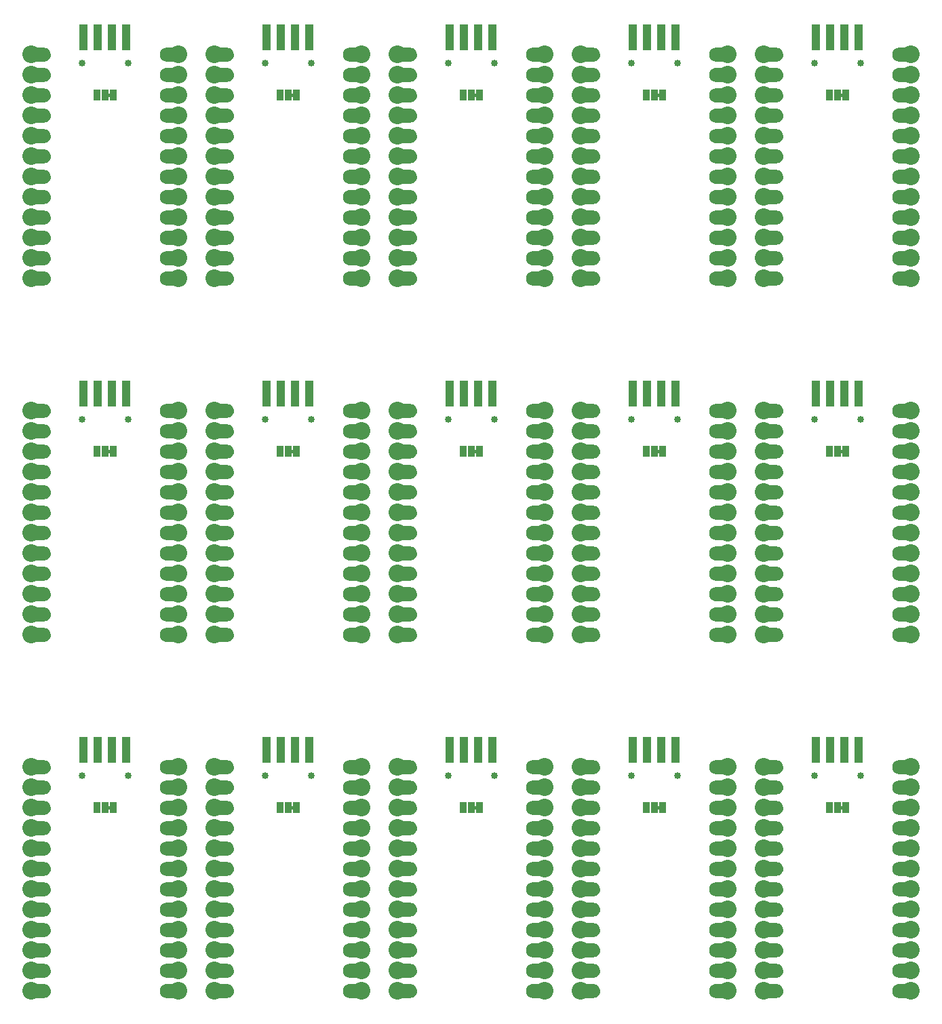
<source format=gbs>
G75*
%MOIN*%
%OFA0B0*%
%FSLAX25Y25*%
%IPPOS*%
%LPD*%
%AMOC8*
5,1,8,0,0,1.08239X$1,22.5*
%
%ADD10C,0.00100*%
%ADD11C,0.05346*%
%ADD12C,0.08693*%
%ADD13R,0.04343X0.12611*%
%ADD14R,0.03300X0.05800*%
%ADD15C,0.00500*%
%ADD16C,0.03359*%
D10*
X0126092Y0030250D02*
X0126092Y0036750D01*
X0131092Y0036750D01*
X0131687Y0036640D01*
X0132252Y0036423D01*
X0132768Y0036107D01*
X0133217Y0035702D01*
X0133585Y0035221D01*
X0133859Y0034682D01*
X0134030Y0034102D01*
X0134092Y0033500D01*
X0134044Y0032893D01*
X0133882Y0032306D01*
X0133611Y0031760D01*
X0133242Y0031275D01*
X0132789Y0030869D01*
X0132266Y0030555D01*
X0131694Y0030347D01*
X0131092Y0030250D01*
X0126092Y0030250D01*
X0126092Y0030273D02*
X0131237Y0030273D01*
X0131762Y0030372D02*
X0126092Y0030372D01*
X0126092Y0030470D02*
X0132032Y0030470D01*
X0132288Y0030569D02*
X0126092Y0030569D01*
X0126092Y0030667D02*
X0132453Y0030667D01*
X0132617Y0030766D02*
X0126092Y0030766D01*
X0126092Y0030864D02*
X0132781Y0030864D01*
X0132894Y0030963D02*
X0126092Y0030963D01*
X0126092Y0031061D02*
X0133004Y0031061D01*
X0133114Y0031160D02*
X0126092Y0031160D01*
X0126092Y0031258D02*
X0133224Y0031258D01*
X0133305Y0031357D02*
X0126092Y0031357D01*
X0126092Y0031455D02*
X0133380Y0031455D01*
X0133454Y0031554D02*
X0126092Y0031554D01*
X0126092Y0031652D02*
X0133529Y0031652D01*
X0133604Y0031751D02*
X0126092Y0031751D01*
X0126092Y0031849D02*
X0133656Y0031849D01*
X0133704Y0031948D02*
X0126092Y0031948D01*
X0126092Y0032046D02*
X0133753Y0032046D01*
X0133802Y0032145D02*
X0126092Y0032145D01*
X0126092Y0032243D02*
X0133851Y0032243D01*
X0133892Y0032342D02*
X0126092Y0032342D01*
X0126092Y0032440D02*
X0133919Y0032440D01*
X0133946Y0032539D02*
X0126092Y0032539D01*
X0126092Y0032637D02*
X0133973Y0032637D01*
X0134001Y0032736D02*
X0126092Y0032736D01*
X0126092Y0032834D02*
X0134028Y0032834D01*
X0134047Y0032933D02*
X0126092Y0032933D01*
X0126092Y0033032D02*
X0134055Y0033032D01*
X0134063Y0033130D02*
X0126092Y0033130D01*
X0126092Y0033229D02*
X0134071Y0033229D01*
X0134079Y0033327D02*
X0126092Y0033327D01*
X0126092Y0033426D02*
X0134086Y0033426D01*
X0134090Y0033524D02*
X0126092Y0033524D01*
X0126092Y0033623D02*
X0134080Y0033623D01*
X0134069Y0033721D02*
X0126092Y0033721D01*
X0126092Y0033820D02*
X0134059Y0033820D01*
X0134049Y0033918D02*
X0126092Y0033918D01*
X0126092Y0034017D02*
X0134039Y0034017D01*
X0134026Y0034115D02*
X0126092Y0034115D01*
X0126092Y0034214D02*
X0133997Y0034214D01*
X0133968Y0034312D02*
X0126092Y0034312D01*
X0126092Y0034411D02*
X0133939Y0034411D01*
X0133910Y0034509D02*
X0126092Y0034509D01*
X0126092Y0034608D02*
X0133881Y0034608D01*
X0133847Y0034706D02*
X0126092Y0034706D01*
X0126092Y0034805D02*
X0133797Y0034805D01*
X0133746Y0034903D02*
X0126092Y0034903D01*
X0126092Y0035002D02*
X0133696Y0035002D01*
X0133646Y0035100D02*
X0126092Y0035100D01*
X0126092Y0035199D02*
X0133596Y0035199D01*
X0133527Y0035297D02*
X0126092Y0035297D01*
X0126092Y0035396D02*
X0133451Y0035396D01*
X0133376Y0035494D02*
X0126092Y0035494D01*
X0126092Y0035593D02*
X0133300Y0035593D01*
X0133225Y0035691D02*
X0126092Y0035691D01*
X0126092Y0035790D02*
X0133119Y0035790D01*
X0133010Y0035888D02*
X0126092Y0035888D01*
X0126092Y0035987D02*
X0132900Y0035987D01*
X0132791Y0036085D02*
X0126092Y0036085D01*
X0126092Y0036184D02*
X0132642Y0036184D01*
X0132481Y0036282D02*
X0126092Y0036282D01*
X0126092Y0036381D02*
X0132320Y0036381D01*
X0132105Y0036479D02*
X0126092Y0036479D01*
X0126092Y0036578D02*
X0131848Y0036578D01*
X0131489Y0036676D02*
X0126092Y0036676D01*
X0126092Y0040250D02*
X0126092Y0046750D01*
X0131092Y0046750D01*
X0131687Y0046640D01*
X0132252Y0046423D01*
X0132768Y0046107D01*
X0133217Y0045702D01*
X0133585Y0045221D01*
X0133859Y0044682D01*
X0134030Y0044102D01*
X0134092Y0043500D01*
X0134044Y0042893D01*
X0133882Y0042306D01*
X0133611Y0041760D01*
X0133242Y0041275D01*
X0132789Y0040869D01*
X0132266Y0040555D01*
X0131694Y0040347D01*
X0131092Y0040250D01*
X0126092Y0040250D01*
X0126092Y0040321D02*
X0131536Y0040321D01*
X0131894Y0040420D02*
X0126092Y0040420D01*
X0126092Y0040518D02*
X0132164Y0040518D01*
X0132368Y0040617D02*
X0126092Y0040617D01*
X0126092Y0040715D02*
X0132533Y0040715D01*
X0132697Y0040814D02*
X0126092Y0040814D01*
X0126092Y0040912D02*
X0132837Y0040912D01*
X0132947Y0041011D02*
X0126092Y0041011D01*
X0126092Y0041109D02*
X0133057Y0041109D01*
X0133167Y0041208D02*
X0126092Y0041208D01*
X0126092Y0041306D02*
X0133266Y0041306D01*
X0133341Y0041405D02*
X0126092Y0041405D01*
X0126092Y0041503D02*
X0133416Y0041503D01*
X0133491Y0041602D02*
X0126092Y0041602D01*
X0126092Y0041701D02*
X0133566Y0041701D01*
X0133631Y0041799D02*
X0126092Y0041799D01*
X0126092Y0041898D02*
X0133679Y0041898D01*
X0133728Y0041996D02*
X0126092Y0041996D01*
X0126092Y0042095D02*
X0133777Y0042095D01*
X0133826Y0042193D02*
X0126092Y0042193D01*
X0126092Y0042292D02*
X0133875Y0042292D01*
X0133905Y0042390D02*
X0126092Y0042390D01*
X0126092Y0042489D02*
X0133932Y0042489D01*
X0133959Y0042587D02*
X0126092Y0042587D01*
X0126092Y0042686D02*
X0133987Y0042686D01*
X0134014Y0042784D02*
X0126092Y0042784D01*
X0126092Y0042883D02*
X0134041Y0042883D01*
X0134051Y0042981D02*
X0126092Y0042981D01*
X0126092Y0043080D02*
X0134059Y0043080D01*
X0134067Y0043178D02*
X0126092Y0043178D01*
X0126092Y0043277D02*
X0134075Y0043277D01*
X0134082Y0043375D02*
X0126092Y0043375D01*
X0126092Y0043474D02*
X0134090Y0043474D01*
X0134085Y0043572D02*
X0126092Y0043572D01*
X0126092Y0043671D02*
X0134075Y0043671D01*
X0134064Y0043769D02*
X0126092Y0043769D01*
X0126092Y0043868D02*
X0134054Y0043868D01*
X0134044Y0043966D02*
X0126092Y0043966D01*
X0126092Y0044065D02*
X0134034Y0044065D01*
X0134012Y0044163D02*
X0126092Y0044163D01*
X0126092Y0044262D02*
X0133983Y0044262D01*
X0133954Y0044360D02*
X0126092Y0044360D01*
X0126092Y0044459D02*
X0133925Y0044459D01*
X0133896Y0044557D02*
X0126092Y0044557D01*
X0126092Y0044656D02*
X0133867Y0044656D01*
X0133822Y0044754D02*
X0126092Y0044754D01*
X0126092Y0044853D02*
X0133772Y0044853D01*
X0133722Y0044951D02*
X0126092Y0044951D01*
X0126092Y0045050D02*
X0133672Y0045050D01*
X0133622Y0045148D02*
X0126092Y0045148D01*
X0126092Y0045247D02*
X0133565Y0045247D01*
X0133490Y0045345D02*
X0126092Y0045345D01*
X0126092Y0045444D02*
X0133414Y0045444D01*
X0133339Y0045542D02*
X0126092Y0045542D01*
X0126092Y0045641D02*
X0133263Y0045641D01*
X0133175Y0045739D02*
X0126092Y0045739D01*
X0126092Y0045838D02*
X0133066Y0045838D01*
X0132956Y0045937D02*
X0126092Y0045937D01*
X0126092Y0046035D02*
X0132847Y0046035D01*
X0132724Y0046134D02*
X0126092Y0046134D01*
X0126092Y0046232D02*
X0132563Y0046232D01*
X0132402Y0046331D02*
X0126092Y0046331D01*
X0126092Y0046429D02*
X0132236Y0046429D01*
X0131979Y0046528D02*
X0126092Y0046528D01*
X0126092Y0046626D02*
X0131723Y0046626D01*
X0131229Y0046725D02*
X0126092Y0046725D01*
X0126092Y0050250D02*
X0126092Y0056750D01*
X0131092Y0056750D01*
X0131687Y0056640D01*
X0132252Y0056423D01*
X0132768Y0056107D01*
X0133217Y0055702D01*
X0133585Y0055221D01*
X0133859Y0054682D01*
X0134030Y0054102D01*
X0134092Y0053500D01*
X0134044Y0052893D01*
X0133882Y0052306D01*
X0133611Y0051760D01*
X0133242Y0051275D01*
X0132789Y0050869D01*
X0132266Y0050555D01*
X0131694Y0050347D01*
X0131092Y0050250D01*
X0126092Y0050250D01*
X0126092Y0050271D02*
X0131223Y0050271D01*
X0131756Y0050370D02*
X0126092Y0050370D01*
X0126092Y0050468D02*
X0132026Y0050468D01*
X0132284Y0050567D02*
X0126092Y0050567D01*
X0126092Y0050665D02*
X0132449Y0050665D01*
X0132613Y0050764D02*
X0126092Y0050764D01*
X0126092Y0050862D02*
X0132778Y0050862D01*
X0132891Y0050961D02*
X0126092Y0050961D01*
X0126092Y0051059D02*
X0133001Y0051059D01*
X0133111Y0051158D02*
X0126092Y0051158D01*
X0126092Y0051256D02*
X0133221Y0051256D01*
X0133303Y0051355D02*
X0126092Y0051355D01*
X0126092Y0051453D02*
X0133378Y0051453D01*
X0133453Y0051552D02*
X0126092Y0051552D01*
X0126092Y0051650D02*
X0133528Y0051650D01*
X0133603Y0051749D02*
X0126092Y0051749D01*
X0126092Y0051847D02*
X0133654Y0051847D01*
X0133703Y0051946D02*
X0126092Y0051946D01*
X0126092Y0052044D02*
X0133752Y0052044D01*
X0133801Y0052143D02*
X0126092Y0052143D01*
X0126092Y0052241D02*
X0133850Y0052241D01*
X0133891Y0052340D02*
X0126092Y0052340D01*
X0126092Y0052438D02*
X0133918Y0052438D01*
X0133945Y0052537D02*
X0126092Y0052537D01*
X0126092Y0052635D02*
X0133973Y0052635D01*
X0134000Y0052734D02*
X0126092Y0052734D01*
X0126092Y0052832D02*
X0134027Y0052832D01*
X0134047Y0052931D02*
X0126092Y0052931D01*
X0126092Y0053029D02*
X0134055Y0053029D01*
X0134063Y0053128D02*
X0126092Y0053128D01*
X0126092Y0053226D02*
X0134071Y0053226D01*
X0134078Y0053325D02*
X0126092Y0053325D01*
X0126092Y0053423D02*
X0134086Y0053423D01*
X0134090Y0053522D02*
X0126092Y0053522D01*
X0126092Y0053620D02*
X0134080Y0053620D01*
X0134070Y0053719D02*
X0126092Y0053719D01*
X0126092Y0053817D02*
X0134059Y0053817D01*
X0134049Y0053916D02*
X0126092Y0053916D01*
X0126092Y0054014D02*
X0134039Y0054014D01*
X0134027Y0054113D02*
X0126092Y0054113D01*
X0126092Y0054211D02*
X0133998Y0054211D01*
X0133969Y0054310D02*
X0126092Y0054310D01*
X0126092Y0054408D02*
X0133940Y0054408D01*
X0133911Y0054507D02*
X0126092Y0054507D01*
X0126092Y0054605D02*
X0133881Y0054605D01*
X0133848Y0054704D02*
X0126092Y0054704D01*
X0126092Y0054803D02*
X0133798Y0054803D01*
X0133748Y0054901D02*
X0126092Y0054901D01*
X0126092Y0055000D02*
X0133698Y0055000D01*
X0133647Y0055098D02*
X0126092Y0055098D01*
X0126092Y0055197D02*
X0133597Y0055197D01*
X0133528Y0055295D02*
X0126092Y0055295D01*
X0126092Y0055394D02*
X0133453Y0055394D01*
X0133377Y0055492D02*
X0126092Y0055492D01*
X0126092Y0055591D02*
X0133302Y0055591D01*
X0133226Y0055689D02*
X0126092Y0055689D01*
X0126092Y0055788D02*
X0133121Y0055788D01*
X0133012Y0055886D02*
X0126092Y0055886D01*
X0126092Y0055985D02*
X0132903Y0055985D01*
X0132794Y0056083D02*
X0126092Y0056083D01*
X0126092Y0056182D02*
X0132645Y0056182D01*
X0132485Y0056280D02*
X0126092Y0056280D01*
X0126092Y0056379D02*
X0132324Y0056379D01*
X0132110Y0056477D02*
X0126092Y0056477D01*
X0126092Y0056576D02*
X0131854Y0056576D01*
X0131501Y0056674D02*
X0126092Y0056674D01*
X0126092Y0060250D02*
X0126092Y0066750D01*
X0131092Y0066750D01*
X0131687Y0066640D01*
X0132252Y0066423D01*
X0132768Y0066107D01*
X0133217Y0065702D01*
X0133585Y0065221D01*
X0133859Y0064682D01*
X0134030Y0064102D01*
X0134092Y0063500D01*
X0134044Y0062893D01*
X0133882Y0062306D01*
X0133611Y0061760D01*
X0133242Y0061275D01*
X0132789Y0060869D01*
X0132266Y0060555D01*
X0131694Y0060347D01*
X0131092Y0060250D01*
X0126092Y0060250D01*
X0126092Y0060319D02*
X0131522Y0060319D01*
X0131888Y0060418D02*
X0126092Y0060418D01*
X0126092Y0060516D02*
X0132158Y0060516D01*
X0132365Y0060615D02*
X0126092Y0060615D01*
X0126092Y0060713D02*
X0132529Y0060713D01*
X0132694Y0060812D02*
X0126092Y0060812D01*
X0126092Y0060910D02*
X0132835Y0060910D01*
X0132945Y0061009D02*
X0126092Y0061009D01*
X0126092Y0061107D02*
X0133055Y0061107D01*
X0133165Y0061206D02*
X0126092Y0061206D01*
X0126092Y0061304D02*
X0133265Y0061304D01*
X0133340Y0061403D02*
X0126092Y0061403D01*
X0126092Y0061501D02*
X0133414Y0061501D01*
X0133489Y0061600D02*
X0126092Y0061600D01*
X0126092Y0061698D02*
X0133564Y0061698D01*
X0133629Y0061797D02*
X0126092Y0061797D01*
X0126092Y0061895D02*
X0133678Y0061895D01*
X0133727Y0061994D02*
X0126092Y0061994D01*
X0126092Y0062092D02*
X0133776Y0062092D01*
X0133825Y0062191D02*
X0126092Y0062191D01*
X0126092Y0062289D02*
X0133874Y0062289D01*
X0133904Y0062388D02*
X0126092Y0062388D01*
X0126092Y0062486D02*
X0133932Y0062486D01*
X0133959Y0062585D02*
X0126092Y0062585D01*
X0126092Y0062683D02*
X0133986Y0062683D01*
X0134013Y0062782D02*
X0126092Y0062782D01*
X0126092Y0062880D02*
X0134041Y0062880D01*
X0134051Y0062979D02*
X0126092Y0062979D01*
X0126092Y0063077D02*
X0134059Y0063077D01*
X0134067Y0063176D02*
X0126092Y0063176D01*
X0126092Y0063274D02*
X0134074Y0063274D01*
X0134082Y0063373D02*
X0126092Y0063373D01*
X0126092Y0063472D02*
X0134090Y0063472D01*
X0134085Y0063570D02*
X0126092Y0063570D01*
X0126092Y0063669D02*
X0134075Y0063669D01*
X0134065Y0063767D02*
X0126092Y0063767D01*
X0126092Y0063866D02*
X0134054Y0063866D01*
X0134044Y0063964D02*
X0126092Y0063964D01*
X0126092Y0064063D02*
X0134034Y0064063D01*
X0134013Y0064161D02*
X0126092Y0064161D01*
X0126092Y0064260D02*
X0133983Y0064260D01*
X0133954Y0064358D02*
X0126092Y0064358D01*
X0126092Y0064457D02*
X0133925Y0064457D01*
X0133896Y0064555D02*
X0126092Y0064555D01*
X0126092Y0064654D02*
X0133867Y0064654D01*
X0133823Y0064752D02*
X0126092Y0064752D01*
X0126092Y0064851D02*
X0133773Y0064851D01*
X0133723Y0064949D02*
X0126092Y0064949D01*
X0126092Y0065048D02*
X0133673Y0065048D01*
X0133623Y0065146D02*
X0126092Y0065146D01*
X0126092Y0065245D02*
X0133567Y0065245D01*
X0133491Y0065343D02*
X0126092Y0065343D01*
X0126092Y0065442D02*
X0133416Y0065442D01*
X0133340Y0065540D02*
X0126092Y0065540D01*
X0126092Y0065639D02*
X0133265Y0065639D01*
X0133177Y0065737D02*
X0126092Y0065737D01*
X0126092Y0065836D02*
X0133068Y0065836D01*
X0132959Y0065934D02*
X0126092Y0065934D01*
X0126092Y0066033D02*
X0132849Y0066033D01*
X0132727Y0066131D02*
X0126092Y0066131D01*
X0126092Y0066230D02*
X0132567Y0066230D01*
X0132406Y0066328D02*
X0126092Y0066328D01*
X0126092Y0066427D02*
X0132242Y0066427D01*
X0131985Y0066525D02*
X0126092Y0066525D01*
X0126092Y0066624D02*
X0131729Y0066624D01*
X0131241Y0066722D02*
X0126092Y0066722D01*
X0126092Y0070250D02*
X0126092Y0076750D01*
X0131092Y0076750D01*
X0131687Y0076640D01*
X0132252Y0076423D01*
X0132768Y0076107D01*
X0133217Y0075702D01*
X0133585Y0075221D01*
X0133859Y0074682D01*
X0134030Y0074102D01*
X0134092Y0073500D01*
X0134044Y0072893D01*
X0133882Y0072306D01*
X0133611Y0071760D01*
X0133242Y0071275D01*
X0132789Y0070869D01*
X0132266Y0070555D01*
X0131694Y0070347D01*
X0131092Y0070250D01*
X0126092Y0070250D01*
X0126092Y0070269D02*
X0131209Y0070269D01*
X0131750Y0070367D02*
X0126092Y0070367D01*
X0126092Y0070466D02*
X0132020Y0070466D01*
X0132281Y0070564D02*
X0126092Y0070564D01*
X0126092Y0070663D02*
X0132445Y0070663D01*
X0132609Y0070761D02*
X0126092Y0070761D01*
X0126092Y0070860D02*
X0132774Y0070860D01*
X0132889Y0070958D02*
X0126092Y0070958D01*
X0126092Y0071057D02*
X0132999Y0071057D01*
X0133109Y0071155D02*
X0126092Y0071155D01*
X0126092Y0071254D02*
X0133219Y0071254D01*
X0133301Y0071352D02*
X0126092Y0071352D01*
X0126092Y0071451D02*
X0133376Y0071451D01*
X0133451Y0071549D02*
X0126092Y0071549D01*
X0126092Y0071648D02*
X0133526Y0071648D01*
X0133601Y0071746D02*
X0126092Y0071746D01*
X0126092Y0071845D02*
X0133653Y0071845D01*
X0133702Y0071943D02*
X0126092Y0071943D01*
X0126092Y0072042D02*
X0133751Y0072042D01*
X0133800Y0072141D02*
X0126092Y0072141D01*
X0126092Y0072239D02*
X0133849Y0072239D01*
X0133890Y0072338D02*
X0126092Y0072338D01*
X0126092Y0072436D02*
X0133918Y0072436D01*
X0133945Y0072535D02*
X0126092Y0072535D01*
X0126092Y0072633D02*
X0133972Y0072633D01*
X0133999Y0072732D02*
X0126092Y0072732D01*
X0126092Y0072830D02*
X0134027Y0072830D01*
X0134047Y0072929D02*
X0126092Y0072929D01*
X0126092Y0073027D02*
X0134055Y0073027D01*
X0134063Y0073126D02*
X0126092Y0073126D01*
X0126092Y0073224D02*
X0134070Y0073224D01*
X0134078Y0073323D02*
X0126092Y0073323D01*
X0126092Y0073421D02*
X0134086Y0073421D01*
X0134090Y0073520D02*
X0126092Y0073520D01*
X0126092Y0073618D02*
X0134080Y0073618D01*
X0134070Y0073717D02*
X0126092Y0073717D01*
X0126092Y0073815D02*
X0134060Y0073815D01*
X0134049Y0073914D02*
X0126092Y0073914D01*
X0126092Y0074012D02*
X0134039Y0074012D01*
X0134027Y0074111D02*
X0126092Y0074111D01*
X0126092Y0074209D02*
X0133998Y0074209D01*
X0133969Y0074308D02*
X0126092Y0074308D01*
X0126092Y0074406D02*
X0133940Y0074406D01*
X0133911Y0074505D02*
X0126092Y0074505D01*
X0126092Y0074603D02*
X0133882Y0074603D01*
X0133849Y0074702D02*
X0126092Y0074702D01*
X0126092Y0074800D02*
X0133799Y0074800D01*
X0133749Y0074899D02*
X0126092Y0074899D01*
X0126092Y0074997D02*
X0133699Y0074997D01*
X0133649Y0075096D02*
X0126092Y0075096D01*
X0126092Y0075194D02*
X0133599Y0075194D01*
X0133530Y0075293D02*
X0126092Y0075293D01*
X0126092Y0075391D02*
X0133455Y0075391D01*
X0133379Y0075490D02*
X0126092Y0075490D01*
X0126092Y0075588D02*
X0133304Y0075588D01*
X0133228Y0075687D02*
X0126092Y0075687D01*
X0126092Y0075785D02*
X0133124Y0075785D01*
X0133015Y0075884D02*
X0126092Y0075884D01*
X0126092Y0075982D02*
X0132905Y0075982D01*
X0132796Y0076081D02*
X0126092Y0076081D01*
X0126092Y0076179D02*
X0132649Y0076179D01*
X0132488Y0076278D02*
X0126092Y0076278D01*
X0126092Y0076377D02*
X0132328Y0076377D01*
X0132116Y0076475D02*
X0126092Y0076475D01*
X0126092Y0076574D02*
X0131860Y0076574D01*
X0131513Y0076672D02*
X0126092Y0076672D01*
X0126092Y0080250D02*
X0126092Y0086750D01*
X0131092Y0086750D01*
X0131687Y0086640D01*
X0132252Y0086423D01*
X0132768Y0086107D01*
X0133217Y0085702D01*
X0133585Y0085221D01*
X0133859Y0084682D01*
X0134030Y0084102D01*
X0134092Y0083500D01*
X0134044Y0082893D01*
X0133882Y0082306D01*
X0133611Y0081760D01*
X0133242Y0081275D01*
X0132789Y0080869D01*
X0132266Y0080555D01*
X0131694Y0080347D01*
X0131092Y0080250D01*
X0126092Y0080250D01*
X0126092Y0080317D02*
X0131509Y0080317D01*
X0131882Y0080415D02*
X0126092Y0080415D01*
X0126092Y0080514D02*
X0132152Y0080514D01*
X0132361Y0080612D02*
X0126092Y0080612D01*
X0126092Y0080711D02*
X0132525Y0080711D01*
X0132690Y0080810D02*
X0126092Y0080810D01*
X0126092Y0080908D02*
X0132832Y0080908D01*
X0132942Y0081007D02*
X0126092Y0081007D01*
X0126092Y0081105D02*
X0133053Y0081105D01*
X0133163Y0081204D02*
X0126092Y0081204D01*
X0126092Y0081302D02*
X0133263Y0081302D01*
X0133338Y0081401D02*
X0126092Y0081401D01*
X0126092Y0081499D02*
X0133413Y0081499D01*
X0133488Y0081598D02*
X0126092Y0081598D01*
X0126092Y0081696D02*
X0133563Y0081696D01*
X0133628Y0081795D02*
X0126092Y0081795D01*
X0126092Y0081893D02*
X0133677Y0081893D01*
X0133726Y0081992D02*
X0126092Y0081992D01*
X0126092Y0082090D02*
X0133775Y0082090D01*
X0133824Y0082189D02*
X0126092Y0082189D01*
X0126092Y0082287D02*
X0133872Y0082287D01*
X0133904Y0082386D02*
X0126092Y0082386D01*
X0126092Y0082484D02*
X0133931Y0082484D01*
X0133958Y0082583D02*
X0126092Y0082583D01*
X0126092Y0082681D02*
X0133985Y0082681D01*
X0134013Y0082780D02*
X0126092Y0082780D01*
X0126092Y0082878D02*
X0134040Y0082878D01*
X0134051Y0082977D02*
X0126092Y0082977D01*
X0126092Y0083075D02*
X0134058Y0083075D01*
X0134066Y0083174D02*
X0126092Y0083174D01*
X0126092Y0083272D02*
X0134074Y0083272D01*
X0134082Y0083371D02*
X0126092Y0083371D01*
X0126092Y0083469D02*
X0134090Y0083469D01*
X0134085Y0083568D02*
X0126092Y0083568D01*
X0126092Y0083666D02*
X0134075Y0083666D01*
X0134065Y0083765D02*
X0126092Y0083765D01*
X0126092Y0083863D02*
X0134055Y0083863D01*
X0134044Y0083962D02*
X0126092Y0083962D01*
X0126092Y0084060D02*
X0134034Y0084060D01*
X0134013Y0084159D02*
X0126092Y0084159D01*
X0126092Y0084257D02*
X0133984Y0084257D01*
X0133955Y0084356D02*
X0126092Y0084356D01*
X0126092Y0084454D02*
X0133926Y0084454D01*
X0133897Y0084553D02*
X0126092Y0084553D01*
X0126092Y0084651D02*
X0133868Y0084651D01*
X0133824Y0084750D02*
X0126092Y0084750D01*
X0126092Y0084848D02*
X0133774Y0084848D01*
X0133724Y0084947D02*
X0126092Y0084947D01*
X0126092Y0085045D02*
X0133674Y0085045D01*
X0133624Y0085144D02*
X0126092Y0085144D01*
X0126092Y0085243D02*
X0133569Y0085243D01*
X0133493Y0085341D02*
X0126092Y0085341D01*
X0126092Y0085440D02*
X0133418Y0085440D01*
X0133342Y0085538D02*
X0126092Y0085538D01*
X0126092Y0085637D02*
X0133267Y0085637D01*
X0133180Y0085735D02*
X0126092Y0085735D01*
X0126092Y0085834D02*
X0133070Y0085834D01*
X0132961Y0085932D02*
X0126092Y0085932D01*
X0126092Y0086031D02*
X0132852Y0086031D01*
X0132731Y0086129D02*
X0126092Y0086129D01*
X0126092Y0086228D02*
X0132570Y0086228D01*
X0132410Y0086326D02*
X0126092Y0086326D01*
X0126092Y0086425D02*
X0132247Y0086425D01*
X0131991Y0086523D02*
X0126092Y0086523D01*
X0126092Y0086622D02*
X0131734Y0086622D01*
X0131253Y0086720D02*
X0126092Y0086720D01*
X0126092Y0090250D02*
X0126092Y0096750D01*
X0131092Y0096750D01*
X0131687Y0096640D01*
X0132252Y0096423D01*
X0132768Y0096107D01*
X0133217Y0095702D01*
X0133585Y0095221D01*
X0133859Y0094682D01*
X0134030Y0094102D01*
X0134092Y0093500D01*
X0134044Y0092893D01*
X0133882Y0092306D01*
X0133611Y0091760D01*
X0133242Y0091275D01*
X0132789Y0090869D01*
X0132266Y0090555D01*
X0131694Y0090347D01*
X0131092Y0090250D01*
X0126092Y0090250D01*
X0126092Y0090267D02*
X0131196Y0090267D01*
X0131744Y0090365D02*
X0126092Y0090365D01*
X0126092Y0090464D02*
X0132014Y0090464D01*
X0132277Y0090562D02*
X0126092Y0090562D01*
X0126092Y0090661D02*
X0132441Y0090661D01*
X0132606Y0090759D02*
X0126092Y0090759D01*
X0126092Y0090858D02*
X0132770Y0090858D01*
X0132886Y0090956D02*
X0126092Y0090956D01*
X0126092Y0091055D02*
X0132996Y0091055D01*
X0133106Y0091153D02*
X0126092Y0091153D01*
X0126092Y0091252D02*
X0133216Y0091252D01*
X0133300Y0091350D02*
X0126092Y0091350D01*
X0126092Y0091449D02*
X0133374Y0091449D01*
X0133449Y0091547D02*
X0126092Y0091547D01*
X0126092Y0091646D02*
X0133524Y0091646D01*
X0133599Y0091744D02*
X0126092Y0091744D01*
X0126092Y0091843D02*
X0133652Y0091843D01*
X0133701Y0091941D02*
X0126092Y0091941D01*
X0126092Y0092040D02*
X0133750Y0092040D01*
X0133799Y0092138D02*
X0126092Y0092138D01*
X0126092Y0092237D02*
X0133847Y0092237D01*
X0133890Y0092335D02*
X0126092Y0092335D01*
X0126092Y0092434D02*
X0133917Y0092434D01*
X0133944Y0092532D02*
X0126092Y0092532D01*
X0126092Y0092631D02*
X0133972Y0092631D01*
X0133999Y0092729D02*
X0126092Y0092729D01*
X0126092Y0092828D02*
X0134026Y0092828D01*
X0134047Y0092926D02*
X0126092Y0092926D01*
X0126092Y0093025D02*
X0134054Y0093025D01*
X0134062Y0093123D02*
X0126092Y0093123D01*
X0126092Y0093222D02*
X0134070Y0093222D01*
X0134078Y0093320D02*
X0126092Y0093320D01*
X0126092Y0093419D02*
X0134086Y0093419D01*
X0134091Y0093517D02*
X0126092Y0093517D01*
X0126092Y0093616D02*
X0134080Y0093616D01*
X0134070Y0093714D02*
X0126092Y0093714D01*
X0126092Y0093813D02*
X0134060Y0093813D01*
X0134050Y0093912D02*
X0126092Y0093912D01*
X0126092Y0094010D02*
X0134040Y0094010D01*
X0134028Y0094109D02*
X0126092Y0094109D01*
X0126092Y0094207D02*
X0133999Y0094207D01*
X0133970Y0094306D02*
X0126092Y0094306D01*
X0126092Y0094404D02*
X0133941Y0094404D01*
X0133912Y0094503D02*
X0126092Y0094503D01*
X0126092Y0094601D02*
X0133883Y0094601D01*
X0133850Y0094700D02*
X0126092Y0094700D01*
X0126092Y0094798D02*
X0133800Y0094798D01*
X0133750Y0094897D02*
X0126092Y0094897D01*
X0126092Y0094995D02*
X0133700Y0094995D01*
X0133650Y0095094D02*
X0126092Y0095094D01*
X0126092Y0095192D02*
X0133600Y0095192D01*
X0133532Y0095291D02*
X0126092Y0095291D01*
X0126092Y0095389D02*
X0133456Y0095389D01*
X0133381Y0095488D02*
X0126092Y0095488D01*
X0126092Y0095586D02*
X0133305Y0095586D01*
X0133230Y0095685D02*
X0126092Y0095685D01*
X0126092Y0095783D02*
X0133126Y0095783D01*
X0133017Y0095882D02*
X0126092Y0095882D01*
X0126092Y0095980D02*
X0132908Y0095980D01*
X0132798Y0096079D02*
X0126092Y0096079D01*
X0126092Y0096177D02*
X0132652Y0096177D01*
X0132492Y0096276D02*
X0126092Y0096276D01*
X0126092Y0096374D02*
X0132331Y0096374D01*
X0132122Y0096473D02*
X0126092Y0096473D01*
X0126092Y0096571D02*
X0131865Y0096571D01*
X0131525Y0096670D02*
X0126092Y0096670D01*
X0126092Y0100250D02*
X0126092Y0106750D01*
X0131092Y0106750D01*
X0131687Y0106640D01*
X0132252Y0106423D01*
X0132768Y0106107D01*
X0133217Y0105702D01*
X0133585Y0105221D01*
X0133859Y0104682D01*
X0134030Y0104102D01*
X0134092Y0103500D01*
X0134044Y0102893D01*
X0133882Y0102306D01*
X0133611Y0101760D01*
X0133242Y0101275D01*
X0132789Y0100869D01*
X0132266Y0100555D01*
X0131694Y0100347D01*
X0131092Y0100250D01*
X0126092Y0100250D01*
X0126092Y0100315D02*
X0131495Y0100315D01*
X0131876Y0100413D02*
X0126092Y0100413D01*
X0126092Y0100512D02*
X0132146Y0100512D01*
X0132357Y0100610D02*
X0126092Y0100610D01*
X0126092Y0100709D02*
X0132522Y0100709D01*
X0132686Y0100807D02*
X0126092Y0100807D01*
X0126092Y0100906D02*
X0132830Y0100906D01*
X0132940Y0101004D02*
X0126092Y0101004D01*
X0126092Y0101103D02*
X0133050Y0101103D01*
X0133160Y0101201D02*
X0126092Y0101201D01*
X0126092Y0101300D02*
X0133261Y0101300D01*
X0133336Y0101398D02*
X0126092Y0101398D01*
X0126092Y0101497D02*
X0133411Y0101497D01*
X0133486Y0101595D02*
X0126092Y0101595D01*
X0126092Y0101694D02*
X0133561Y0101694D01*
X0133627Y0101792D02*
X0126092Y0101792D01*
X0126092Y0101891D02*
X0133676Y0101891D01*
X0133725Y0101989D02*
X0126092Y0101989D01*
X0126092Y0102088D02*
X0133774Y0102088D01*
X0133823Y0102186D02*
X0126092Y0102186D01*
X0126092Y0102285D02*
X0133871Y0102285D01*
X0133903Y0102383D02*
X0126092Y0102383D01*
X0126092Y0102482D02*
X0133930Y0102482D01*
X0133958Y0102581D02*
X0126092Y0102581D01*
X0126092Y0102679D02*
X0133985Y0102679D01*
X0134012Y0102778D02*
X0126092Y0102778D01*
X0126092Y0102876D02*
X0134039Y0102876D01*
X0134050Y0102975D02*
X0126092Y0102975D01*
X0126092Y0103073D02*
X0134058Y0103073D01*
X0134066Y0103172D02*
X0126092Y0103172D01*
X0126092Y0103270D02*
X0134074Y0103270D01*
X0134082Y0103369D02*
X0126092Y0103369D01*
X0126092Y0103467D02*
X0134090Y0103467D01*
X0134086Y0103566D02*
X0126092Y0103566D01*
X0126092Y0103664D02*
X0134075Y0103664D01*
X0134065Y0103763D02*
X0126092Y0103763D01*
X0126092Y0103861D02*
X0134055Y0103861D01*
X0134045Y0103960D02*
X0126092Y0103960D01*
X0126092Y0104058D02*
X0134035Y0104058D01*
X0134014Y0104157D02*
X0126092Y0104157D01*
X0126092Y0104255D02*
X0133985Y0104255D01*
X0133956Y0104354D02*
X0126092Y0104354D01*
X0126092Y0104452D02*
X0133927Y0104452D01*
X0133898Y0104551D02*
X0126092Y0104551D01*
X0126092Y0104649D02*
X0133869Y0104649D01*
X0133825Y0104748D02*
X0126092Y0104748D01*
X0126092Y0104846D02*
X0133775Y0104846D01*
X0133725Y0104945D02*
X0126092Y0104945D01*
X0126092Y0105043D02*
X0133675Y0105043D01*
X0133625Y0105142D02*
X0126092Y0105142D01*
X0126092Y0105240D02*
X0133570Y0105240D01*
X0133495Y0105339D02*
X0126092Y0105339D01*
X0126092Y0105437D02*
X0133419Y0105437D01*
X0133344Y0105536D02*
X0126092Y0105536D01*
X0126092Y0105634D02*
X0133268Y0105634D01*
X0133182Y0105733D02*
X0126092Y0105733D01*
X0126092Y0105831D02*
X0133073Y0105831D01*
X0132964Y0105930D02*
X0126092Y0105930D01*
X0126092Y0106028D02*
X0132854Y0106028D01*
X0132734Y0106127D02*
X0126092Y0106127D01*
X0126092Y0106225D02*
X0132574Y0106225D01*
X0132413Y0106324D02*
X0126092Y0106324D01*
X0126092Y0106422D02*
X0132253Y0106422D01*
X0131997Y0106521D02*
X0126092Y0106521D01*
X0126092Y0106619D02*
X0131740Y0106619D01*
X0131265Y0106718D02*
X0126092Y0106718D01*
X0126092Y0110250D02*
X0126092Y0116750D01*
X0131092Y0116750D01*
X0131687Y0116640D01*
X0132252Y0116423D01*
X0132768Y0116107D01*
X0133217Y0115702D01*
X0133585Y0115221D01*
X0133859Y0114682D01*
X0134030Y0114102D01*
X0134092Y0113500D01*
X0134044Y0112893D01*
X0133882Y0112306D01*
X0133611Y0111760D01*
X0133242Y0111275D01*
X0132789Y0110869D01*
X0132266Y0110555D01*
X0131694Y0110347D01*
X0131092Y0110250D01*
X0126092Y0110250D01*
X0126092Y0110264D02*
X0131182Y0110264D01*
X0131738Y0110363D02*
X0126092Y0110363D01*
X0126092Y0110461D02*
X0132008Y0110461D01*
X0132273Y0110560D02*
X0126092Y0110560D01*
X0126092Y0110658D02*
X0132438Y0110658D01*
X0132602Y0110757D02*
X0126092Y0110757D01*
X0126092Y0110855D02*
X0132766Y0110855D01*
X0132884Y0110954D02*
X0126092Y0110954D01*
X0126092Y0111052D02*
X0132994Y0111052D01*
X0133104Y0111151D02*
X0126092Y0111151D01*
X0126092Y0111250D02*
X0133214Y0111250D01*
X0133298Y0111348D02*
X0126092Y0111348D01*
X0126092Y0111447D02*
X0133373Y0111447D01*
X0133448Y0111545D02*
X0126092Y0111545D01*
X0126092Y0111644D02*
X0133523Y0111644D01*
X0133598Y0111742D02*
X0126092Y0111742D01*
X0126092Y0111841D02*
X0133651Y0111841D01*
X0133700Y0111939D02*
X0126092Y0111939D01*
X0126092Y0112038D02*
X0133749Y0112038D01*
X0133798Y0112136D02*
X0126092Y0112136D01*
X0126092Y0112235D02*
X0133846Y0112235D01*
X0133889Y0112333D02*
X0126092Y0112333D01*
X0126092Y0112432D02*
X0133916Y0112432D01*
X0133944Y0112530D02*
X0126092Y0112530D01*
X0126092Y0112629D02*
X0133971Y0112629D01*
X0133998Y0112727D02*
X0126092Y0112727D01*
X0126092Y0112826D02*
X0134025Y0112826D01*
X0134046Y0112924D02*
X0126092Y0112924D01*
X0126092Y0113023D02*
X0134054Y0113023D01*
X0134062Y0113121D02*
X0126092Y0113121D01*
X0126092Y0113220D02*
X0134070Y0113220D01*
X0134078Y0113318D02*
X0126092Y0113318D01*
X0126092Y0113417D02*
X0134086Y0113417D01*
X0134091Y0113515D02*
X0126092Y0113515D01*
X0126092Y0113614D02*
X0134081Y0113614D01*
X0134070Y0113712D02*
X0126092Y0113712D01*
X0126092Y0113811D02*
X0134060Y0113811D01*
X0134050Y0113909D02*
X0126092Y0113909D01*
X0126092Y0114008D02*
X0134040Y0114008D01*
X0134029Y0114106D02*
X0126092Y0114106D01*
X0126092Y0114205D02*
X0134000Y0114205D01*
X0133971Y0114303D02*
X0126092Y0114303D01*
X0126092Y0114402D02*
X0133941Y0114402D01*
X0133912Y0114500D02*
X0126092Y0114500D01*
X0126092Y0114599D02*
X0133883Y0114599D01*
X0133851Y0114697D02*
X0126092Y0114697D01*
X0126092Y0114796D02*
X0133801Y0114796D01*
X0133751Y0114894D02*
X0126092Y0114894D01*
X0126092Y0114993D02*
X0133701Y0114993D01*
X0133651Y0115091D02*
X0126092Y0115091D01*
X0126092Y0115190D02*
X0133601Y0115190D01*
X0133533Y0115288D02*
X0126092Y0115288D01*
X0126092Y0115387D02*
X0133458Y0115387D01*
X0133382Y0115485D02*
X0126092Y0115485D01*
X0126092Y0115584D02*
X0133307Y0115584D01*
X0133232Y0115683D02*
X0126092Y0115683D01*
X0126092Y0115781D02*
X0133129Y0115781D01*
X0133019Y0115880D02*
X0126092Y0115880D01*
X0126092Y0115978D02*
X0132910Y0115978D01*
X0132801Y0116077D02*
X0126092Y0116077D01*
X0126092Y0116175D02*
X0132656Y0116175D01*
X0132495Y0116274D02*
X0126092Y0116274D01*
X0126092Y0116372D02*
X0132335Y0116372D01*
X0132128Y0116471D02*
X0126092Y0116471D01*
X0126092Y0116569D02*
X0131871Y0116569D01*
X0131537Y0116668D02*
X0126092Y0116668D01*
X0126092Y0120250D02*
X0126092Y0126750D01*
X0131092Y0126750D01*
X0131687Y0126640D01*
X0132252Y0126423D01*
X0132768Y0126107D01*
X0133217Y0125702D01*
X0133585Y0125221D01*
X0133859Y0124682D01*
X0134030Y0124102D01*
X0134092Y0123500D01*
X0134044Y0122893D01*
X0133882Y0122306D01*
X0133611Y0121760D01*
X0133242Y0121275D01*
X0132789Y0120869D01*
X0132266Y0120555D01*
X0131694Y0120347D01*
X0131092Y0120250D01*
X0126092Y0120250D01*
X0126092Y0120313D02*
X0131481Y0120313D01*
X0131870Y0120411D02*
X0126092Y0120411D01*
X0126092Y0120510D02*
X0132140Y0120510D01*
X0132354Y0120608D02*
X0126092Y0120608D01*
X0126092Y0120707D02*
X0132518Y0120707D01*
X0132682Y0120805D02*
X0126092Y0120805D01*
X0126092Y0120904D02*
X0132828Y0120904D01*
X0132938Y0121002D02*
X0126092Y0121002D01*
X0126092Y0121101D02*
X0133048Y0121101D01*
X0133158Y0121199D02*
X0126092Y0121199D01*
X0126092Y0121298D02*
X0133260Y0121298D01*
X0133335Y0121396D02*
X0126092Y0121396D01*
X0126092Y0121495D02*
X0133409Y0121495D01*
X0133484Y0121593D02*
X0126092Y0121593D01*
X0126092Y0121692D02*
X0133559Y0121692D01*
X0133626Y0121790D02*
X0126092Y0121790D01*
X0126092Y0121889D02*
X0133675Y0121889D01*
X0133724Y0121987D02*
X0126092Y0121987D01*
X0126092Y0122086D02*
X0133773Y0122086D01*
X0133821Y0122184D02*
X0126092Y0122184D01*
X0126092Y0122283D02*
X0133870Y0122283D01*
X0133903Y0122381D02*
X0126092Y0122381D01*
X0126092Y0122480D02*
X0133930Y0122480D01*
X0133957Y0122578D02*
X0126092Y0122578D01*
X0126092Y0122677D02*
X0133984Y0122677D01*
X0134011Y0122775D02*
X0126092Y0122775D01*
X0126092Y0122874D02*
X0134039Y0122874D01*
X0134050Y0122972D02*
X0126092Y0122972D01*
X0126092Y0123071D02*
X0134058Y0123071D01*
X0134066Y0123169D02*
X0126092Y0123169D01*
X0126092Y0123268D02*
X0134074Y0123268D01*
X0134082Y0123366D02*
X0126092Y0123366D01*
X0126092Y0123465D02*
X0134090Y0123465D01*
X0134086Y0123563D02*
X0126092Y0123563D01*
X0126092Y0123662D02*
X0134076Y0123662D01*
X0134065Y0123760D02*
X0126092Y0123760D01*
X0126092Y0123859D02*
X0134055Y0123859D01*
X0134045Y0123957D02*
X0126092Y0123957D01*
X0126092Y0124056D02*
X0134035Y0124056D01*
X0134014Y0124154D02*
X0126092Y0124154D01*
X0126092Y0124253D02*
X0133985Y0124253D01*
X0133956Y0124352D02*
X0126092Y0124352D01*
X0126092Y0124450D02*
X0133927Y0124450D01*
X0133898Y0124549D02*
X0126092Y0124549D01*
X0126092Y0124647D02*
X0133869Y0124647D01*
X0133827Y0124746D02*
X0126092Y0124746D01*
X0126092Y0124844D02*
X0133777Y0124844D01*
X0133726Y0124943D02*
X0126092Y0124943D01*
X0126092Y0125041D02*
X0133676Y0125041D01*
X0133626Y0125140D02*
X0126092Y0125140D01*
X0126092Y0125238D02*
X0133572Y0125238D01*
X0133496Y0125337D02*
X0126092Y0125337D01*
X0126092Y0125435D02*
X0133421Y0125435D01*
X0133346Y0125534D02*
X0126092Y0125534D01*
X0126092Y0125632D02*
X0133270Y0125632D01*
X0133185Y0125731D02*
X0126092Y0125731D01*
X0126092Y0125829D02*
X0133075Y0125829D01*
X0132966Y0125928D02*
X0126092Y0125928D01*
X0126092Y0126026D02*
X0132857Y0126026D01*
X0132738Y0126125D02*
X0126092Y0126125D01*
X0126092Y0126223D02*
X0132577Y0126223D01*
X0132417Y0126322D02*
X0126092Y0126322D01*
X0126092Y0126420D02*
X0132256Y0126420D01*
X0132002Y0126519D02*
X0126092Y0126519D01*
X0126092Y0126617D02*
X0131746Y0126617D01*
X0131277Y0126716D02*
X0126092Y0126716D01*
X0126092Y0130250D02*
X0126092Y0136750D01*
X0131092Y0136750D01*
X0131687Y0136640D01*
X0132252Y0136423D01*
X0132768Y0136107D01*
X0133217Y0135702D01*
X0133585Y0135221D01*
X0133859Y0134682D01*
X0134030Y0134102D01*
X0134092Y0133500D01*
X0134044Y0132893D01*
X0133882Y0132306D01*
X0133611Y0131760D01*
X0133242Y0131275D01*
X0132789Y0130869D01*
X0132266Y0130555D01*
X0131694Y0130347D01*
X0131092Y0130250D01*
X0126092Y0130250D01*
X0126092Y0130262D02*
X0131168Y0130262D01*
X0131732Y0130361D02*
X0126092Y0130361D01*
X0126092Y0130459D02*
X0132002Y0130459D01*
X0132270Y0130558D02*
X0126092Y0130558D01*
X0126092Y0130656D02*
X0132434Y0130656D01*
X0132598Y0130755D02*
X0126092Y0130755D01*
X0126092Y0130853D02*
X0132763Y0130853D01*
X0132881Y0130952D02*
X0126092Y0130952D01*
X0126092Y0131050D02*
X0132991Y0131050D01*
X0133101Y0131149D02*
X0126092Y0131149D01*
X0126092Y0131247D02*
X0133211Y0131247D01*
X0133296Y0131346D02*
X0126092Y0131346D01*
X0126092Y0131444D02*
X0133371Y0131444D01*
X0133446Y0131543D02*
X0126092Y0131543D01*
X0126092Y0131641D02*
X0133521Y0131641D01*
X0133596Y0131740D02*
X0126092Y0131740D01*
X0126092Y0131838D02*
X0133650Y0131838D01*
X0133699Y0131937D02*
X0126092Y0131937D01*
X0126092Y0132035D02*
X0133748Y0132035D01*
X0133796Y0132134D02*
X0126092Y0132134D01*
X0126092Y0132232D02*
X0133845Y0132232D01*
X0133889Y0132331D02*
X0126092Y0132331D01*
X0126092Y0132429D02*
X0133916Y0132429D01*
X0133943Y0132528D02*
X0126092Y0132528D01*
X0126092Y0132626D02*
X0133970Y0132626D01*
X0133998Y0132725D02*
X0126092Y0132725D01*
X0126092Y0132823D02*
X0134025Y0132823D01*
X0134046Y0132922D02*
X0126092Y0132922D01*
X0126092Y0133021D02*
X0134054Y0133021D01*
X0134062Y0133119D02*
X0126092Y0133119D01*
X0126092Y0133218D02*
X0134070Y0133218D01*
X0134078Y0133316D02*
X0126092Y0133316D01*
X0126092Y0133415D02*
X0134086Y0133415D01*
X0134091Y0133513D02*
X0126092Y0133513D01*
X0126092Y0133612D02*
X0134081Y0133612D01*
X0134071Y0133710D02*
X0126092Y0133710D01*
X0126092Y0133809D02*
X0134060Y0133809D01*
X0134050Y0133907D02*
X0126092Y0133907D01*
X0126092Y0134006D02*
X0134040Y0134006D01*
X0134029Y0134104D02*
X0126092Y0134104D01*
X0126092Y0134203D02*
X0134000Y0134203D01*
X0133971Y0134301D02*
X0126092Y0134301D01*
X0126092Y0134400D02*
X0133942Y0134400D01*
X0133913Y0134498D02*
X0126092Y0134498D01*
X0126092Y0134597D02*
X0133884Y0134597D01*
X0133852Y0134695D02*
X0126092Y0134695D01*
X0126092Y0134794D02*
X0133802Y0134794D01*
X0133752Y0134892D02*
X0126092Y0134892D01*
X0126092Y0134991D02*
X0133702Y0134991D01*
X0133652Y0135089D02*
X0126092Y0135089D01*
X0126092Y0135188D02*
X0133602Y0135188D01*
X0133535Y0135286D02*
X0126092Y0135286D01*
X0126092Y0135385D02*
X0133460Y0135385D01*
X0133384Y0135483D02*
X0126092Y0135483D01*
X0126092Y0135582D02*
X0133309Y0135582D01*
X0133233Y0135680D02*
X0126092Y0135680D01*
X0126092Y0135779D02*
X0133131Y0135779D01*
X0133022Y0135877D02*
X0126092Y0135877D01*
X0126092Y0135976D02*
X0132913Y0135976D01*
X0132803Y0136074D02*
X0126092Y0136074D01*
X0126092Y0136173D02*
X0132660Y0136173D01*
X0132499Y0136271D02*
X0126092Y0136271D01*
X0126092Y0136370D02*
X0132338Y0136370D01*
X0132133Y0136468D02*
X0126092Y0136468D01*
X0126092Y0136567D02*
X0131877Y0136567D01*
X0131549Y0136665D02*
X0126092Y0136665D01*
X0126092Y0140250D02*
X0126092Y0146750D01*
X0131092Y0146750D01*
X0131687Y0146640D01*
X0132252Y0146423D01*
X0132768Y0146107D01*
X0133217Y0145702D01*
X0133585Y0145221D01*
X0133859Y0144682D01*
X0134030Y0144102D01*
X0134092Y0143500D01*
X0134044Y0142893D01*
X0133882Y0142306D01*
X0133611Y0141760D01*
X0133242Y0141275D01*
X0132789Y0140869D01*
X0132266Y0140555D01*
X0131694Y0140347D01*
X0131092Y0140250D01*
X0126092Y0140250D01*
X0126092Y0140310D02*
X0131468Y0140310D01*
X0131864Y0140409D02*
X0126092Y0140409D01*
X0126092Y0140507D02*
X0132134Y0140507D01*
X0132350Y0140606D02*
X0126092Y0140606D01*
X0126092Y0140704D02*
X0132514Y0140704D01*
X0132679Y0140803D02*
X0126092Y0140803D01*
X0126092Y0140901D02*
X0132825Y0140901D01*
X0132935Y0141000D02*
X0126092Y0141000D01*
X0126092Y0141098D02*
X0133045Y0141098D01*
X0133155Y0141197D02*
X0126092Y0141197D01*
X0126092Y0141295D02*
X0133258Y0141295D01*
X0133333Y0141394D02*
X0126092Y0141394D01*
X0126092Y0141492D02*
X0133408Y0141492D01*
X0133483Y0141591D02*
X0126092Y0141591D01*
X0126092Y0141690D02*
X0133558Y0141690D01*
X0133625Y0141788D02*
X0126092Y0141788D01*
X0126092Y0141887D02*
X0133674Y0141887D01*
X0133723Y0141985D02*
X0126092Y0141985D01*
X0126092Y0142084D02*
X0133772Y0142084D01*
X0133820Y0142182D02*
X0126092Y0142182D01*
X0126092Y0142281D02*
X0133869Y0142281D01*
X0133902Y0142379D02*
X0126092Y0142379D01*
X0126092Y0142478D02*
X0133929Y0142478D01*
X0133956Y0142576D02*
X0126092Y0142576D01*
X0126092Y0142675D02*
X0133984Y0142675D01*
X0134011Y0142773D02*
X0126092Y0142773D01*
X0126092Y0142872D02*
X0134038Y0142872D01*
X0134050Y0142970D02*
X0126092Y0142970D01*
X0126092Y0143069D02*
X0134058Y0143069D01*
X0134066Y0143167D02*
X0126092Y0143167D01*
X0126092Y0143266D02*
X0134074Y0143266D01*
X0134082Y0143364D02*
X0126092Y0143364D01*
X0126092Y0143463D02*
X0134089Y0143463D01*
X0134086Y0143561D02*
X0126092Y0143561D01*
X0126092Y0143660D02*
X0134076Y0143660D01*
X0134066Y0143758D02*
X0126092Y0143758D01*
X0126092Y0143857D02*
X0134055Y0143857D01*
X0134045Y0143955D02*
X0126092Y0143955D01*
X0126092Y0144054D02*
X0134035Y0144054D01*
X0134015Y0144152D02*
X0126092Y0144152D01*
X0126092Y0144251D02*
X0133986Y0144251D01*
X0133957Y0144349D02*
X0126092Y0144349D01*
X0126092Y0144448D02*
X0133928Y0144448D01*
X0133899Y0144546D02*
X0126092Y0144546D01*
X0126092Y0144645D02*
X0133870Y0144645D01*
X0133828Y0144743D02*
X0126092Y0144743D01*
X0126092Y0144842D02*
X0133778Y0144842D01*
X0133728Y0144940D02*
X0126092Y0144940D01*
X0126092Y0145039D02*
X0133678Y0145039D01*
X0133627Y0145137D02*
X0126092Y0145137D01*
X0126092Y0145236D02*
X0133574Y0145236D01*
X0133498Y0145334D02*
X0126092Y0145334D01*
X0126092Y0145433D02*
X0133423Y0145433D01*
X0133347Y0145531D02*
X0126092Y0145531D01*
X0126092Y0145630D02*
X0133272Y0145630D01*
X0133187Y0145728D02*
X0126092Y0145728D01*
X0126092Y0145827D02*
X0133078Y0145827D01*
X0132969Y0145925D02*
X0126092Y0145925D01*
X0126092Y0146024D02*
X0132859Y0146024D01*
X0132742Y0146123D02*
X0126092Y0146123D01*
X0126092Y0146221D02*
X0132581Y0146221D01*
X0132420Y0146320D02*
X0126092Y0146320D01*
X0126092Y0146418D02*
X0132260Y0146418D01*
X0132008Y0146517D02*
X0126092Y0146517D01*
X0126092Y0146615D02*
X0131752Y0146615D01*
X0131289Y0146714D02*
X0126092Y0146714D01*
X0188092Y0143500D02*
X0188155Y0142898D01*
X0188326Y0142318D01*
X0188600Y0141779D01*
X0188968Y0141298D01*
X0189417Y0140893D01*
X0189933Y0140577D01*
X0190498Y0140360D01*
X0191092Y0140250D01*
X0196092Y0140250D01*
X0196092Y0146750D01*
X0191092Y0146750D01*
X0190491Y0146653D01*
X0189919Y0146445D01*
X0189396Y0146131D01*
X0188942Y0145725D01*
X0188574Y0145240D01*
X0188303Y0144694D01*
X0188141Y0144107D01*
X0188092Y0143500D01*
X0188096Y0143463D02*
X0196092Y0143463D01*
X0196092Y0143561D02*
X0188097Y0143561D01*
X0188105Y0143660D02*
X0196092Y0143660D01*
X0196092Y0143758D02*
X0188113Y0143758D01*
X0188121Y0143857D02*
X0196092Y0143857D01*
X0196092Y0143955D02*
X0188129Y0143955D01*
X0188136Y0144054D02*
X0196092Y0144054D01*
X0196092Y0144152D02*
X0188153Y0144152D01*
X0188180Y0144251D02*
X0196092Y0144251D01*
X0196092Y0144349D02*
X0188208Y0144349D01*
X0188235Y0144448D02*
X0196092Y0144448D01*
X0196092Y0144546D02*
X0188262Y0144546D01*
X0188289Y0144645D02*
X0196092Y0144645D01*
X0196092Y0144743D02*
X0188327Y0144743D01*
X0188376Y0144842D02*
X0196092Y0144842D01*
X0196092Y0144940D02*
X0188425Y0144940D01*
X0188474Y0145039D02*
X0196092Y0145039D01*
X0196092Y0145137D02*
X0188523Y0145137D01*
X0188571Y0145236D02*
X0196092Y0145236D01*
X0196092Y0145334D02*
X0188645Y0145334D01*
X0188720Y0145433D02*
X0196092Y0145433D01*
X0196092Y0145531D02*
X0188795Y0145531D01*
X0188870Y0145630D02*
X0196092Y0145630D01*
X0196092Y0145728D02*
X0188946Y0145728D01*
X0189056Y0145827D02*
X0196092Y0145827D01*
X0196092Y0145925D02*
X0189166Y0145925D01*
X0189276Y0146024D02*
X0196092Y0146024D01*
X0196092Y0146123D02*
X0189386Y0146123D01*
X0189546Y0146221D02*
X0196092Y0146221D01*
X0196092Y0146320D02*
X0189710Y0146320D01*
X0189874Y0146418D02*
X0196092Y0146418D01*
X0196092Y0146517D02*
X0190116Y0146517D01*
X0190386Y0146615D02*
X0196092Y0146615D01*
X0196092Y0146714D02*
X0190866Y0146714D01*
X0188106Y0143364D02*
X0196092Y0143364D01*
X0196092Y0143266D02*
X0188117Y0143266D01*
X0188127Y0143167D02*
X0196092Y0143167D01*
X0196092Y0143069D02*
X0188137Y0143069D01*
X0188147Y0142970D02*
X0196092Y0142970D01*
X0196092Y0142872D02*
X0188163Y0142872D01*
X0188192Y0142773D02*
X0196092Y0142773D01*
X0196092Y0142675D02*
X0188221Y0142675D01*
X0188250Y0142576D02*
X0196092Y0142576D01*
X0196092Y0142478D02*
X0188279Y0142478D01*
X0188308Y0142379D02*
X0196092Y0142379D01*
X0196092Y0142281D02*
X0188345Y0142281D01*
X0188395Y0142182D02*
X0196092Y0142182D01*
X0196092Y0142084D02*
X0188445Y0142084D01*
X0188495Y0141985D02*
X0196092Y0141985D01*
X0196092Y0141887D02*
X0188545Y0141887D01*
X0188595Y0141788D02*
X0196092Y0141788D01*
X0196092Y0141690D02*
X0188668Y0141690D01*
X0188744Y0141591D02*
X0196092Y0141591D01*
X0196092Y0141492D02*
X0188819Y0141492D01*
X0188895Y0141394D02*
X0196092Y0141394D01*
X0196092Y0141295D02*
X0188971Y0141295D01*
X0189080Y0141197D02*
X0196092Y0141197D01*
X0196092Y0141098D02*
X0189190Y0141098D01*
X0189299Y0141000D02*
X0196092Y0141000D01*
X0196092Y0140901D02*
X0189408Y0140901D01*
X0189565Y0140803D02*
X0196092Y0140803D01*
X0196092Y0140704D02*
X0189725Y0140704D01*
X0189886Y0140606D02*
X0196092Y0140606D01*
X0196092Y0140507D02*
X0190114Y0140507D01*
X0190371Y0140409D02*
X0196092Y0140409D01*
X0196092Y0140310D02*
X0190767Y0140310D01*
X0191092Y0136750D02*
X0190491Y0136653D01*
X0189919Y0136445D01*
X0189396Y0136131D01*
X0188942Y0135725D01*
X0188574Y0135240D01*
X0188303Y0134694D01*
X0188141Y0134107D01*
X0188092Y0133500D01*
X0188155Y0132898D01*
X0188326Y0132318D01*
X0188600Y0131779D01*
X0188968Y0131298D01*
X0189417Y0130893D01*
X0189933Y0130577D01*
X0190498Y0130360D01*
X0191092Y0130250D01*
X0196092Y0130250D01*
X0196092Y0136750D01*
X0191092Y0136750D01*
X0190567Y0136665D02*
X0196092Y0136665D01*
X0196092Y0136567D02*
X0190254Y0136567D01*
X0189984Y0136468D02*
X0196092Y0136468D01*
X0196092Y0136370D02*
X0189794Y0136370D01*
X0189630Y0136271D02*
X0196092Y0136271D01*
X0196092Y0136173D02*
X0189465Y0136173D01*
X0189333Y0136074D02*
X0196092Y0136074D01*
X0196092Y0135976D02*
X0189223Y0135976D01*
X0189112Y0135877D02*
X0196092Y0135877D01*
X0196092Y0135779D02*
X0189002Y0135779D01*
X0188908Y0135680D02*
X0196092Y0135680D01*
X0196092Y0135582D02*
X0188833Y0135582D01*
X0188758Y0135483D02*
X0196092Y0135483D01*
X0196092Y0135385D02*
X0188684Y0135385D01*
X0188609Y0135286D02*
X0196092Y0135286D01*
X0196092Y0135188D02*
X0188548Y0135188D01*
X0188499Y0135089D02*
X0196092Y0135089D01*
X0196092Y0134991D02*
X0188450Y0134991D01*
X0188401Y0134892D02*
X0196092Y0134892D01*
X0196092Y0134794D02*
X0188352Y0134794D01*
X0188304Y0134695D02*
X0196092Y0134695D01*
X0196092Y0134597D02*
X0188276Y0134597D01*
X0188249Y0134498D02*
X0196092Y0134498D01*
X0196092Y0134400D02*
X0188222Y0134400D01*
X0188194Y0134301D02*
X0196092Y0134301D01*
X0196092Y0134203D02*
X0188167Y0134203D01*
X0188141Y0134104D02*
X0196092Y0134104D01*
X0196092Y0134006D02*
X0188133Y0134006D01*
X0188125Y0133907D02*
X0196092Y0133907D01*
X0196092Y0133809D02*
X0188117Y0133809D01*
X0188109Y0133710D02*
X0196092Y0133710D01*
X0196092Y0133612D02*
X0188101Y0133612D01*
X0188093Y0133513D02*
X0196092Y0133513D01*
X0196092Y0133415D02*
X0188101Y0133415D01*
X0188111Y0133316D02*
X0196092Y0133316D01*
X0196092Y0133218D02*
X0188122Y0133218D01*
X0188132Y0133119D02*
X0196092Y0133119D01*
X0196092Y0133021D02*
X0188142Y0133021D01*
X0188152Y0132922D02*
X0196092Y0132922D01*
X0196092Y0132823D02*
X0188177Y0132823D01*
X0188206Y0132725D02*
X0196092Y0132725D01*
X0196092Y0132626D02*
X0188235Y0132626D01*
X0188264Y0132528D02*
X0196092Y0132528D01*
X0196092Y0132429D02*
X0188293Y0132429D01*
X0188322Y0132331D02*
X0196092Y0132331D01*
X0196092Y0132232D02*
X0188369Y0132232D01*
X0188419Y0132134D02*
X0196092Y0132134D01*
X0196092Y0132035D02*
X0188469Y0132035D01*
X0188519Y0131937D02*
X0196092Y0131937D01*
X0196092Y0131838D02*
X0188570Y0131838D01*
X0188630Y0131740D02*
X0196092Y0131740D01*
X0196092Y0131641D02*
X0188705Y0131641D01*
X0188781Y0131543D02*
X0196092Y0131543D01*
X0196092Y0131444D02*
X0188856Y0131444D01*
X0188931Y0131346D02*
X0196092Y0131346D01*
X0196092Y0131247D02*
X0189025Y0131247D01*
X0189134Y0131149D02*
X0196092Y0131149D01*
X0196092Y0131050D02*
X0189243Y0131050D01*
X0189352Y0130952D02*
X0196092Y0130952D01*
X0196092Y0130853D02*
X0189483Y0130853D01*
X0189643Y0130755D02*
X0196092Y0130755D01*
X0196092Y0130656D02*
X0189804Y0130656D01*
X0189983Y0130558D02*
X0196092Y0130558D01*
X0196092Y0130459D02*
X0190240Y0130459D01*
X0190496Y0130361D02*
X0196092Y0130361D01*
X0196092Y0130262D02*
X0191027Y0130262D01*
X0191092Y0126750D02*
X0190491Y0126653D01*
X0189919Y0126445D01*
X0189396Y0126131D01*
X0188942Y0125725D01*
X0188574Y0125240D01*
X0188303Y0124694D01*
X0188141Y0124107D01*
X0188092Y0123500D01*
X0188155Y0122898D01*
X0188326Y0122318D01*
X0188600Y0121779D01*
X0188968Y0121298D01*
X0189417Y0120893D01*
X0189933Y0120577D01*
X0190498Y0120360D01*
X0191092Y0120250D01*
X0196092Y0120250D01*
X0196092Y0126750D01*
X0191092Y0126750D01*
X0190880Y0126716D02*
X0196092Y0126716D01*
X0196092Y0126617D02*
X0190392Y0126617D01*
X0190122Y0126519D02*
X0196092Y0126519D01*
X0196092Y0126420D02*
X0189878Y0126420D01*
X0189714Y0126322D02*
X0196092Y0126322D01*
X0196092Y0126223D02*
X0189549Y0126223D01*
X0189389Y0126125D02*
X0196092Y0126125D01*
X0196092Y0126026D02*
X0189279Y0126026D01*
X0189169Y0125928D02*
X0196092Y0125928D01*
X0196092Y0125829D02*
X0189059Y0125829D01*
X0188949Y0125731D02*
X0196092Y0125731D01*
X0196092Y0125632D02*
X0188872Y0125632D01*
X0188797Y0125534D02*
X0196092Y0125534D01*
X0196092Y0125435D02*
X0188722Y0125435D01*
X0188647Y0125337D02*
X0196092Y0125337D01*
X0196092Y0125238D02*
X0188573Y0125238D01*
X0188524Y0125140D02*
X0196092Y0125140D01*
X0196092Y0125041D02*
X0188475Y0125041D01*
X0188426Y0124943D02*
X0196092Y0124943D01*
X0196092Y0124844D02*
X0188377Y0124844D01*
X0188328Y0124746D02*
X0196092Y0124746D01*
X0196092Y0124647D02*
X0188290Y0124647D01*
X0188263Y0124549D02*
X0196092Y0124549D01*
X0196092Y0124450D02*
X0188236Y0124450D01*
X0188208Y0124352D02*
X0196092Y0124352D01*
X0196092Y0124253D02*
X0188181Y0124253D01*
X0188154Y0124154D02*
X0196092Y0124154D01*
X0196092Y0124056D02*
X0188137Y0124056D01*
X0188129Y0123957D02*
X0196092Y0123957D01*
X0196092Y0123859D02*
X0188121Y0123859D01*
X0188113Y0123760D02*
X0196092Y0123760D01*
X0196092Y0123662D02*
X0188105Y0123662D01*
X0188097Y0123563D02*
X0196092Y0123563D01*
X0196092Y0123465D02*
X0188096Y0123465D01*
X0188106Y0123366D02*
X0196092Y0123366D01*
X0196092Y0123268D02*
X0188116Y0123268D01*
X0188127Y0123169D02*
X0196092Y0123169D01*
X0196092Y0123071D02*
X0188137Y0123071D01*
X0188147Y0122972D02*
X0196092Y0122972D01*
X0196092Y0122874D02*
X0188162Y0122874D01*
X0188191Y0122775D02*
X0196092Y0122775D01*
X0196092Y0122677D02*
X0188220Y0122677D01*
X0188249Y0122578D02*
X0196092Y0122578D01*
X0196092Y0122480D02*
X0188278Y0122480D01*
X0188307Y0122381D02*
X0196092Y0122381D01*
X0196092Y0122283D02*
X0188344Y0122283D01*
X0188394Y0122184D02*
X0196092Y0122184D01*
X0196092Y0122086D02*
X0188444Y0122086D01*
X0188494Y0121987D02*
X0196092Y0121987D01*
X0196092Y0121889D02*
X0188544Y0121889D01*
X0188594Y0121790D02*
X0196092Y0121790D01*
X0196092Y0121692D02*
X0188667Y0121692D01*
X0188742Y0121593D02*
X0196092Y0121593D01*
X0196092Y0121495D02*
X0188817Y0121495D01*
X0188893Y0121396D02*
X0196092Y0121396D01*
X0196092Y0121298D02*
X0188969Y0121298D01*
X0189078Y0121199D02*
X0196092Y0121199D01*
X0196092Y0121101D02*
X0189187Y0121101D01*
X0189296Y0121002D02*
X0196092Y0121002D01*
X0196092Y0120904D02*
X0189406Y0120904D01*
X0189561Y0120805D02*
X0196092Y0120805D01*
X0196092Y0120707D02*
X0189722Y0120707D01*
X0189882Y0120608D02*
X0196092Y0120608D01*
X0196092Y0120510D02*
X0190109Y0120510D01*
X0190365Y0120411D02*
X0196092Y0120411D01*
X0196092Y0120313D02*
X0190755Y0120313D01*
X0191092Y0116750D02*
X0190491Y0116653D01*
X0189919Y0116445D01*
X0189396Y0116131D01*
X0188942Y0115725D01*
X0188574Y0115240D01*
X0188303Y0114694D01*
X0188141Y0114107D01*
X0188092Y0113500D01*
X0188155Y0112898D01*
X0188326Y0112318D01*
X0188600Y0111779D01*
X0188968Y0111298D01*
X0189417Y0110893D01*
X0189933Y0110577D01*
X0190498Y0110360D01*
X0191092Y0110250D01*
X0196092Y0110250D01*
X0196092Y0116750D01*
X0191092Y0116750D01*
X0190580Y0116668D02*
X0196092Y0116668D01*
X0196092Y0116569D02*
X0190260Y0116569D01*
X0189990Y0116471D02*
X0196092Y0116471D01*
X0196092Y0116372D02*
X0189798Y0116372D01*
X0189633Y0116274D02*
X0196092Y0116274D01*
X0196092Y0116175D02*
X0189469Y0116175D01*
X0189335Y0116077D02*
X0196092Y0116077D01*
X0196092Y0115978D02*
X0189225Y0115978D01*
X0189115Y0115880D02*
X0196092Y0115880D01*
X0196092Y0115781D02*
X0189005Y0115781D01*
X0188910Y0115683D02*
X0196092Y0115683D01*
X0196092Y0115584D02*
X0188835Y0115584D01*
X0188760Y0115485D02*
X0196092Y0115485D01*
X0196092Y0115387D02*
X0188685Y0115387D01*
X0188610Y0115288D02*
X0196092Y0115288D01*
X0196092Y0115190D02*
X0188549Y0115190D01*
X0188500Y0115091D02*
X0196092Y0115091D01*
X0196092Y0114993D02*
X0188451Y0114993D01*
X0188402Y0114894D02*
X0196092Y0114894D01*
X0196092Y0114796D02*
X0188353Y0114796D01*
X0188305Y0114697D02*
X0196092Y0114697D01*
X0196092Y0114599D02*
X0188277Y0114599D01*
X0188249Y0114500D02*
X0196092Y0114500D01*
X0196092Y0114402D02*
X0188222Y0114402D01*
X0188195Y0114303D02*
X0196092Y0114303D01*
X0196092Y0114205D02*
X0188168Y0114205D01*
X0188141Y0114106D02*
X0196092Y0114106D01*
X0196092Y0114008D02*
X0188133Y0114008D01*
X0188125Y0113909D02*
X0196092Y0113909D01*
X0196092Y0113811D02*
X0188117Y0113811D01*
X0188109Y0113712D02*
X0196092Y0113712D01*
X0196092Y0113614D02*
X0188101Y0113614D01*
X0188094Y0113515D02*
X0196092Y0113515D01*
X0196092Y0113417D02*
X0188101Y0113417D01*
X0188111Y0113318D02*
X0196092Y0113318D01*
X0196092Y0113220D02*
X0188121Y0113220D01*
X0188132Y0113121D02*
X0196092Y0113121D01*
X0196092Y0113023D02*
X0188142Y0113023D01*
X0188152Y0112924D02*
X0196092Y0112924D01*
X0196092Y0112826D02*
X0188176Y0112826D01*
X0188205Y0112727D02*
X0196092Y0112727D01*
X0196092Y0112629D02*
X0188234Y0112629D01*
X0188263Y0112530D02*
X0196092Y0112530D01*
X0196092Y0112432D02*
X0188292Y0112432D01*
X0188321Y0112333D02*
X0196092Y0112333D01*
X0196092Y0112235D02*
X0188368Y0112235D01*
X0188418Y0112136D02*
X0196092Y0112136D01*
X0196092Y0112038D02*
X0188468Y0112038D01*
X0188518Y0111939D02*
X0196092Y0111939D01*
X0196092Y0111841D02*
X0188568Y0111841D01*
X0188628Y0111742D02*
X0196092Y0111742D01*
X0196092Y0111644D02*
X0188703Y0111644D01*
X0188779Y0111545D02*
X0196092Y0111545D01*
X0196092Y0111447D02*
X0188854Y0111447D01*
X0188930Y0111348D02*
X0196092Y0111348D01*
X0196092Y0111250D02*
X0189022Y0111250D01*
X0189131Y0111151D02*
X0196092Y0111151D01*
X0196092Y0111052D02*
X0189241Y0111052D01*
X0189350Y0110954D02*
X0196092Y0110954D01*
X0196092Y0110855D02*
X0189479Y0110855D01*
X0189640Y0110757D02*
X0196092Y0110757D01*
X0196092Y0110658D02*
X0189800Y0110658D01*
X0189977Y0110560D02*
X0196092Y0110560D01*
X0196092Y0110461D02*
X0190234Y0110461D01*
X0190490Y0110363D02*
X0196092Y0110363D01*
X0196092Y0110264D02*
X0191015Y0110264D01*
X0191092Y0106750D02*
X0190491Y0106653D01*
X0189919Y0106445D01*
X0189396Y0106131D01*
X0188942Y0105725D01*
X0188574Y0105240D01*
X0196092Y0105240D01*
X0196092Y0105142D02*
X0188525Y0105142D01*
X0188574Y0105240D02*
X0188303Y0104694D01*
X0188141Y0104107D01*
X0188092Y0103500D01*
X0188155Y0102898D01*
X0188326Y0102318D01*
X0188600Y0101779D01*
X0188968Y0101298D01*
X0189417Y0100893D01*
X0189933Y0100577D01*
X0190498Y0100360D01*
X0191092Y0100250D01*
X0196092Y0100250D01*
X0196092Y0106750D01*
X0191092Y0106750D01*
X0190893Y0106718D02*
X0196092Y0106718D01*
X0196092Y0106619D02*
X0190398Y0106619D01*
X0190128Y0106521D02*
X0196092Y0106521D01*
X0196092Y0106422D02*
X0189882Y0106422D01*
X0189717Y0106324D02*
X0196092Y0106324D01*
X0196092Y0106225D02*
X0189553Y0106225D01*
X0189391Y0106127D02*
X0196092Y0106127D01*
X0196092Y0106028D02*
X0189281Y0106028D01*
X0189171Y0105930D02*
X0196092Y0105930D01*
X0196092Y0105831D02*
X0189061Y0105831D01*
X0188951Y0105733D02*
X0196092Y0105733D01*
X0196092Y0105634D02*
X0188873Y0105634D01*
X0188798Y0105536D02*
X0196092Y0105536D01*
X0196092Y0105437D02*
X0188724Y0105437D01*
X0188649Y0105339D02*
X0196092Y0105339D01*
X0196092Y0105043D02*
X0188476Y0105043D01*
X0188427Y0104945D02*
X0196092Y0104945D01*
X0196092Y0104846D02*
X0188378Y0104846D01*
X0188330Y0104748D02*
X0196092Y0104748D01*
X0196092Y0104649D02*
X0188291Y0104649D01*
X0188263Y0104551D02*
X0196092Y0104551D01*
X0196092Y0104452D02*
X0188236Y0104452D01*
X0188209Y0104354D02*
X0196092Y0104354D01*
X0196092Y0104255D02*
X0188182Y0104255D01*
X0188154Y0104157D02*
X0196092Y0104157D01*
X0196092Y0104058D02*
X0188137Y0104058D01*
X0188129Y0103960D02*
X0196092Y0103960D01*
X0196092Y0103861D02*
X0188121Y0103861D01*
X0188113Y0103763D02*
X0196092Y0103763D01*
X0196092Y0103664D02*
X0188105Y0103664D01*
X0188098Y0103566D02*
X0196092Y0103566D01*
X0196092Y0103467D02*
X0188096Y0103467D01*
X0188106Y0103369D02*
X0196092Y0103369D01*
X0196092Y0103270D02*
X0188116Y0103270D01*
X0188126Y0103172D02*
X0196092Y0103172D01*
X0196092Y0103073D02*
X0188137Y0103073D01*
X0188147Y0102975D02*
X0196092Y0102975D01*
X0196092Y0102876D02*
X0188161Y0102876D01*
X0188190Y0102778D02*
X0196092Y0102778D01*
X0196092Y0102679D02*
X0188219Y0102679D01*
X0188248Y0102581D02*
X0196092Y0102581D01*
X0196092Y0102482D02*
X0188277Y0102482D01*
X0188306Y0102383D02*
X0196092Y0102383D01*
X0196092Y0102285D02*
X0188343Y0102285D01*
X0188393Y0102186D02*
X0196092Y0102186D01*
X0196092Y0102088D02*
X0188443Y0102088D01*
X0188493Y0101989D02*
X0196092Y0101989D01*
X0196092Y0101891D02*
X0188543Y0101891D01*
X0188593Y0101792D02*
X0196092Y0101792D01*
X0196092Y0101694D02*
X0188665Y0101694D01*
X0188740Y0101595D02*
X0196092Y0101595D01*
X0196092Y0101497D02*
X0188816Y0101497D01*
X0188891Y0101398D02*
X0196092Y0101398D01*
X0196092Y0101300D02*
X0188967Y0101300D01*
X0189075Y0101201D02*
X0196092Y0101201D01*
X0196092Y0101103D02*
X0189185Y0101103D01*
X0189294Y0101004D02*
X0196092Y0101004D01*
X0196092Y0100906D02*
X0189403Y0100906D01*
X0189557Y0100807D02*
X0196092Y0100807D01*
X0196092Y0100709D02*
X0189718Y0100709D01*
X0189879Y0100610D02*
X0196092Y0100610D01*
X0196092Y0100512D02*
X0190103Y0100512D01*
X0190359Y0100413D02*
X0196092Y0100413D01*
X0196092Y0100315D02*
X0190743Y0100315D01*
X0191092Y0096750D02*
X0190491Y0096653D01*
X0189919Y0096445D01*
X0189396Y0096131D01*
X0188942Y0095725D01*
X0188574Y0095240D01*
X0188303Y0094694D01*
X0188141Y0094107D01*
X0188092Y0093500D01*
X0188155Y0092898D01*
X0188326Y0092318D01*
X0188600Y0091779D01*
X0188968Y0091298D01*
X0189417Y0090893D01*
X0189933Y0090577D01*
X0190498Y0090360D01*
X0191092Y0090250D01*
X0196092Y0090250D01*
X0196092Y0096750D01*
X0191092Y0096750D01*
X0190594Y0096670D02*
X0196092Y0096670D01*
X0196092Y0096571D02*
X0190266Y0096571D01*
X0189996Y0096473D02*
X0196092Y0096473D01*
X0196092Y0096374D02*
X0189802Y0096374D01*
X0189637Y0096276D02*
X0196092Y0096276D01*
X0196092Y0096177D02*
X0189473Y0096177D01*
X0189337Y0096079D02*
X0196092Y0096079D01*
X0196092Y0095980D02*
X0189227Y0095980D01*
X0189117Y0095882D02*
X0196092Y0095882D01*
X0196092Y0095783D02*
X0189007Y0095783D01*
X0188912Y0095685D02*
X0196092Y0095685D01*
X0196092Y0095586D02*
X0188837Y0095586D01*
X0188762Y0095488D02*
X0196092Y0095488D01*
X0196092Y0095389D02*
X0188687Y0095389D01*
X0188612Y0095291D02*
X0196092Y0095291D01*
X0196092Y0095192D02*
X0188550Y0095192D01*
X0188501Y0095094D02*
X0196092Y0095094D01*
X0196092Y0094995D02*
X0188452Y0094995D01*
X0188403Y0094897D02*
X0196092Y0094897D01*
X0196092Y0094798D02*
X0188355Y0094798D01*
X0188306Y0094700D02*
X0196092Y0094700D01*
X0196092Y0094601D02*
X0188277Y0094601D01*
X0188250Y0094503D02*
X0196092Y0094503D01*
X0196092Y0094404D02*
X0188223Y0094404D01*
X0188196Y0094306D02*
X0196092Y0094306D01*
X0196092Y0094207D02*
X0188168Y0094207D01*
X0188141Y0094109D02*
X0196092Y0094109D01*
X0196092Y0094010D02*
X0188133Y0094010D01*
X0188125Y0093912D02*
X0196092Y0093912D01*
X0196092Y0093813D02*
X0188117Y0093813D01*
X0188109Y0093714D02*
X0196092Y0093714D01*
X0196092Y0093616D02*
X0188102Y0093616D01*
X0188094Y0093517D02*
X0196092Y0093517D01*
X0196092Y0093419D02*
X0188101Y0093419D01*
X0188111Y0093320D02*
X0196092Y0093320D01*
X0196092Y0093222D02*
X0188121Y0093222D01*
X0188131Y0093123D02*
X0196092Y0093123D01*
X0196092Y0093025D02*
X0188142Y0093025D01*
X0188152Y0092926D02*
X0196092Y0092926D01*
X0196092Y0092828D02*
X0188175Y0092828D01*
X0188204Y0092729D02*
X0196092Y0092729D01*
X0196092Y0092631D02*
X0188234Y0092631D01*
X0188263Y0092532D02*
X0196092Y0092532D01*
X0196092Y0092434D02*
X0188292Y0092434D01*
X0188321Y0092335D02*
X0196092Y0092335D01*
X0196092Y0092237D02*
X0188367Y0092237D01*
X0188417Y0092138D02*
X0196092Y0092138D01*
X0196092Y0092040D02*
X0188467Y0092040D01*
X0188517Y0091941D02*
X0196092Y0091941D01*
X0196092Y0091843D02*
X0188567Y0091843D01*
X0188626Y0091744D02*
X0196092Y0091744D01*
X0196092Y0091646D02*
X0188702Y0091646D01*
X0188777Y0091547D02*
X0196092Y0091547D01*
X0196092Y0091449D02*
X0188853Y0091449D01*
X0188928Y0091350D02*
X0196092Y0091350D01*
X0196092Y0091252D02*
X0189020Y0091252D01*
X0189129Y0091153D02*
X0196092Y0091153D01*
X0196092Y0091055D02*
X0189238Y0091055D01*
X0189347Y0090956D02*
X0196092Y0090956D01*
X0196092Y0090858D02*
X0189475Y0090858D01*
X0189636Y0090759D02*
X0196092Y0090759D01*
X0196092Y0090661D02*
X0189797Y0090661D01*
X0189972Y0090562D02*
X0196092Y0090562D01*
X0196092Y0090464D02*
X0190228Y0090464D01*
X0190485Y0090365D02*
X0196092Y0090365D01*
X0196092Y0090267D02*
X0191003Y0090267D01*
X0191092Y0086750D02*
X0190491Y0086653D01*
X0189919Y0086445D01*
X0189396Y0086131D01*
X0188942Y0085725D01*
X0188574Y0085240D01*
X0188303Y0084694D01*
X0188141Y0084107D01*
X0188092Y0083500D01*
X0188155Y0082898D01*
X0188326Y0082318D01*
X0188600Y0081779D01*
X0188968Y0081298D01*
X0189417Y0080893D01*
X0189933Y0080577D01*
X0190498Y0080360D01*
X0191092Y0080250D01*
X0196092Y0080250D01*
X0196092Y0086750D01*
X0191092Y0086750D01*
X0190907Y0086720D02*
X0196092Y0086720D01*
X0196092Y0086622D02*
X0190404Y0086622D01*
X0190134Y0086523D02*
X0196092Y0086523D01*
X0196092Y0086425D02*
X0189886Y0086425D01*
X0189721Y0086326D02*
X0196092Y0086326D01*
X0196092Y0086228D02*
X0189557Y0086228D01*
X0189394Y0086129D02*
X0196092Y0086129D01*
X0196092Y0086031D02*
X0189284Y0086031D01*
X0189174Y0085932D02*
X0196092Y0085932D01*
X0196092Y0085834D02*
X0189064Y0085834D01*
X0188954Y0085735D02*
X0196092Y0085735D01*
X0196092Y0085637D02*
X0188875Y0085637D01*
X0188800Y0085538D02*
X0196092Y0085538D01*
X0196092Y0085440D02*
X0188725Y0085440D01*
X0188650Y0085341D02*
X0196092Y0085341D01*
X0196092Y0085243D02*
X0188575Y0085243D01*
X0188526Y0085144D02*
X0196092Y0085144D01*
X0196092Y0085045D02*
X0188477Y0085045D01*
X0188428Y0084947D02*
X0196092Y0084947D01*
X0196092Y0084848D02*
X0188379Y0084848D01*
X0188331Y0084750D02*
X0196092Y0084750D01*
X0196092Y0084651D02*
X0188291Y0084651D01*
X0188264Y0084553D02*
X0196092Y0084553D01*
X0196092Y0084454D02*
X0188237Y0084454D01*
X0188210Y0084356D02*
X0196092Y0084356D01*
X0196092Y0084257D02*
X0188182Y0084257D01*
X0188155Y0084159D02*
X0196092Y0084159D01*
X0196092Y0084060D02*
X0188137Y0084060D01*
X0188129Y0083962D02*
X0196092Y0083962D01*
X0196092Y0083863D02*
X0188121Y0083863D01*
X0188113Y0083765D02*
X0196092Y0083765D01*
X0196092Y0083666D02*
X0188106Y0083666D01*
X0188098Y0083568D02*
X0196092Y0083568D01*
X0196092Y0083469D02*
X0188096Y0083469D01*
X0188106Y0083371D02*
X0196092Y0083371D01*
X0196092Y0083272D02*
X0188116Y0083272D01*
X0188126Y0083174D02*
X0196092Y0083174D01*
X0196092Y0083075D02*
X0188136Y0083075D01*
X0188147Y0082977D02*
X0196092Y0082977D01*
X0196092Y0082878D02*
X0188161Y0082878D01*
X0188190Y0082780D02*
X0196092Y0082780D01*
X0196092Y0082681D02*
X0188219Y0082681D01*
X0188248Y0082583D02*
X0196092Y0082583D01*
X0196092Y0082484D02*
X0188277Y0082484D01*
X0188306Y0082386D02*
X0196092Y0082386D01*
X0196092Y0082287D02*
X0188341Y0082287D01*
X0188392Y0082189D02*
X0196092Y0082189D01*
X0196092Y0082090D02*
X0188442Y0082090D01*
X0188492Y0081992D02*
X0196092Y0081992D01*
X0196092Y0081893D02*
X0188542Y0081893D01*
X0188592Y0081795D02*
X0196092Y0081795D01*
X0196092Y0081696D02*
X0188663Y0081696D01*
X0188739Y0081598D02*
X0196092Y0081598D01*
X0196092Y0081499D02*
X0188814Y0081499D01*
X0188890Y0081401D02*
X0196092Y0081401D01*
X0196092Y0081302D02*
X0188965Y0081302D01*
X0189073Y0081204D02*
X0196092Y0081204D01*
X0196092Y0081105D02*
X0189182Y0081105D01*
X0189292Y0081007D02*
X0196092Y0081007D01*
X0196092Y0080908D02*
X0189401Y0080908D01*
X0189554Y0080810D02*
X0196092Y0080810D01*
X0196092Y0080711D02*
X0189714Y0080711D01*
X0189875Y0080612D02*
X0196092Y0080612D01*
X0196092Y0080514D02*
X0190097Y0080514D01*
X0190354Y0080415D02*
X0196092Y0080415D01*
X0196092Y0080317D02*
X0190731Y0080317D01*
X0191092Y0076750D02*
X0190491Y0076653D01*
X0189919Y0076445D01*
X0189396Y0076131D01*
X0188942Y0075725D01*
X0188574Y0075240D01*
X0188303Y0074694D01*
X0188141Y0074107D01*
X0188092Y0073500D01*
X0188155Y0072898D01*
X0188326Y0072318D01*
X0188600Y0071779D01*
X0188968Y0071298D01*
X0189417Y0070893D01*
X0189933Y0070577D01*
X0190498Y0070360D01*
X0191092Y0070250D01*
X0196092Y0070250D01*
X0196092Y0076750D01*
X0191092Y0076750D01*
X0190608Y0076672D02*
X0196092Y0076672D01*
X0196092Y0076574D02*
X0190272Y0076574D01*
X0190002Y0076475D02*
X0196092Y0076475D01*
X0196092Y0076377D02*
X0189805Y0076377D01*
X0189641Y0076278D02*
X0196092Y0076278D01*
X0196092Y0076179D02*
X0189476Y0076179D01*
X0189340Y0076081D02*
X0196092Y0076081D01*
X0196092Y0075982D02*
X0189230Y0075982D01*
X0189120Y0075884D02*
X0196092Y0075884D01*
X0196092Y0075785D02*
X0189010Y0075785D01*
X0188913Y0075687D02*
X0196092Y0075687D01*
X0196092Y0075588D02*
X0188838Y0075588D01*
X0188764Y0075490D02*
X0196092Y0075490D01*
X0196092Y0075391D02*
X0188689Y0075391D01*
X0188614Y0075293D02*
X0196092Y0075293D01*
X0196092Y0075194D02*
X0188551Y0075194D01*
X0188502Y0075096D02*
X0196092Y0075096D01*
X0196092Y0074997D02*
X0188453Y0074997D01*
X0188404Y0074899D02*
X0196092Y0074899D01*
X0196092Y0074800D02*
X0188356Y0074800D01*
X0188307Y0074702D02*
X0196092Y0074702D01*
X0196092Y0074603D02*
X0188278Y0074603D01*
X0188251Y0074505D02*
X0196092Y0074505D01*
X0196092Y0074406D02*
X0188223Y0074406D01*
X0188196Y0074308D02*
X0196092Y0074308D01*
X0196092Y0074209D02*
X0188169Y0074209D01*
X0188142Y0074111D02*
X0196092Y0074111D01*
X0196092Y0074012D02*
X0188133Y0074012D01*
X0188125Y0073914D02*
X0196092Y0073914D01*
X0196092Y0073815D02*
X0188117Y0073815D01*
X0188110Y0073717D02*
X0196092Y0073717D01*
X0196092Y0073618D02*
X0188102Y0073618D01*
X0188094Y0073520D02*
X0196092Y0073520D01*
X0196092Y0073421D02*
X0188101Y0073421D01*
X0188111Y0073323D02*
X0196092Y0073323D01*
X0196092Y0073224D02*
X0188121Y0073224D01*
X0188131Y0073126D02*
X0196092Y0073126D01*
X0196092Y0073027D02*
X0188141Y0073027D01*
X0188152Y0072929D02*
X0196092Y0072929D01*
X0196092Y0072830D02*
X0188175Y0072830D01*
X0188204Y0072732D02*
X0196092Y0072732D01*
X0196092Y0072633D02*
X0188233Y0072633D01*
X0188262Y0072535D02*
X0196092Y0072535D01*
X0196092Y0072436D02*
X0188291Y0072436D01*
X0188320Y0072338D02*
X0196092Y0072338D01*
X0196092Y0072239D02*
X0188366Y0072239D01*
X0188416Y0072141D02*
X0196092Y0072141D01*
X0196092Y0072042D02*
X0188466Y0072042D01*
X0188516Y0071943D02*
X0196092Y0071943D01*
X0196092Y0071845D02*
X0188566Y0071845D01*
X0188625Y0071746D02*
X0196092Y0071746D01*
X0196092Y0071648D02*
X0188700Y0071648D01*
X0188775Y0071549D02*
X0196092Y0071549D01*
X0196092Y0071451D02*
X0188851Y0071451D01*
X0188926Y0071352D02*
X0196092Y0071352D01*
X0196092Y0071254D02*
X0189017Y0071254D01*
X0189126Y0071155D02*
X0196092Y0071155D01*
X0196092Y0071057D02*
X0189236Y0071057D01*
X0189345Y0070958D02*
X0196092Y0070958D01*
X0196092Y0070860D02*
X0189472Y0070860D01*
X0189632Y0070761D02*
X0196092Y0070761D01*
X0196092Y0070663D02*
X0189793Y0070663D01*
X0189966Y0070564D02*
X0196092Y0070564D01*
X0196092Y0070466D02*
X0190223Y0070466D01*
X0190479Y0070367D02*
X0196092Y0070367D01*
X0196092Y0070269D02*
X0190991Y0070269D01*
X0191092Y0066750D02*
X0190491Y0066653D01*
X0189919Y0066445D01*
X0189396Y0066131D01*
X0196092Y0066131D01*
X0196092Y0066033D02*
X0189286Y0066033D01*
X0189396Y0066131D02*
X0188942Y0065725D01*
X0188574Y0065240D01*
X0188303Y0064694D01*
X0188141Y0064107D01*
X0188092Y0063500D01*
X0188155Y0062898D01*
X0188326Y0062318D01*
X0188600Y0061779D01*
X0188968Y0061298D01*
X0189417Y0060893D01*
X0189933Y0060577D01*
X0190498Y0060360D01*
X0191092Y0060250D01*
X0196092Y0060250D01*
X0196092Y0066750D01*
X0191092Y0066750D01*
X0190921Y0066722D02*
X0196092Y0066722D01*
X0196092Y0066624D02*
X0190410Y0066624D01*
X0190140Y0066525D02*
X0196092Y0066525D01*
X0196092Y0066427D02*
X0189889Y0066427D01*
X0189725Y0066328D02*
X0196092Y0066328D01*
X0196092Y0066230D02*
X0189561Y0066230D01*
X0189176Y0065934D02*
X0196092Y0065934D01*
X0196092Y0065836D02*
X0189066Y0065836D01*
X0188956Y0065737D02*
X0196092Y0065737D01*
X0196092Y0065639D02*
X0188877Y0065639D01*
X0188802Y0065540D02*
X0196092Y0065540D01*
X0196092Y0065442D02*
X0188727Y0065442D01*
X0188652Y0065343D02*
X0196092Y0065343D01*
X0196092Y0065245D02*
X0188577Y0065245D01*
X0188527Y0065146D02*
X0196092Y0065146D01*
X0196092Y0065048D02*
X0188478Y0065048D01*
X0188429Y0064949D02*
X0196092Y0064949D01*
X0196092Y0064851D02*
X0188381Y0064851D01*
X0188332Y0064752D02*
X0196092Y0064752D01*
X0196092Y0064654D02*
X0188292Y0064654D01*
X0188265Y0064555D02*
X0196092Y0064555D01*
X0196092Y0064457D02*
X0188237Y0064457D01*
X0188210Y0064358D02*
X0196092Y0064358D01*
X0196092Y0064260D02*
X0188183Y0064260D01*
X0188156Y0064161D02*
X0196092Y0064161D01*
X0196092Y0064063D02*
X0188137Y0064063D01*
X0188129Y0063964D02*
X0196092Y0063964D01*
X0196092Y0063866D02*
X0188121Y0063866D01*
X0188114Y0063767D02*
X0196092Y0063767D01*
X0196092Y0063669D02*
X0188106Y0063669D01*
X0188098Y0063570D02*
X0196092Y0063570D01*
X0196092Y0063472D02*
X0188095Y0063472D01*
X0188105Y0063373D02*
X0196092Y0063373D01*
X0196092Y0063274D02*
X0188116Y0063274D01*
X0188126Y0063176D02*
X0196092Y0063176D01*
X0196092Y0063077D02*
X0188136Y0063077D01*
X0188146Y0062979D02*
X0196092Y0062979D01*
X0196092Y0062880D02*
X0188160Y0062880D01*
X0188189Y0062782D02*
X0196092Y0062782D01*
X0196092Y0062683D02*
X0188218Y0062683D01*
X0188247Y0062585D02*
X0196092Y0062585D01*
X0196092Y0062486D02*
X0188276Y0062486D01*
X0188305Y0062388D02*
X0196092Y0062388D01*
X0196092Y0062289D02*
X0188340Y0062289D01*
X0188390Y0062191D02*
X0196092Y0062191D01*
X0196092Y0062092D02*
X0188440Y0062092D01*
X0188491Y0061994D02*
X0196092Y0061994D01*
X0196092Y0061895D02*
X0188541Y0061895D01*
X0188591Y0061797D02*
X0196092Y0061797D01*
X0196092Y0061698D02*
X0188661Y0061698D01*
X0188737Y0061600D02*
X0196092Y0061600D01*
X0196092Y0061501D02*
X0188812Y0061501D01*
X0188888Y0061403D02*
X0196092Y0061403D01*
X0196092Y0061304D02*
X0188963Y0061304D01*
X0189071Y0061206D02*
X0196092Y0061206D01*
X0196092Y0061107D02*
X0189180Y0061107D01*
X0189289Y0061009D02*
X0196092Y0061009D01*
X0196092Y0060910D02*
X0189398Y0060910D01*
X0189550Y0060812D02*
X0196092Y0060812D01*
X0196092Y0060713D02*
X0189711Y0060713D01*
X0189871Y0060615D02*
X0196092Y0060615D01*
X0196092Y0060516D02*
X0190091Y0060516D01*
X0190348Y0060418D02*
X0196092Y0060418D01*
X0196092Y0060319D02*
X0190719Y0060319D01*
X0191092Y0056750D02*
X0190491Y0056653D01*
X0189919Y0056445D01*
X0189396Y0056131D01*
X0188942Y0055725D01*
X0188574Y0055240D01*
X0188303Y0054694D01*
X0188141Y0054107D01*
X0188092Y0053500D01*
X0188155Y0052898D01*
X0188326Y0052318D01*
X0188600Y0051779D01*
X0188968Y0051298D01*
X0189417Y0050893D01*
X0189933Y0050577D01*
X0190498Y0050360D01*
X0191092Y0050250D01*
X0196092Y0050250D01*
X0196092Y0056750D01*
X0191092Y0056750D01*
X0190621Y0056674D02*
X0196092Y0056674D01*
X0196092Y0056576D02*
X0190278Y0056576D01*
X0190008Y0056477D02*
X0196092Y0056477D01*
X0196092Y0056379D02*
X0189809Y0056379D01*
X0189645Y0056280D02*
X0196092Y0056280D01*
X0196092Y0056182D02*
X0189480Y0056182D01*
X0189342Y0056083D02*
X0196092Y0056083D01*
X0196092Y0055985D02*
X0189232Y0055985D01*
X0189122Y0055886D02*
X0196092Y0055886D01*
X0196092Y0055788D02*
X0189012Y0055788D01*
X0188915Y0055689D02*
X0196092Y0055689D01*
X0196092Y0055591D02*
X0188840Y0055591D01*
X0188765Y0055492D02*
X0196092Y0055492D01*
X0196092Y0055394D02*
X0188690Y0055394D01*
X0188615Y0055295D02*
X0196092Y0055295D01*
X0196092Y0055197D02*
X0188552Y0055197D01*
X0188503Y0055098D02*
X0196092Y0055098D01*
X0196092Y0055000D02*
X0188454Y0055000D01*
X0188406Y0054901D02*
X0196092Y0054901D01*
X0196092Y0054803D02*
X0188357Y0054803D01*
X0188308Y0054704D02*
X0196092Y0054704D01*
X0196092Y0054605D02*
X0188279Y0054605D01*
X0188251Y0054507D02*
X0196092Y0054507D01*
X0196092Y0054408D02*
X0188224Y0054408D01*
X0188197Y0054310D02*
X0196092Y0054310D01*
X0196092Y0054211D02*
X0188170Y0054211D01*
X0188142Y0054113D02*
X0196092Y0054113D01*
X0196092Y0054014D02*
X0188133Y0054014D01*
X0188126Y0053916D02*
X0196092Y0053916D01*
X0196092Y0053817D02*
X0188118Y0053817D01*
X0188110Y0053719D02*
X0196092Y0053719D01*
X0196092Y0053620D02*
X0188102Y0053620D01*
X0188094Y0053522D02*
X0196092Y0053522D01*
X0196092Y0053423D02*
X0188100Y0053423D01*
X0188110Y0053325D02*
X0196092Y0053325D01*
X0196092Y0053226D02*
X0188121Y0053226D01*
X0188131Y0053128D02*
X0196092Y0053128D01*
X0196092Y0053029D02*
X0188141Y0053029D01*
X0188151Y0052931D02*
X0196092Y0052931D01*
X0196092Y0052832D02*
X0188174Y0052832D01*
X0188203Y0052734D02*
X0196092Y0052734D01*
X0196092Y0052635D02*
X0188232Y0052635D01*
X0188261Y0052537D02*
X0196092Y0052537D01*
X0196092Y0052438D02*
X0188290Y0052438D01*
X0188319Y0052340D02*
X0196092Y0052340D01*
X0196092Y0052241D02*
X0188365Y0052241D01*
X0188415Y0052143D02*
X0196092Y0052143D01*
X0196092Y0052044D02*
X0188465Y0052044D01*
X0188515Y0051946D02*
X0196092Y0051946D01*
X0196092Y0051847D02*
X0188565Y0051847D01*
X0188623Y0051749D02*
X0196092Y0051749D01*
X0196092Y0051650D02*
X0188698Y0051650D01*
X0188774Y0051552D02*
X0196092Y0051552D01*
X0196092Y0051453D02*
X0188849Y0051453D01*
X0188925Y0051355D02*
X0196092Y0051355D01*
X0196092Y0051256D02*
X0189015Y0051256D01*
X0189124Y0051158D02*
X0196092Y0051158D01*
X0196092Y0051059D02*
X0189233Y0051059D01*
X0189343Y0050961D02*
X0196092Y0050961D01*
X0196092Y0050862D02*
X0189468Y0050862D01*
X0189629Y0050764D02*
X0196092Y0050764D01*
X0196092Y0050665D02*
X0189789Y0050665D01*
X0189960Y0050567D02*
X0196092Y0050567D01*
X0196092Y0050468D02*
X0190217Y0050468D01*
X0190473Y0050370D02*
X0196092Y0050370D01*
X0196092Y0050271D02*
X0190979Y0050271D01*
X0191092Y0046750D02*
X0190491Y0046653D01*
X0189919Y0046445D01*
X0189396Y0046131D01*
X0188942Y0045725D01*
X0188574Y0045240D01*
X0188303Y0044694D01*
X0188141Y0044107D01*
X0188092Y0043500D01*
X0188155Y0042898D01*
X0188326Y0042318D01*
X0188600Y0041779D01*
X0188968Y0041298D01*
X0189417Y0040893D01*
X0189933Y0040577D01*
X0190498Y0040360D01*
X0191092Y0040250D01*
X0196092Y0040250D01*
X0196092Y0046750D01*
X0191092Y0046750D01*
X0190934Y0046725D02*
X0196092Y0046725D01*
X0196092Y0046626D02*
X0190416Y0046626D01*
X0190146Y0046528D02*
X0196092Y0046528D01*
X0196092Y0046429D02*
X0189893Y0046429D01*
X0189729Y0046331D02*
X0196092Y0046331D01*
X0196092Y0046232D02*
X0189564Y0046232D01*
X0189400Y0046134D02*
X0196092Y0046134D01*
X0196092Y0046035D02*
X0189289Y0046035D01*
X0189179Y0045937D02*
X0196092Y0045937D01*
X0196092Y0045838D02*
X0189069Y0045838D01*
X0188959Y0045739D02*
X0196092Y0045739D01*
X0196092Y0045641D02*
X0188878Y0045641D01*
X0188803Y0045542D02*
X0196092Y0045542D01*
X0196092Y0045444D02*
X0188729Y0045444D01*
X0188654Y0045345D02*
X0196092Y0045345D01*
X0196092Y0045247D02*
X0188579Y0045247D01*
X0188528Y0045148D02*
X0196092Y0045148D01*
X0196092Y0045050D02*
X0188479Y0045050D01*
X0188430Y0044951D02*
X0196092Y0044951D01*
X0196092Y0044853D02*
X0188382Y0044853D01*
X0188333Y0044754D02*
X0196092Y0044754D01*
X0196092Y0044656D02*
X0188292Y0044656D01*
X0188265Y0044557D02*
X0196092Y0044557D01*
X0196092Y0044459D02*
X0188238Y0044459D01*
X0188211Y0044360D02*
X0196092Y0044360D01*
X0196092Y0044262D02*
X0188184Y0044262D01*
X0188156Y0044163D02*
X0196092Y0044163D01*
X0196092Y0044065D02*
X0188137Y0044065D01*
X0188130Y0043966D02*
X0196092Y0043966D01*
X0196092Y0043868D02*
X0188122Y0043868D01*
X0188114Y0043769D02*
X0196092Y0043769D01*
X0196092Y0043671D02*
X0188106Y0043671D01*
X0188098Y0043572D02*
X0196092Y0043572D01*
X0196092Y0043474D02*
X0188095Y0043474D01*
X0188105Y0043375D02*
X0196092Y0043375D01*
X0196092Y0043277D02*
X0188115Y0043277D01*
X0188126Y0043178D02*
X0196092Y0043178D01*
X0196092Y0043080D02*
X0188136Y0043080D01*
X0188146Y0042981D02*
X0196092Y0042981D01*
X0196092Y0042883D02*
X0188159Y0042883D01*
X0188188Y0042784D02*
X0196092Y0042784D01*
X0196092Y0042686D02*
X0188217Y0042686D01*
X0188246Y0042587D02*
X0196092Y0042587D01*
X0196092Y0042489D02*
X0188275Y0042489D01*
X0188305Y0042390D02*
X0196092Y0042390D01*
X0196092Y0042292D02*
X0188339Y0042292D01*
X0188389Y0042193D02*
X0196092Y0042193D01*
X0196092Y0042095D02*
X0188439Y0042095D01*
X0188489Y0041996D02*
X0196092Y0041996D01*
X0196092Y0041898D02*
X0188539Y0041898D01*
X0188590Y0041799D02*
X0196092Y0041799D01*
X0196092Y0041701D02*
X0188660Y0041701D01*
X0188735Y0041602D02*
X0196092Y0041602D01*
X0196092Y0041503D02*
X0188811Y0041503D01*
X0188886Y0041405D02*
X0196092Y0041405D01*
X0196092Y0041306D02*
X0188962Y0041306D01*
X0189068Y0041208D02*
X0196092Y0041208D01*
X0196092Y0041109D02*
X0189177Y0041109D01*
X0189287Y0041011D02*
X0196092Y0041011D01*
X0196092Y0040912D02*
X0189396Y0040912D01*
X0189547Y0040814D02*
X0196092Y0040814D01*
X0196092Y0040715D02*
X0189707Y0040715D01*
X0189868Y0040617D02*
X0196092Y0040617D01*
X0196092Y0040518D02*
X0190086Y0040518D01*
X0190342Y0040420D02*
X0196092Y0040420D01*
X0196092Y0040321D02*
X0190707Y0040321D01*
X0191092Y0036750D02*
X0190491Y0036653D01*
X0189919Y0036445D01*
X0189396Y0036131D01*
X0188942Y0035725D01*
X0188574Y0035240D01*
X0188303Y0034694D01*
X0188141Y0034107D01*
X0188092Y0033500D01*
X0188155Y0032898D01*
X0188326Y0032318D01*
X0188600Y0031779D01*
X0188968Y0031298D01*
X0189417Y0030893D01*
X0189933Y0030577D01*
X0190498Y0030360D01*
X0191092Y0030250D01*
X0196092Y0030250D01*
X0196092Y0036750D01*
X0191092Y0036750D01*
X0190635Y0036676D02*
X0196092Y0036676D01*
X0196092Y0036578D02*
X0190284Y0036578D01*
X0190014Y0036479D02*
X0196092Y0036479D01*
X0196092Y0036381D02*
X0189813Y0036381D01*
X0189648Y0036282D02*
X0196092Y0036282D01*
X0196092Y0036184D02*
X0189484Y0036184D01*
X0189345Y0036085D02*
X0196092Y0036085D01*
X0196092Y0035987D02*
X0189235Y0035987D01*
X0189125Y0035888D02*
X0196092Y0035888D01*
X0196092Y0035790D02*
X0189015Y0035790D01*
X0188917Y0035691D02*
X0196092Y0035691D01*
X0196092Y0035593D02*
X0188842Y0035593D01*
X0188767Y0035494D02*
X0196092Y0035494D01*
X0196092Y0035396D02*
X0188692Y0035396D01*
X0188617Y0035297D02*
X0196092Y0035297D01*
X0196092Y0035199D02*
X0188553Y0035199D01*
X0188504Y0035100D02*
X0196092Y0035100D01*
X0196092Y0035002D02*
X0188455Y0035002D01*
X0188407Y0034903D02*
X0196092Y0034903D01*
X0196092Y0034805D02*
X0188358Y0034805D01*
X0188309Y0034706D02*
X0196092Y0034706D01*
X0196092Y0034608D02*
X0188279Y0034608D01*
X0188252Y0034509D02*
X0196092Y0034509D01*
X0196092Y0034411D02*
X0188225Y0034411D01*
X0188197Y0034312D02*
X0196092Y0034312D01*
X0196092Y0034214D02*
X0188170Y0034214D01*
X0188143Y0034115D02*
X0196092Y0034115D01*
X0196092Y0034017D02*
X0188134Y0034017D01*
X0188126Y0033918D02*
X0196092Y0033918D01*
X0196092Y0033820D02*
X0188118Y0033820D01*
X0188110Y0033721D02*
X0196092Y0033721D01*
X0196092Y0033623D02*
X0188102Y0033623D01*
X0188094Y0033524D02*
X0196092Y0033524D01*
X0196092Y0033426D02*
X0188100Y0033426D01*
X0188110Y0033327D02*
X0196092Y0033327D01*
X0196092Y0033229D02*
X0188120Y0033229D01*
X0188131Y0033130D02*
X0196092Y0033130D01*
X0196092Y0033032D02*
X0188141Y0033032D01*
X0188151Y0032933D02*
X0196092Y0032933D01*
X0196092Y0032834D02*
X0188173Y0032834D01*
X0188203Y0032736D02*
X0196092Y0032736D01*
X0196092Y0032637D02*
X0188232Y0032637D01*
X0188261Y0032539D02*
X0196092Y0032539D01*
X0196092Y0032440D02*
X0188290Y0032440D01*
X0188319Y0032342D02*
X0196092Y0032342D01*
X0196092Y0032243D02*
X0188364Y0032243D01*
X0188414Y0032145D02*
X0196092Y0032145D01*
X0196092Y0032046D02*
X0188464Y0032046D01*
X0188514Y0031948D02*
X0196092Y0031948D01*
X0196092Y0031849D02*
X0188564Y0031849D01*
X0188621Y0031751D02*
X0196092Y0031751D01*
X0196092Y0031652D02*
X0188697Y0031652D01*
X0188772Y0031554D02*
X0196092Y0031554D01*
X0196092Y0031455D02*
X0188848Y0031455D01*
X0188923Y0031357D02*
X0196092Y0031357D01*
X0196092Y0031258D02*
X0189012Y0031258D01*
X0189122Y0031160D02*
X0196092Y0031160D01*
X0196092Y0031061D02*
X0189231Y0031061D01*
X0189340Y0030963D02*
X0196092Y0030963D01*
X0196092Y0030864D02*
X0189465Y0030864D01*
X0189625Y0030766D02*
X0196092Y0030766D01*
X0196092Y0030667D02*
X0189786Y0030667D01*
X0189955Y0030569D02*
X0196092Y0030569D01*
X0196092Y0030470D02*
X0190211Y0030470D01*
X0190468Y0030372D02*
X0196092Y0030372D01*
X0196092Y0030273D02*
X0190967Y0030273D01*
X0216092Y0030273D02*
X0221237Y0030273D01*
X0221092Y0030250D02*
X0221694Y0030347D01*
X0222266Y0030555D01*
X0222789Y0030869D01*
X0223242Y0031275D01*
X0223611Y0031760D01*
X0223882Y0032306D01*
X0224044Y0032893D01*
X0224092Y0033500D01*
X0224030Y0034102D01*
X0223859Y0034682D01*
X0223585Y0035221D01*
X0223217Y0035702D01*
X0222768Y0036107D01*
X0222252Y0036423D01*
X0221687Y0036640D01*
X0221092Y0036750D01*
X0216092Y0036750D01*
X0216092Y0030250D01*
X0221092Y0030250D01*
X0221762Y0030372D02*
X0216092Y0030372D01*
X0216092Y0030470D02*
X0222032Y0030470D01*
X0222288Y0030569D02*
X0216092Y0030569D01*
X0216092Y0030667D02*
X0222453Y0030667D01*
X0222617Y0030766D02*
X0216092Y0030766D01*
X0216092Y0030864D02*
X0222781Y0030864D01*
X0222894Y0030963D02*
X0216092Y0030963D01*
X0216092Y0031061D02*
X0223004Y0031061D01*
X0223114Y0031160D02*
X0216092Y0031160D01*
X0216092Y0031258D02*
X0223224Y0031258D01*
X0223305Y0031357D02*
X0216092Y0031357D01*
X0216092Y0031455D02*
X0223380Y0031455D01*
X0223454Y0031554D02*
X0216092Y0031554D01*
X0216092Y0031652D02*
X0223529Y0031652D01*
X0223604Y0031751D02*
X0216092Y0031751D01*
X0216092Y0031849D02*
X0223656Y0031849D01*
X0223704Y0031948D02*
X0216092Y0031948D01*
X0216092Y0032046D02*
X0223753Y0032046D01*
X0223802Y0032145D02*
X0216092Y0032145D01*
X0216092Y0032243D02*
X0223851Y0032243D01*
X0223892Y0032342D02*
X0216092Y0032342D01*
X0216092Y0032440D02*
X0223919Y0032440D01*
X0223946Y0032539D02*
X0216092Y0032539D01*
X0216092Y0032637D02*
X0223973Y0032637D01*
X0224001Y0032736D02*
X0216092Y0032736D01*
X0216092Y0032834D02*
X0224028Y0032834D01*
X0224047Y0032933D02*
X0216092Y0032933D01*
X0216092Y0033032D02*
X0224055Y0033032D01*
X0224063Y0033130D02*
X0216092Y0033130D01*
X0216092Y0033229D02*
X0224071Y0033229D01*
X0224079Y0033327D02*
X0216092Y0033327D01*
X0216092Y0033426D02*
X0224086Y0033426D01*
X0224090Y0033524D02*
X0216092Y0033524D01*
X0216092Y0033623D02*
X0224080Y0033623D01*
X0224069Y0033721D02*
X0216092Y0033721D01*
X0216092Y0033820D02*
X0224059Y0033820D01*
X0224049Y0033918D02*
X0216092Y0033918D01*
X0216092Y0034017D02*
X0224039Y0034017D01*
X0224026Y0034115D02*
X0216092Y0034115D01*
X0216092Y0034214D02*
X0223997Y0034214D01*
X0223968Y0034312D02*
X0216092Y0034312D01*
X0216092Y0034411D02*
X0223939Y0034411D01*
X0223910Y0034509D02*
X0216092Y0034509D01*
X0216092Y0034608D02*
X0223881Y0034608D01*
X0223847Y0034706D02*
X0216092Y0034706D01*
X0216092Y0034805D02*
X0223797Y0034805D01*
X0223746Y0034903D02*
X0216092Y0034903D01*
X0216092Y0035002D02*
X0223696Y0035002D01*
X0223646Y0035100D02*
X0216092Y0035100D01*
X0216092Y0035199D02*
X0223596Y0035199D01*
X0223527Y0035297D02*
X0216092Y0035297D01*
X0216092Y0035396D02*
X0223451Y0035396D01*
X0223376Y0035494D02*
X0216092Y0035494D01*
X0216092Y0035593D02*
X0223300Y0035593D01*
X0223225Y0035691D02*
X0216092Y0035691D01*
X0216092Y0035790D02*
X0223119Y0035790D01*
X0223010Y0035888D02*
X0216092Y0035888D01*
X0216092Y0035987D02*
X0222900Y0035987D01*
X0222791Y0036085D02*
X0216092Y0036085D01*
X0216092Y0036184D02*
X0222642Y0036184D01*
X0222481Y0036282D02*
X0216092Y0036282D01*
X0216092Y0036381D02*
X0222320Y0036381D01*
X0222105Y0036479D02*
X0216092Y0036479D01*
X0216092Y0036578D02*
X0221848Y0036578D01*
X0221489Y0036676D02*
X0216092Y0036676D01*
X0216092Y0040250D02*
X0216092Y0046750D01*
X0221092Y0046750D01*
X0221687Y0046640D01*
X0222252Y0046423D01*
X0222768Y0046107D01*
X0223217Y0045702D01*
X0223585Y0045221D01*
X0223859Y0044682D01*
X0224030Y0044102D01*
X0224092Y0043500D01*
X0224044Y0042893D01*
X0223882Y0042306D01*
X0223611Y0041760D01*
X0223242Y0041275D01*
X0222789Y0040869D01*
X0222266Y0040555D01*
X0221694Y0040347D01*
X0221092Y0040250D01*
X0216092Y0040250D01*
X0216092Y0040321D02*
X0221536Y0040321D01*
X0221894Y0040420D02*
X0216092Y0040420D01*
X0216092Y0040518D02*
X0222164Y0040518D01*
X0222368Y0040617D02*
X0216092Y0040617D01*
X0216092Y0040715D02*
X0222533Y0040715D01*
X0222697Y0040814D02*
X0216092Y0040814D01*
X0216092Y0040912D02*
X0222837Y0040912D01*
X0222947Y0041011D02*
X0216092Y0041011D01*
X0216092Y0041109D02*
X0223057Y0041109D01*
X0223167Y0041208D02*
X0216092Y0041208D01*
X0216092Y0041306D02*
X0223266Y0041306D01*
X0223341Y0041405D02*
X0216092Y0041405D01*
X0216092Y0041503D02*
X0223416Y0041503D01*
X0223491Y0041602D02*
X0216092Y0041602D01*
X0216092Y0041701D02*
X0223566Y0041701D01*
X0223631Y0041799D02*
X0216092Y0041799D01*
X0216092Y0041898D02*
X0223679Y0041898D01*
X0223728Y0041996D02*
X0216092Y0041996D01*
X0216092Y0042095D02*
X0223777Y0042095D01*
X0223826Y0042193D02*
X0216092Y0042193D01*
X0216092Y0042292D02*
X0223875Y0042292D01*
X0223905Y0042390D02*
X0216092Y0042390D01*
X0216092Y0042489D02*
X0223932Y0042489D01*
X0223959Y0042587D02*
X0216092Y0042587D01*
X0216092Y0042686D02*
X0223987Y0042686D01*
X0224014Y0042784D02*
X0216092Y0042784D01*
X0216092Y0042883D02*
X0224041Y0042883D01*
X0224051Y0042981D02*
X0216092Y0042981D01*
X0216092Y0043080D02*
X0224059Y0043080D01*
X0224067Y0043178D02*
X0216092Y0043178D01*
X0216092Y0043277D02*
X0224075Y0043277D01*
X0224082Y0043375D02*
X0216092Y0043375D01*
X0216092Y0043474D02*
X0224090Y0043474D01*
X0224085Y0043572D02*
X0216092Y0043572D01*
X0216092Y0043671D02*
X0224075Y0043671D01*
X0224064Y0043769D02*
X0216092Y0043769D01*
X0216092Y0043868D02*
X0224054Y0043868D01*
X0224044Y0043966D02*
X0216092Y0043966D01*
X0216092Y0044065D02*
X0224034Y0044065D01*
X0224012Y0044163D02*
X0216092Y0044163D01*
X0216092Y0044262D02*
X0223983Y0044262D01*
X0223954Y0044360D02*
X0216092Y0044360D01*
X0216092Y0044459D02*
X0223925Y0044459D01*
X0223896Y0044557D02*
X0216092Y0044557D01*
X0216092Y0044656D02*
X0223867Y0044656D01*
X0223822Y0044754D02*
X0216092Y0044754D01*
X0216092Y0044853D02*
X0223772Y0044853D01*
X0223722Y0044951D02*
X0216092Y0044951D01*
X0216092Y0045050D02*
X0223672Y0045050D01*
X0223622Y0045148D02*
X0216092Y0045148D01*
X0216092Y0045247D02*
X0223565Y0045247D01*
X0223490Y0045345D02*
X0216092Y0045345D01*
X0216092Y0045444D02*
X0223414Y0045444D01*
X0223339Y0045542D02*
X0216092Y0045542D01*
X0216092Y0045641D02*
X0223263Y0045641D01*
X0223175Y0045739D02*
X0216092Y0045739D01*
X0216092Y0045838D02*
X0223066Y0045838D01*
X0222956Y0045937D02*
X0216092Y0045937D01*
X0216092Y0046035D02*
X0222847Y0046035D01*
X0222724Y0046134D02*
X0216092Y0046134D01*
X0216092Y0046232D02*
X0222563Y0046232D01*
X0222402Y0046331D02*
X0216092Y0046331D01*
X0216092Y0046429D02*
X0222236Y0046429D01*
X0221979Y0046528D02*
X0216092Y0046528D01*
X0216092Y0046626D02*
X0221723Y0046626D01*
X0221229Y0046725D02*
X0216092Y0046725D01*
X0216092Y0050250D02*
X0216092Y0056750D01*
X0221092Y0056750D01*
X0221687Y0056640D01*
X0222252Y0056423D01*
X0222768Y0056107D01*
X0223217Y0055702D01*
X0223585Y0055221D01*
X0223859Y0054682D01*
X0224030Y0054102D01*
X0224092Y0053500D01*
X0224044Y0052893D01*
X0223882Y0052306D01*
X0223611Y0051760D01*
X0223242Y0051275D01*
X0222789Y0050869D01*
X0222266Y0050555D01*
X0221694Y0050347D01*
X0221092Y0050250D01*
X0216092Y0050250D01*
X0216092Y0050271D02*
X0221223Y0050271D01*
X0221756Y0050370D02*
X0216092Y0050370D01*
X0216092Y0050468D02*
X0222026Y0050468D01*
X0222284Y0050567D02*
X0216092Y0050567D01*
X0216092Y0050665D02*
X0222449Y0050665D01*
X0222613Y0050764D02*
X0216092Y0050764D01*
X0216092Y0050862D02*
X0222778Y0050862D01*
X0222891Y0050961D02*
X0216092Y0050961D01*
X0216092Y0051059D02*
X0223001Y0051059D01*
X0223111Y0051158D02*
X0216092Y0051158D01*
X0216092Y0051256D02*
X0223221Y0051256D01*
X0223303Y0051355D02*
X0216092Y0051355D01*
X0216092Y0051453D02*
X0223378Y0051453D01*
X0223453Y0051552D02*
X0216092Y0051552D01*
X0216092Y0051650D02*
X0223528Y0051650D01*
X0223603Y0051749D02*
X0216092Y0051749D01*
X0216092Y0051847D02*
X0223654Y0051847D01*
X0223703Y0051946D02*
X0216092Y0051946D01*
X0216092Y0052044D02*
X0223752Y0052044D01*
X0223801Y0052143D02*
X0216092Y0052143D01*
X0216092Y0052241D02*
X0223850Y0052241D01*
X0223891Y0052340D02*
X0216092Y0052340D01*
X0216092Y0052438D02*
X0223918Y0052438D01*
X0223945Y0052537D02*
X0216092Y0052537D01*
X0216092Y0052635D02*
X0223973Y0052635D01*
X0224000Y0052734D02*
X0216092Y0052734D01*
X0216092Y0052832D02*
X0224027Y0052832D01*
X0224047Y0052931D02*
X0216092Y0052931D01*
X0216092Y0053029D02*
X0224055Y0053029D01*
X0224063Y0053128D02*
X0216092Y0053128D01*
X0216092Y0053226D02*
X0224071Y0053226D01*
X0224078Y0053325D02*
X0216092Y0053325D01*
X0216092Y0053423D02*
X0224086Y0053423D01*
X0224090Y0053522D02*
X0216092Y0053522D01*
X0216092Y0053620D02*
X0224080Y0053620D01*
X0224070Y0053719D02*
X0216092Y0053719D01*
X0216092Y0053817D02*
X0224059Y0053817D01*
X0224049Y0053916D02*
X0216092Y0053916D01*
X0216092Y0054014D02*
X0224039Y0054014D01*
X0224027Y0054113D02*
X0216092Y0054113D01*
X0216092Y0054211D02*
X0223998Y0054211D01*
X0223969Y0054310D02*
X0216092Y0054310D01*
X0216092Y0054408D02*
X0223940Y0054408D01*
X0223911Y0054507D02*
X0216092Y0054507D01*
X0216092Y0054605D02*
X0223881Y0054605D01*
X0223848Y0054704D02*
X0216092Y0054704D01*
X0216092Y0054803D02*
X0223798Y0054803D01*
X0223748Y0054901D02*
X0216092Y0054901D01*
X0216092Y0055000D02*
X0223698Y0055000D01*
X0223647Y0055098D02*
X0216092Y0055098D01*
X0216092Y0055197D02*
X0223597Y0055197D01*
X0223528Y0055295D02*
X0216092Y0055295D01*
X0216092Y0055394D02*
X0223453Y0055394D01*
X0223377Y0055492D02*
X0216092Y0055492D01*
X0216092Y0055591D02*
X0223302Y0055591D01*
X0223226Y0055689D02*
X0216092Y0055689D01*
X0216092Y0055788D02*
X0223121Y0055788D01*
X0223012Y0055886D02*
X0216092Y0055886D01*
X0216092Y0055985D02*
X0222903Y0055985D01*
X0222794Y0056083D02*
X0216092Y0056083D01*
X0216092Y0056182D02*
X0222645Y0056182D01*
X0222485Y0056280D02*
X0216092Y0056280D01*
X0216092Y0056379D02*
X0222324Y0056379D01*
X0222110Y0056477D02*
X0216092Y0056477D01*
X0216092Y0056576D02*
X0221854Y0056576D01*
X0221501Y0056674D02*
X0216092Y0056674D01*
X0216092Y0060250D02*
X0216092Y0066750D01*
X0221092Y0066750D01*
X0221687Y0066640D01*
X0222252Y0066423D01*
X0222768Y0066107D01*
X0223217Y0065702D01*
X0223585Y0065221D01*
X0223859Y0064682D01*
X0224030Y0064102D01*
X0224092Y0063500D01*
X0224044Y0062893D01*
X0223882Y0062306D01*
X0223611Y0061760D01*
X0223242Y0061275D01*
X0222789Y0060869D01*
X0222266Y0060555D01*
X0221694Y0060347D01*
X0221092Y0060250D01*
X0216092Y0060250D01*
X0216092Y0060319D02*
X0221522Y0060319D01*
X0221888Y0060418D02*
X0216092Y0060418D01*
X0216092Y0060516D02*
X0222158Y0060516D01*
X0222365Y0060615D02*
X0216092Y0060615D01*
X0216092Y0060713D02*
X0222529Y0060713D01*
X0222694Y0060812D02*
X0216092Y0060812D01*
X0216092Y0060910D02*
X0222835Y0060910D01*
X0222945Y0061009D02*
X0216092Y0061009D01*
X0216092Y0061107D02*
X0223055Y0061107D01*
X0223165Y0061206D02*
X0216092Y0061206D01*
X0216092Y0061304D02*
X0223265Y0061304D01*
X0223340Y0061403D02*
X0216092Y0061403D01*
X0216092Y0061501D02*
X0223414Y0061501D01*
X0223489Y0061600D02*
X0216092Y0061600D01*
X0216092Y0061698D02*
X0223564Y0061698D01*
X0223629Y0061797D02*
X0216092Y0061797D01*
X0216092Y0061895D02*
X0223678Y0061895D01*
X0223727Y0061994D02*
X0216092Y0061994D01*
X0216092Y0062092D02*
X0223776Y0062092D01*
X0223825Y0062191D02*
X0216092Y0062191D01*
X0216092Y0062289D02*
X0223874Y0062289D01*
X0223904Y0062388D02*
X0216092Y0062388D01*
X0216092Y0062486D02*
X0223932Y0062486D01*
X0223959Y0062585D02*
X0216092Y0062585D01*
X0216092Y0062683D02*
X0223986Y0062683D01*
X0224013Y0062782D02*
X0216092Y0062782D01*
X0216092Y0062880D02*
X0224041Y0062880D01*
X0224051Y0062979D02*
X0216092Y0062979D01*
X0216092Y0063077D02*
X0224059Y0063077D01*
X0224067Y0063176D02*
X0216092Y0063176D01*
X0216092Y0063274D02*
X0224074Y0063274D01*
X0224082Y0063373D02*
X0216092Y0063373D01*
X0216092Y0063472D02*
X0224090Y0063472D01*
X0224085Y0063570D02*
X0216092Y0063570D01*
X0216092Y0063669D02*
X0224075Y0063669D01*
X0224065Y0063767D02*
X0216092Y0063767D01*
X0216092Y0063866D02*
X0224054Y0063866D01*
X0224044Y0063964D02*
X0216092Y0063964D01*
X0216092Y0064063D02*
X0224034Y0064063D01*
X0224012Y0064161D02*
X0216092Y0064161D01*
X0216092Y0064260D02*
X0223983Y0064260D01*
X0223954Y0064358D02*
X0216092Y0064358D01*
X0216092Y0064457D02*
X0223925Y0064457D01*
X0223896Y0064555D02*
X0216092Y0064555D01*
X0216092Y0064654D02*
X0223867Y0064654D01*
X0223823Y0064752D02*
X0216092Y0064752D01*
X0216092Y0064851D02*
X0223773Y0064851D01*
X0223723Y0064949D02*
X0216092Y0064949D01*
X0216092Y0065048D02*
X0223673Y0065048D01*
X0223623Y0065146D02*
X0216092Y0065146D01*
X0216092Y0065245D02*
X0223567Y0065245D01*
X0223491Y0065343D02*
X0216092Y0065343D01*
X0216092Y0065442D02*
X0223416Y0065442D01*
X0223340Y0065540D02*
X0216092Y0065540D01*
X0216092Y0065639D02*
X0223265Y0065639D01*
X0223177Y0065737D02*
X0216092Y0065737D01*
X0216092Y0065836D02*
X0223068Y0065836D01*
X0222959Y0065934D02*
X0216092Y0065934D01*
X0216092Y0066033D02*
X0222849Y0066033D01*
X0222727Y0066131D02*
X0216092Y0066131D01*
X0216092Y0066230D02*
X0222567Y0066230D01*
X0222406Y0066328D02*
X0216092Y0066328D01*
X0216092Y0066427D02*
X0222242Y0066427D01*
X0221985Y0066525D02*
X0216092Y0066525D01*
X0216092Y0066624D02*
X0221729Y0066624D01*
X0221241Y0066722D02*
X0216092Y0066722D01*
X0216092Y0070250D02*
X0216092Y0076750D01*
X0221092Y0076750D01*
X0221687Y0076640D01*
X0222252Y0076423D01*
X0222768Y0076107D01*
X0223217Y0075702D01*
X0223585Y0075221D01*
X0223859Y0074682D01*
X0224030Y0074102D01*
X0224092Y0073500D01*
X0224044Y0072893D01*
X0223882Y0072306D01*
X0223611Y0071760D01*
X0223242Y0071275D01*
X0222789Y0070869D01*
X0222266Y0070555D01*
X0221694Y0070347D01*
X0221092Y0070250D01*
X0216092Y0070250D01*
X0216092Y0070269D02*
X0221209Y0070269D01*
X0221750Y0070367D02*
X0216092Y0070367D01*
X0216092Y0070466D02*
X0222020Y0070466D01*
X0222281Y0070564D02*
X0216092Y0070564D01*
X0216092Y0070663D02*
X0222445Y0070663D01*
X0222609Y0070761D02*
X0216092Y0070761D01*
X0216092Y0070860D02*
X0222774Y0070860D01*
X0222889Y0070958D02*
X0216092Y0070958D01*
X0216092Y0071057D02*
X0222999Y0071057D01*
X0223109Y0071155D02*
X0216092Y0071155D01*
X0216092Y0071254D02*
X0223219Y0071254D01*
X0223301Y0071352D02*
X0216092Y0071352D01*
X0216092Y0071451D02*
X0223376Y0071451D01*
X0223451Y0071549D02*
X0216092Y0071549D01*
X0216092Y0071648D02*
X0223526Y0071648D01*
X0223601Y0071746D02*
X0216092Y0071746D01*
X0216092Y0071845D02*
X0223653Y0071845D01*
X0223702Y0071943D02*
X0216092Y0071943D01*
X0216092Y0072042D02*
X0223751Y0072042D01*
X0223800Y0072141D02*
X0216092Y0072141D01*
X0216092Y0072239D02*
X0223849Y0072239D01*
X0223890Y0072338D02*
X0216092Y0072338D01*
X0216092Y0072436D02*
X0223918Y0072436D01*
X0223945Y0072535D02*
X0216092Y0072535D01*
X0216092Y0072633D02*
X0223972Y0072633D01*
X0223999Y0072732D02*
X0216092Y0072732D01*
X0216092Y0072830D02*
X0224027Y0072830D01*
X0224047Y0072929D02*
X0216092Y0072929D01*
X0216092Y0073027D02*
X0224055Y0073027D01*
X0224062Y0073126D02*
X0216092Y0073126D01*
X0216092Y0073224D02*
X0224070Y0073224D01*
X0224078Y0073323D02*
X0216092Y0073323D01*
X0216092Y0073421D02*
X0224086Y0073421D01*
X0224090Y0073520D02*
X0216092Y0073520D01*
X0216092Y0073618D02*
X0224080Y0073618D01*
X0224070Y0073717D02*
X0216092Y0073717D01*
X0216092Y0073815D02*
X0224060Y0073815D01*
X0224049Y0073914D02*
X0216092Y0073914D01*
X0216092Y0074012D02*
X0224039Y0074012D01*
X0224027Y0074111D02*
X0216092Y0074111D01*
X0216092Y0074209D02*
X0223998Y0074209D01*
X0223969Y0074308D02*
X0216092Y0074308D01*
X0216092Y0074406D02*
X0223940Y0074406D01*
X0223911Y0074505D02*
X0216092Y0074505D01*
X0216092Y0074603D02*
X0223882Y0074603D01*
X0223849Y0074702D02*
X0216092Y0074702D01*
X0216092Y0074800D02*
X0223799Y0074800D01*
X0223749Y0074899D02*
X0216092Y0074899D01*
X0216092Y0074997D02*
X0223699Y0074997D01*
X0223649Y0075096D02*
X0216092Y0075096D01*
X0216092Y0075194D02*
X0223599Y0075194D01*
X0223530Y0075293D02*
X0216092Y0075293D01*
X0216092Y0075391D02*
X0223455Y0075391D01*
X0223379Y0075490D02*
X0216092Y0075490D01*
X0216092Y0075588D02*
X0223304Y0075588D01*
X0223228Y0075687D02*
X0216092Y0075687D01*
X0216092Y0075785D02*
X0223124Y0075785D01*
X0223015Y0075884D02*
X0216092Y0075884D01*
X0216092Y0075982D02*
X0222905Y0075982D01*
X0222796Y0076081D02*
X0216092Y0076081D01*
X0216092Y0076179D02*
X0222649Y0076179D01*
X0222488Y0076278D02*
X0216092Y0076278D01*
X0216092Y0076377D02*
X0222328Y0076377D01*
X0222116Y0076475D02*
X0216092Y0076475D01*
X0216092Y0076574D02*
X0221860Y0076574D01*
X0221513Y0076672D02*
X0216092Y0076672D01*
X0216092Y0080250D02*
X0216092Y0086750D01*
X0221092Y0086750D01*
X0221687Y0086640D01*
X0222252Y0086423D01*
X0222768Y0086107D01*
X0223217Y0085702D01*
X0223585Y0085221D01*
X0223859Y0084682D01*
X0224030Y0084102D01*
X0224092Y0083500D01*
X0224044Y0082893D01*
X0223882Y0082306D01*
X0223611Y0081760D01*
X0223242Y0081275D01*
X0222789Y0080869D01*
X0222266Y0080555D01*
X0221694Y0080347D01*
X0221092Y0080250D01*
X0216092Y0080250D01*
X0216092Y0080317D02*
X0221509Y0080317D01*
X0221882Y0080415D02*
X0216092Y0080415D01*
X0216092Y0080514D02*
X0222152Y0080514D01*
X0222361Y0080612D02*
X0216092Y0080612D01*
X0216092Y0080711D02*
X0222525Y0080711D01*
X0222690Y0080810D02*
X0216092Y0080810D01*
X0216092Y0080908D02*
X0222832Y0080908D01*
X0222942Y0081007D02*
X0216092Y0081007D01*
X0216092Y0081105D02*
X0223053Y0081105D01*
X0223163Y0081204D02*
X0216092Y0081204D01*
X0216092Y0081302D02*
X0223263Y0081302D01*
X0223338Y0081401D02*
X0216092Y0081401D01*
X0216092Y0081499D02*
X0223413Y0081499D01*
X0223488Y0081598D02*
X0216092Y0081598D01*
X0216092Y0081696D02*
X0223563Y0081696D01*
X0223628Y0081795D02*
X0216092Y0081795D01*
X0216092Y0081893D02*
X0223677Y0081893D01*
X0223726Y0081992D02*
X0216092Y0081992D01*
X0216092Y0082090D02*
X0223775Y0082090D01*
X0223824Y0082189D02*
X0216092Y0082189D01*
X0216092Y0082287D02*
X0223872Y0082287D01*
X0223904Y0082386D02*
X0216092Y0082386D01*
X0216092Y0082484D02*
X0223931Y0082484D01*
X0223958Y0082583D02*
X0216092Y0082583D01*
X0216092Y0082681D02*
X0223985Y0082681D01*
X0224013Y0082780D02*
X0216092Y0082780D01*
X0216092Y0082878D02*
X0224040Y0082878D01*
X0224051Y0082977D02*
X0216092Y0082977D01*
X0216092Y0083075D02*
X0224058Y0083075D01*
X0224066Y0083174D02*
X0216092Y0083174D01*
X0216092Y0083272D02*
X0224074Y0083272D01*
X0224082Y0083371D02*
X0216092Y0083371D01*
X0216092Y0083469D02*
X0224090Y0083469D01*
X0224085Y0083568D02*
X0216092Y0083568D01*
X0216092Y0083666D02*
X0224075Y0083666D01*
X0224065Y0083765D02*
X0216092Y0083765D01*
X0216092Y0083863D02*
X0224055Y0083863D01*
X0224044Y0083962D02*
X0216092Y0083962D01*
X0216092Y0084060D02*
X0224034Y0084060D01*
X0224013Y0084159D02*
X0216092Y0084159D01*
X0216092Y0084257D02*
X0223984Y0084257D01*
X0223955Y0084356D02*
X0216092Y0084356D01*
X0216092Y0084454D02*
X0223926Y0084454D01*
X0223897Y0084553D02*
X0216092Y0084553D01*
X0216092Y0084651D02*
X0223868Y0084651D01*
X0223824Y0084750D02*
X0216092Y0084750D01*
X0216092Y0084848D02*
X0223774Y0084848D01*
X0223724Y0084947D02*
X0216092Y0084947D01*
X0216092Y0085045D02*
X0223674Y0085045D01*
X0223624Y0085144D02*
X0216092Y0085144D01*
X0216092Y0085243D02*
X0223569Y0085243D01*
X0223493Y0085341D02*
X0216092Y0085341D01*
X0216092Y0085440D02*
X0223418Y0085440D01*
X0223342Y0085538D02*
X0216092Y0085538D01*
X0216092Y0085637D02*
X0223267Y0085637D01*
X0223180Y0085735D02*
X0216092Y0085735D01*
X0216092Y0085834D02*
X0223070Y0085834D01*
X0222961Y0085932D02*
X0216092Y0085932D01*
X0216092Y0086031D02*
X0222852Y0086031D01*
X0222731Y0086129D02*
X0216092Y0086129D01*
X0216092Y0086228D02*
X0222570Y0086228D01*
X0222410Y0086326D02*
X0216092Y0086326D01*
X0216092Y0086425D02*
X0222247Y0086425D01*
X0221991Y0086523D02*
X0216092Y0086523D01*
X0216092Y0086622D02*
X0221734Y0086622D01*
X0221253Y0086720D02*
X0216092Y0086720D01*
X0216092Y0090250D02*
X0216092Y0096750D01*
X0221092Y0096750D01*
X0221687Y0096640D01*
X0222252Y0096423D01*
X0222768Y0096107D01*
X0223217Y0095702D01*
X0223585Y0095221D01*
X0223859Y0094682D01*
X0224030Y0094102D01*
X0224092Y0093500D01*
X0224044Y0092893D01*
X0223882Y0092306D01*
X0223611Y0091760D01*
X0223242Y0091275D01*
X0222789Y0090869D01*
X0222266Y0090555D01*
X0221694Y0090347D01*
X0221092Y0090250D01*
X0216092Y0090250D01*
X0216092Y0090267D02*
X0221196Y0090267D01*
X0221744Y0090365D02*
X0216092Y0090365D01*
X0216092Y0090464D02*
X0222014Y0090464D01*
X0222277Y0090562D02*
X0216092Y0090562D01*
X0216092Y0090661D02*
X0222441Y0090661D01*
X0222606Y0090759D02*
X0216092Y0090759D01*
X0216092Y0090858D02*
X0222770Y0090858D01*
X0222886Y0090956D02*
X0216092Y0090956D01*
X0216092Y0091055D02*
X0222996Y0091055D01*
X0223106Y0091153D02*
X0216092Y0091153D01*
X0216092Y0091252D02*
X0223216Y0091252D01*
X0223300Y0091350D02*
X0216092Y0091350D01*
X0216092Y0091449D02*
X0223374Y0091449D01*
X0223449Y0091547D02*
X0216092Y0091547D01*
X0216092Y0091646D02*
X0223524Y0091646D01*
X0223599Y0091744D02*
X0216092Y0091744D01*
X0216092Y0091843D02*
X0223652Y0091843D01*
X0223701Y0091941D02*
X0216092Y0091941D01*
X0216092Y0092040D02*
X0223750Y0092040D01*
X0223799Y0092138D02*
X0216092Y0092138D01*
X0216092Y0092237D02*
X0223847Y0092237D01*
X0223890Y0092335D02*
X0216092Y0092335D01*
X0216092Y0092434D02*
X0223917Y0092434D01*
X0223944Y0092532D02*
X0216092Y0092532D01*
X0216092Y0092631D02*
X0223972Y0092631D01*
X0223999Y0092729D02*
X0216092Y0092729D01*
X0216092Y0092828D02*
X0224026Y0092828D01*
X0224047Y0092926D02*
X0216092Y0092926D01*
X0216092Y0093025D02*
X0224054Y0093025D01*
X0224062Y0093123D02*
X0216092Y0093123D01*
X0216092Y0093222D02*
X0224070Y0093222D01*
X0224078Y0093320D02*
X0216092Y0093320D01*
X0216092Y0093419D02*
X0224086Y0093419D01*
X0224091Y0093517D02*
X0216092Y0093517D01*
X0216092Y0093616D02*
X0224080Y0093616D01*
X0224070Y0093714D02*
X0216092Y0093714D01*
X0216092Y0093813D02*
X0224060Y0093813D01*
X0224050Y0093912D02*
X0216092Y0093912D01*
X0216092Y0094010D02*
X0224040Y0094010D01*
X0224028Y0094109D02*
X0216092Y0094109D01*
X0216092Y0094207D02*
X0223999Y0094207D01*
X0223970Y0094306D02*
X0216092Y0094306D01*
X0216092Y0094404D02*
X0223941Y0094404D01*
X0223912Y0094503D02*
X0216092Y0094503D01*
X0216092Y0094601D02*
X0223883Y0094601D01*
X0223850Y0094700D02*
X0216092Y0094700D01*
X0216092Y0094798D02*
X0223800Y0094798D01*
X0223750Y0094897D02*
X0216092Y0094897D01*
X0216092Y0094995D02*
X0223700Y0094995D01*
X0223650Y0095094D02*
X0216092Y0095094D01*
X0216092Y0095192D02*
X0223600Y0095192D01*
X0223532Y0095291D02*
X0216092Y0095291D01*
X0216092Y0095389D02*
X0223456Y0095389D01*
X0223381Y0095488D02*
X0216092Y0095488D01*
X0216092Y0095586D02*
X0223305Y0095586D01*
X0223230Y0095685D02*
X0216092Y0095685D01*
X0216092Y0095783D02*
X0223126Y0095783D01*
X0223017Y0095882D02*
X0216092Y0095882D01*
X0216092Y0095980D02*
X0222908Y0095980D01*
X0222798Y0096079D02*
X0216092Y0096079D01*
X0216092Y0096177D02*
X0222652Y0096177D01*
X0222492Y0096276D02*
X0216092Y0096276D01*
X0216092Y0096374D02*
X0222331Y0096374D01*
X0222122Y0096473D02*
X0216092Y0096473D01*
X0216092Y0096571D02*
X0221865Y0096571D01*
X0221525Y0096670D02*
X0216092Y0096670D01*
X0216092Y0100250D02*
X0216092Y0106750D01*
X0221092Y0106750D01*
X0221687Y0106640D01*
X0222252Y0106423D01*
X0222768Y0106107D01*
X0223217Y0105702D01*
X0223585Y0105221D01*
X0223859Y0104682D01*
X0224030Y0104102D01*
X0224092Y0103500D01*
X0224044Y0102893D01*
X0223882Y0102306D01*
X0223611Y0101760D01*
X0223242Y0101275D01*
X0222789Y0100869D01*
X0222266Y0100555D01*
X0221694Y0100347D01*
X0221092Y0100250D01*
X0216092Y0100250D01*
X0216092Y0100315D02*
X0221495Y0100315D01*
X0221876Y0100413D02*
X0216092Y0100413D01*
X0216092Y0100512D02*
X0222146Y0100512D01*
X0222357Y0100610D02*
X0216092Y0100610D01*
X0216092Y0100709D02*
X0222522Y0100709D01*
X0222686Y0100807D02*
X0216092Y0100807D01*
X0216092Y0100906D02*
X0222830Y0100906D01*
X0222940Y0101004D02*
X0216092Y0101004D01*
X0216092Y0101103D02*
X0223050Y0101103D01*
X0223160Y0101201D02*
X0216092Y0101201D01*
X0216092Y0101300D02*
X0223261Y0101300D01*
X0223336Y0101398D02*
X0216092Y0101398D01*
X0216092Y0101497D02*
X0223411Y0101497D01*
X0223486Y0101595D02*
X0216092Y0101595D01*
X0216092Y0101694D02*
X0223561Y0101694D01*
X0223627Y0101792D02*
X0216092Y0101792D01*
X0216092Y0101891D02*
X0223676Y0101891D01*
X0223725Y0101989D02*
X0216092Y0101989D01*
X0216092Y0102088D02*
X0223774Y0102088D01*
X0223823Y0102186D02*
X0216092Y0102186D01*
X0216092Y0102285D02*
X0223871Y0102285D01*
X0223903Y0102383D02*
X0216092Y0102383D01*
X0216092Y0102482D02*
X0223930Y0102482D01*
X0223958Y0102581D02*
X0216092Y0102581D01*
X0216092Y0102679D02*
X0223985Y0102679D01*
X0224012Y0102778D02*
X0216092Y0102778D01*
X0216092Y0102876D02*
X0224039Y0102876D01*
X0224050Y0102975D02*
X0216092Y0102975D01*
X0216092Y0103073D02*
X0224058Y0103073D01*
X0224066Y0103172D02*
X0216092Y0103172D01*
X0216092Y0103270D02*
X0224074Y0103270D01*
X0224082Y0103369D02*
X0216092Y0103369D01*
X0216092Y0103467D02*
X0224090Y0103467D01*
X0224086Y0103566D02*
X0216092Y0103566D01*
X0216092Y0103664D02*
X0224075Y0103664D01*
X0224065Y0103763D02*
X0216092Y0103763D01*
X0216092Y0103861D02*
X0224055Y0103861D01*
X0224045Y0103960D02*
X0216092Y0103960D01*
X0216092Y0104058D02*
X0224035Y0104058D01*
X0224014Y0104157D02*
X0216092Y0104157D01*
X0216092Y0104255D02*
X0223985Y0104255D01*
X0223956Y0104354D02*
X0216092Y0104354D01*
X0216092Y0104452D02*
X0223927Y0104452D01*
X0223898Y0104551D02*
X0216092Y0104551D01*
X0216092Y0104649D02*
X0223869Y0104649D01*
X0223825Y0104748D02*
X0216092Y0104748D01*
X0216092Y0104846D02*
X0223775Y0104846D01*
X0223725Y0104945D02*
X0216092Y0104945D01*
X0216092Y0105043D02*
X0223675Y0105043D01*
X0223625Y0105142D02*
X0216092Y0105142D01*
X0216092Y0105240D02*
X0223570Y0105240D01*
X0223495Y0105339D02*
X0216092Y0105339D01*
X0216092Y0105437D02*
X0223419Y0105437D01*
X0223344Y0105536D02*
X0216092Y0105536D01*
X0216092Y0105634D02*
X0223268Y0105634D01*
X0223182Y0105733D02*
X0216092Y0105733D01*
X0216092Y0105831D02*
X0223073Y0105831D01*
X0222964Y0105930D02*
X0216092Y0105930D01*
X0216092Y0106028D02*
X0222854Y0106028D01*
X0222734Y0106127D02*
X0216092Y0106127D01*
X0216092Y0106225D02*
X0222574Y0106225D01*
X0222413Y0106324D02*
X0216092Y0106324D01*
X0216092Y0106422D02*
X0222253Y0106422D01*
X0221997Y0106521D02*
X0216092Y0106521D01*
X0216092Y0106619D02*
X0221740Y0106619D01*
X0221265Y0106718D02*
X0216092Y0106718D01*
X0216092Y0110250D02*
X0216092Y0116750D01*
X0221092Y0116750D01*
X0221687Y0116640D01*
X0222252Y0116423D01*
X0222768Y0116107D01*
X0223217Y0115702D01*
X0223585Y0115221D01*
X0223859Y0114682D01*
X0224030Y0114102D01*
X0224092Y0113500D01*
X0224044Y0112893D01*
X0223882Y0112306D01*
X0223611Y0111760D01*
X0223242Y0111275D01*
X0222789Y0110869D01*
X0222266Y0110555D01*
X0221694Y0110347D01*
X0221092Y0110250D01*
X0216092Y0110250D01*
X0216092Y0110264D02*
X0221182Y0110264D01*
X0221738Y0110363D02*
X0216092Y0110363D01*
X0216092Y0110461D02*
X0222008Y0110461D01*
X0222273Y0110560D02*
X0216092Y0110560D01*
X0216092Y0110658D02*
X0222438Y0110658D01*
X0222602Y0110757D02*
X0216092Y0110757D01*
X0216092Y0110855D02*
X0222766Y0110855D01*
X0222884Y0110954D02*
X0216092Y0110954D01*
X0216092Y0111052D02*
X0222994Y0111052D01*
X0223104Y0111151D02*
X0216092Y0111151D01*
X0216092Y0111250D02*
X0223214Y0111250D01*
X0223298Y0111348D02*
X0216092Y0111348D01*
X0216092Y0111447D02*
X0223373Y0111447D01*
X0223448Y0111545D02*
X0216092Y0111545D01*
X0216092Y0111644D02*
X0223523Y0111644D01*
X0223598Y0111742D02*
X0216092Y0111742D01*
X0216092Y0111841D02*
X0223651Y0111841D01*
X0223700Y0111939D02*
X0216092Y0111939D01*
X0216092Y0112038D02*
X0223749Y0112038D01*
X0223798Y0112136D02*
X0216092Y0112136D01*
X0216092Y0112235D02*
X0223846Y0112235D01*
X0223889Y0112333D02*
X0216092Y0112333D01*
X0216092Y0112432D02*
X0223916Y0112432D01*
X0223944Y0112530D02*
X0216092Y0112530D01*
X0216092Y0112629D02*
X0223971Y0112629D01*
X0223998Y0112727D02*
X0216092Y0112727D01*
X0216092Y0112826D02*
X0224025Y0112826D01*
X0224046Y0112924D02*
X0216092Y0112924D01*
X0216092Y0113023D02*
X0224054Y0113023D01*
X0224062Y0113121D02*
X0216092Y0113121D01*
X0216092Y0113220D02*
X0224070Y0113220D01*
X0224078Y0113318D02*
X0216092Y0113318D01*
X0216092Y0113417D02*
X0224086Y0113417D01*
X0224091Y0113515D02*
X0216092Y0113515D01*
X0216092Y0113614D02*
X0224081Y0113614D01*
X0224070Y0113712D02*
X0216092Y0113712D01*
X0216092Y0113811D02*
X0224060Y0113811D01*
X0224050Y0113909D02*
X0216092Y0113909D01*
X0216092Y0114008D02*
X0224040Y0114008D01*
X0224029Y0114106D02*
X0216092Y0114106D01*
X0216092Y0114205D02*
X0224000Y0114205D01*
X0223971Y0114303D02*
X0216092Y0114303D01*
X0216092Y0114402D02*
X0223941Y0114402D01*
X0223912Y0114500D02*
X0216092Y0114500D01*
X0216092Y0114599D02*
X0223883Y0114599D01*
X0223851Y0114697D02*
X0216092Y0114697D01*
X0216092Y0114796D02*
X0223801Y0114796D01*
X0223751Y0114894D02*
X0216092Y0114894D01*
X0216092Y0114993D02*
X0223701Y0114993D01*
X0223651Y0115091D02*
X0216092Y0115091D01*
X0216092Y0115190D02*
X0223601Y0115190D01*
X0223533Y0115288D02*
X0216092Y0115288D01*
X0216092Y0115387D02*
X0223458Y0115387D01*
X0223382Y0115485D02*
X0216092Y0115485D01*
X0216092Y0115584D02*
X0223307Y0115584D01*
X0223232Y0115683D02*
X0216092Y0115683D01*
X0216092Y0115781D02*
X0223129Y0115781D01*
X0223019Y0115880D02*
X0216092Y0115880D01*
X0216092Y0115978D02*
X0222910Y0115978D01*
X0222801Y0116077D02*
X0216092Y0116077D01*
X0216092Y0116175D02*
X0222656Y0116175D01*
X0222495Y0116274D02*
X0216092Y0116274D01*
X0216092Y0116372D02*
X0222335Y0116372D01*
X0222128Y0116471D02*
X0216092Y0116471D01*
X0216092Y0116569D02*
X0221871Y0116569D01*
X0221537Y0116668D02*
X0216092Y0116668D01*
X0216092Y0120250D02*
X0216092Y0126750D01*
X0221092Y0126750D01*
X0221687Y0126640D01*
X0222252Y0126423D01*
X0222768Y0126107D01*
X0223217Y0125702D01*
X0223585Y0125221D01*
X0223859Y0124682D01*
X0224030Y0124102D01*
X0224092Y0123500D01*
X0224044Y0122893D01*
X0223882Y0122306D01*
X0223611Y0121760D01*
X0223242Y0121275D01*
X0222789Y0120869D01*
X0222266Y0120555D01*
X0221694Y0120347D01*
X0221092Y0120250D01*
X0216092Y0120250D01*
X0216092Y0120313D02*
X0221481Y0120313D01*
X0221870Y0120411D02*
X0216092Y0120411D01*
X0216092Y0120510D02*
X0222140Y0120510D01*
X0222354Y0120608D02*
X0216092Y0120608D01*
X0216092Y0120707D02*
X0222518Y0120707D01*
X0222682Y0120805D02*
X0216092Y0120805D01*
X0216092Y0120904D02*
X0222828Y0120904D01*
X0222938Y0121002D02*
X0216092Y0121002D01*
X0216092Y0121101D02*
X0223048Y0121101D01*
X0223158Y0121199D02*
X0216092Y0121199D01*
X0216092Y0121298D02*
X0223260Y0121298D01*
X0223335Y0121396D02*
X0216092Y0121396D01*
X0216092Y0121495D02*
X0223409Y0121495D01*
X0223484Y0121593D02*
X0216092Y0121593D01*
X0216092Y0121692D02*
X0223559Y0121692D01*
X0223626Y0121790D02*
X0216092Y0121790D01*
X0216092Y0121889D02*
X0223675Y0121889D01*
X0223724Y0121987D02*
X0216092Y0121987D01*
X0216092Y0122086D02*
X0223773Y0122086D01*
X0223821Y0122184D02*
X0216092Y0122184D01*
X0216092Y0122283D02*
X0223870Y0122283D01*
X0223903Y0122381D02*
X0216092Y0122381D01*
X0216092Y0122480D02*
X0223930Y0122480D01*
X0223957Y0122578D02*
X0216092Y0122578D01*
X0216092Y0122677D02*
X0223984Y0122677D01*
X0224011Y0122775D02*
X0216092Y0122775D01*
X0216092Y0122874D02*
X0224039Y0122874D01*
X0224050Y0122972D02*
X0216092Y0122972D01*
X0216092Y0123071D02*
X0224058Y0123071D01*
X0224066Y0123169D02*
X0216092Y0123169D01*
X0216092Y0123268D02*
X0224074Y0123268D01*
X0224082Y0123366D02*
X0216092Y0123366D01*
X0216092Y0123465D02*
X0224090Y0123465D01*
X0224086Y0123563D02*
X0216092Y0123563D01*
X0216092Y0123662D02*
X0224076Y0123662D01*
X0224065Y0123760D02*
X0216092Y0123760D01*
X0216092Y0123859D02*
X0224055Y0123859D01*
X0224045Y0123957D02*
X0216092Y0123957D01*
X0216092Y0124056D02*
X0224035Y0124056D01*
X0224014Y0124154D02*
X0216092Y0124154D01*
X0216092Y0124253D02*
X0223985Y0124253D01*
X0223956Y0124352D02*
X0216092Y0124352D01*
X0216092Y0124450D02*
X0223927Y0124450D01*
X0223898Y0124549D02*
X0216092Y0124549D01*
X0216092Y0124647D02*
X0223869Y0124647D01*
X0223827Y0124746D02*
X0216092Y0124746D01*
X0216092Y0124844D02*
X0223777Y0124844D01*
X0223726Y0124943D02*
X0216092Y0124943D01*
X0216092Y0125041D02*
X0223676Y0125041D01*
X0223626Y0125140D02*
X0216092Y0125140D01*
X0216092Y0125238D02*
X0223572Y0125238D01*
X0223496Y0125337D02*
X0216092Y0125337D01*
X0216092Y0125435D02*
X0223421Y0125435D01*
X0223346Y0125534D02*
X0216092Y0125534D01*
X0216092Y0125632D02*
X0223270Y0125632D01*
X0223185Y0125731D02*
X0216092Y0125731D01*
X0216092Y0125829D02*
X0223075Y0125829D01*
X0222966Y0125928D02*
X0216092Y0125928D01*
X0216092Y0126026D02*
X0222857Y0126026D01*
X0222738Y0126125D02*
X0216092Y0126125D01*
X0216092Y0126223D02*
X0222577Y0126223D01*
X0222417Y0126322D02*
X0216092Y0126322D01*
X0216092Y0126420D02*
X0222256Y0126420D01*
X0222002Y0126519D02*
X0216092Y0126519D01*
X0216092Y0126617D02*
X0221746Y0126617D01*
X0221277Y0126716D02*
X0216092Y0126716D01*
X0216092Y0130250D02*
X0216092Y0136750D01*
X0221092Y0136750D01*
X0221687Y0136640D01*
X0222252Y0136423D01*
X0222768Y0136107D01*
X0223217Y0135702D01*
X0223585Y0135221D01*
X0223859Y0134682D01*
X0224030Y0134102D01*
X0224092Y0133500D01*
X0224044Y0132893D01*
X0223882Y0132306D01*
X0223611Y0131760D01*
X0223242Y0131275D01*
X0222789Y0130869D01*
X0222266Y0130555D01*
X0221694Y0130347D01*
X0221092Y0130250D01*
X0216092Y0130250D01*
X0216092Y0130262D02*
X0221168Y0130262D01*
X0221732Y0130361D02*
X0216092Y0130361D01*
X0216092Y0130459D02*
X0222002Y0130459D01*
X0222270Y0130558D02*
X0216092Y0130558D01*
X0216092Y0130656D02*
X0222434Y0130656D01*
X0222598Y0130755D02*
X0216092Y0130755D01*
X0216092Y0130853D02*
X0222763Y0130853D01*
X0222881Y0130952D02*
X0216092Y0130952D01*
X0216092Y0131050D02*
X0222991Y0131050D01*
X0223101Y0131149D02*
X0216092Y0131149D01*
X0216092Y0131247D02*
X0223211Y0131247D01*
X0223296Y0131346D02*
X0216092Y0131346D01*
X0216092Y0131444D02*
X0223371Y0131444D01*
X0223446Y0131543D02*
X0216092Y0131543D01*
X0216092Y0131641D02*
X0223521Y0131641D01*
X0223596Y0131740D02*
X0216092Y0131740D01*
X0216092Y0131838D02*
X0223650Y0131838D01*
X0223699Y0131937D02*
X0216092Y0131937D01*
X0216092Y0132035D02*
X0223748Y0132035D01*
X0223796Y0132134D02*
X0216092Y0132134D01*
X0216092Y0132232D02*
X0223845Y0132232D01*
X0223889Y0132331D02*
X0216092Y0132331D01*
X0216092Y0132429D02*
X0223916Y0132429D01*
X0223943Y0132528D02*
X0216092Y0132528D01*
X0216092Y0132626D02*
X0223970Y0132626D01*
X0223998Y0132725D02*
X0216092Y0132725D01*
X0216092Y0132823D02*
X0224025Y0132823D01*
X0224046Y0132922D02*
X0216092Y0132922D01*
X0216092Y0133021D02*
X0224054Y0133021D01*
X0224062Y0133119D02*
X0216092Y0133119D01*
X0216092Y0133218D02*
X0224070Y0133218D01*
X0224078Y0133316D02*
X0216092Y0133316D01*
X0216092Y0133415D02*
X0224086Y0133415D01*
X0224091Y0133513D02*
X0216092Y0133513D01*
X0216092Y0133612D02*
X0224081Y0133612D01*
X0224071Y0133710D02*
X0216092Y0133710D01*
X0216092Y0133809D02*
X0224060Y0133809D01*
X0224050Y0133907D02*
X0216092Y0133907D01*
X0216092Y0134006D02*
X0224040Y0134006D01*
X0224029Y0134104D02*
X0216092Y0134104D01*
X0216092Y0134203D02*
X0224000Y0134203D01*
X0223971Y0134301D02*
X0216092Y0134301D01*
X0216092Y0134400D02*
X0223942Y0134400D01*
X0223913Y0134498D02*
X0216092Y0134498D01*
X0216092Y0134597D02*
X0223884Y0134597D01*
X0223852Y0134695D02*
X0216092Y0134695D01*
X0216092Y0134794D02*
X0223802Y0134794D01*
X0223752Y0134892D02*
X0216092Y0134892D01*
X0216092Y0134991D02*
X0223702Y0134991D01*
X0223652Y0135089D02*
X0216092Y0135089D01*
X0216092Y0135188D02*
X0223602Y0135188D01*
X0223535Y0135286D02*
X0216092Y0135286D01*
X0216092Y0135385D02*
X0223460Y0135385D01*
X0223384Y0135483D02*
X0216092Y0135483D01*
X0216092Y0135582D02*
X0223309Y0135582D01*
X0223233Y0135680D02*
X0216092Y0135680D01*
X0216092Y0135779D02*
X0223131Y0135779D01*
X0223022Y0135877D02*
X0216092Y0135877D01*
X0216092Y0135976D02*
X0222913Y0135976D01*
X0222803Y0136074D02*
X0216092Y0136074D01*
X0216092Y0136173D02*
X0222660Y0136173D01*
X0222499Y0136271D02*
X0216092Y0136271D01*
X0216092Y0136370D02*
X0222338Y0136370D01*
X0222133Y0136468D02*
X0216092Y0136468D01*
X0216092Y0136567D02*
X0221877Y0136567D01*
X0221549Y0136665D02*
X0216092Y0136665D01*
X0216092Y0140250D02*
X0216092Y0146750D01*
X0221092Y0146750D01*
X0221687Y0146640D01*
X0222252Y0146423D01*
X0222768Y0146107D01*
X0223217Y0145702D01*
X0223585Y0145221D01*
X0223859Y0144682D01*
X0224030Y0144102D01*
X0224092Y0143500D01*
X0224044Y0142893D01*
X0223882Y0142306D01*
X0223611Y0141760D01*
X0223242Y0141275D01*
X0222789Y0140869D01*
X0222266Y0140555D01*
X0221694Y0140347D01*
X0221092Y0140250D01*
X0216092Y0140250D01*
X0216092Y0140310D02*
X0221468Y0140310D01*
X0221864Y0140409D02*
X0216092Y0140409D01*
X0216092Y0140507D02*
X0222134Y0140507D01*
X0222350Y0140606D02*
X0216092Y0140606D01*
X0216092Y0140704D02*
X0222514Y0140704D01*
X0222679Y0140803D02*
X0216092Y0140803D01*
X0216092Y0140901D02*
X0222825Y0140901D01*
X0222935Y0141000D02*
X0216092Y0141000D01*
X0216092Y0141098D02*
X0223045Y0141098D01*
X0223155Y0141197D02*
X0216092Y0141197D01*
X0216092Y0141295D02*
X0223258Y0141295D01*
X0223333Y0141394D02*
X0216092Y0141394D01*
X0216092Y0141492D02*
X0223408Y0141492D01*
X0223483Y0141591D02*
X0216092Y0141591D01*
X0216092Y0141690D02*
X0223558Y0141690D01*
X0223625Y0141788D02*
X0216092Y0141788D01*
X0216092Y0141887D02*
X0223674Y0141887D01*
X0223723Y0141985D02*
X0216092Y0141985D01*
X0216092Y0142084D02*
X0223772Y0142084D01*
X0223820Y0142182D02*
X0216092Y0142182D01*
X0216092Y0142281D02*
X0223869Y0142281D01*
X0223902Y0142379D02*
X0216092Y0142379D01*
X0216092Y0142478D02*
X0223929Y0142478D01*
X0223956Y0142576D02*
X0216092Y0142576D01*
X0216092Y0142675D02*
X0223984Y0142675D01*
X0224011Y0142773D02*
X0216092Y0142773D01*
X0216092Y0142872D02*
X0224038Y0142872D01*
X0224050Y0142970D02*
X0216092Y0142970D01*
X0216092Y0143069D02*
X0224058Y0143069D01*
X0224066Y0143167D02*
X0216092Y0143167D01*
X0216092Y0143266D02*
X0224074Y0143266D01*
X0224082Y0143364D02*
X0216092Y0143364D01*
X0216092Y0143463D02*
X0224089Y0143463D01*
X0224086Y0143561D02*
X0216092Y0143561D01*
X0216092Y0143660D02*
X0224076Y0143660D01*
X0224066Y0143758D02*
X0216092Y0143758D01*
X0216092Y0143857D02*
X0224055Y0143857D01*
X0224045Y0143955D02*
X0216092Y0143955D01*
X0216092Y0144054D02*
X0224035Y0144054D01*
X0224015Y0144152D02*
X0216092Y0144152D01*
X0216092Y0144251D02*
X0223986Y0144251D01*
X0223957Y0144349D02*
X0216092Y0144349D01*
X0216092Y0144448D02*
X0223928Y0144448D01*
X0223899Y0144546D02*
X0216092Y0144546D01*
X0216092Y0144645D02*
X0223870Y0144645D01*
X0223828Y0144743D02*
X0216092Y0144743D01*
X0216092Y0144842D02*
X0223778Y0144842D01*
X0223728Y0144940D02*
X0216092Y0144940D01*
X0216092Y0145039D02*
X0223678Y0145039D01*
X0223627Y0145137D02*
X0216092Y0145137D01*
X0216092Y0145236D02*
X0223574Y0145236D01*
X0223498Y0145334D02*
X0216092Y0145334D01*
X0216092Y0145433D02*
X0223423Y0145433D01*
X0223347Y0145531D02*
X0216092Y0145531D01*
X0216092Y0145630D02*
X0223272Y0145630D01*
X0223187Y0145728D02*
X0216092Y0145728D01*
X0216092Y0145827D02*
X0223078Y0145827D01*
X0222969Y0145925D02*
X0216092Y0145925D01*
X0216092Y0146024D02*
X0222859Y0146024D01*
X0222742Y0146123D02*
X0216092Y0146123D01*
X0216092Y0146221D02*
X0222581Y0146221D01*
X0222420Y0146320D02*
X0216092Y0146320D01*
X0216092Y0146418D02*
X0222260Y0146418D01*
X0222008Y0146517D02*
X0216092Y0146517D01*
X0216092Y0146615D02*
X0221752Y0146615D01*
X0221289Y0146714D02*
X0216092Y0146714D01*
X0278092Y0143500D02*
X0278155Y0142898D01*
X0278326Y0142318D01*
X0278600Y0141779D01*
X0278968Y0141298D01*
X0279417Y0140893D01*
X0279933Y0140577D01*
X0280498Y0140360D01*
X0281092Y0140250D01*
X0286092Y0140250D01*
X0286092Y0146750D01*
X0281092Y0146750D01*
X0280491Y0146653D01*
X0279919Y0146445D01*
X0279396Y0146131D01*
X0278942Y0145725D01*
X0278574Y0145240D01*
X0278303Y0144694D01*
X0278141Y0144107D01*
X0278092Y0143500D01*
X0278096Y0143463D02*
X0286092Y0143463D01*
X0286092Y0143561D02*
X0278097Y0143561D01*
X0278105Y0143660D02*
X0286092Y0143660D01*
X0286092Y0143758D02*
X0278113Y0143758D01*
X0278121Y0143857D02*
X0286092Y0143857D01*
X0286092Y0143955D02*
X0278129Y0143955D01*
X0278136Y0144054D02*
X0286092Y0144054D01*
X0286092Y0144152D02*
X0278153Y0144152D01*
X0278180Y0144251D02*
X0286092Y0144251D01*
X0286092Y0144349D02*
X0278208Y0144349D01*
X0278235Y0144448D02*
X0286092Y0144448D01*
X0286092Y0144546D02*
X0278262Y0144546D01*
X0278289Y0144645D02*
X0286092Y0144645D01*
X0286092Y0144743D02*
X0278327Y0144743D01*
X0278376Y0144842D02*
X0286092Y0144842D01*
X0286092Y0144940D02*
X0278425Y0144940D01*
X0278474Y0145039D02*
X0286092Y0145039D01*
X0286092Y0145137D02*
X0278523Y0145137D01*
X0278571Y0145236D02*
X0286092Y0145236D01*
X0286092Y0145334D02*
X0278645Y0145334D01*
X0278720Y0145433D02*
X0286092Y0145433D01*
X0286092Y0145531D02*
X0278795Y0145531D01*
X0278870Y0145630D02*
X0286092Y0145630D01*
X0286092Y0145728D02*
X0278946Y0145728D01*
X0279056Y0145827D02*
X0286092Y0145827D01*
X0286092Y0145925D02*
X0279166Y0145925D01*
X0279276Y0146024D02*
X0286092Y0146024D01*
X0286092Y0146123D02*
X0279386Y0146123D01*
X0279546Y0146221D02*
X0286092Y0146221D01*
X0286092Y0146320D02*
X0279710Y0146320D01*
X0279874Y0146418D02*
X0286092Y0146418D01*
X0286092Y0146517D02*
X0280116Y0146517D01*
X0280386Y0146615D02*
X0286092Y0146615D01*
X0286092Y0146714D02*
X0280866Y0146714D01*
X0278106Y0143364D02*
X0286092Y0143364D01*
X0286092Y0143266D02*
X0278117Y0143266D01*
X0278127Y0143167D02*
X0286092Y0143167D01*
X0286092Y0143069D02*
X0278137Y0143069D01*
X0278147Y0142970D02*
X0286092Y0142970D01*
X0286092Y0142872D02*
X0278163Y0142872D01*
X0278192Y0142773D02*
X0286092Y0142773D01*
X0286092Y0142675D02*
X0278221Y0142675D01*
X0278250Y0142576D02*
X0286092Y0142576D01*
X0286092Y0142478D02*
X0278279Y0142478D01*
X0278308Y0142379D02*
X0286092Y0142379D01*
X0286092Y0142281D02*
X0278345Y0142281D01*
X0278395Y0142182D02*
X0286092Y0142182D01*
X0286092Y0142084D02*
X0278445Y0142084D01*
X0278495Y0141985D02*
X0286092Y0141985D01*
X0286092Y0141887D02*
X0278545Y0141887D01*
X0278595Y0141788D02*
X0286092Y0141788D01*
X0286092Y0141690D02*
X0278668Y0141690D01*
X0278744Y0141591D02*
X0286092Y0141591D01*
X0286092Y0141492D02*
X0278819Y0141492D01*
X0278895Y0141394D02*
X0286092Y0141394D01*
X0286092Y0141295D02*
X0278971Y0141295D01*
X0279080Y0141197D02*
X0286092Y0141197D01*
X0286092Y0141098D02*
X0279190Y0141098D01*
X0279299Y0141000D02*
X0286092Y0141000D01*
X0286092Y0140901D02*
X0279408Y0140901D01*
X0279565Y0140803D02*
X0286092Y0140803D01*
X0286092Y0140704D02*
X0279725Y0140704D01*
X0279886Y0140606D02*
X0286092Y0140606D01*
X0286092Y0140507D02*
X0280114Y0140507D01*
X0280371Y0140409D02*
X0286092Y0140409D01*
X0286092Y0140310D02*
X0280767Y0140310D01*
X0281092Y0136750D02*
X0280491Y0136653D01*
X0279919Y0136445D01*
X0279396Y0136131D01*
X0278942Y0135725D01*
X0278574Y0135240D01*
X0278303Y0134694D01*
X0278141Y0134107D01*
X0278092Y0133500D01*
X0278155Y0132898D01*
X0278326Y0132318D01*
X0278600Y0131779D01*
X0278968Y0131298D01*
X0279417Y0130893D01*
X0279933Y0130577D01*
X0280498Y0130360D01*
X0281092Y0130250D01*
X0286092Y0130250D01*
X0286092Y0136750D01*
X0281092Y0136750D01*
X0280567Y0136665D02*
X0286092Y0136665D01*
X0286092Y0136567D02*
X0280254Y0136567D01*
X0279984Y0136468D02*
X0286092Y0136468D01*
X0286092Y0136370D02*
X0279794Y0136370D01*
X0279630Y0136271D02*
X0286092Y0136271D01*
X0286092Y0136173D02*
X0279465Y0136173D01*
X0279333Y0136074D02*
X0286092Y0136074D01*
X0286092Y0135976D02*
X0279223Y0135976D01*
X0279113Y0135877D02*
X0286092Y0135877D01*
X0286092Y0135779D02*
X0279002Y0135779D01*
X0278908Y0135680D02*
X0286092Y0135680D01*
X0286092Y0135582D02*
X0278833Y0135582D01*
X0278758Y0135483D02*
X0286092Y0135483D01*
X0286092Y0135385D02*
X0278684Y0135385D01*
X0278609Y0135286D02*
X0286092Y0135286D01*
X0286092Y0135188D02*
X0278548Y0135188D01*
X0278499Y0135089D02*
X0286092Y0135089D01*
X0286092Y0134991D02*
X0278450Y0134991D01*
X0278401Y0134892D02*
X0286092Y0134892D01*
X0286092Y0134794D02*
X0278352Y0134794D01*
X0278304Y0134695D02*
X0286092Y0134695D01*
X0286092Y0134597D02*
X0278276Y0134597D01*
X0278249Y0134498D02*
X0286092Y0134498D01*
X0286092Y0134400D02*
X0278222Y0134400D01*
X0278194Y0134301D02*
X0286092Y0134301D01*
X0286092Y0134203D02*
X0278167Y0134203D01*
X0278141Y0134104D02*
X0286092Y0134104D01*
X0286092Y0134006D02*
X0278133Y0134006D01*
X0278125Y0133907D02*
X0286092Y0133907D01*
X0286092Y0133809D02*
X0278117Y0133809D01*
X0278109Y0133710D02*
X0286092Y0133710D01*
X0286092Y0133612D02*
X0278101Y0133612D01*
X0278093Y0133513D02*
X0286092Y0133513D01*
X0286092Y0133415D02*
X0278101Y0133415D01*
X0278111Y0133316D02*
X0286092Y0133316D01*
X0286092Y0133218D02*
X0278122Y0133218D01*
X0278132Y0133119D02*
X0286092Y0133119D01*
X0286092Y0133021D02*
X0278142Y0133021D01*
X0278152Y0132922D02*
X0286092Y0132922D01*
X0286092Y0132823D02*
X0278177Y0132823D01*
X0278206Y0132725D02*
X0286092Y0132725D01*
X0286092Y0132626D02*
X0278235Y0132626D01*
X0278264Y0132528D02*
X0286092Y0132528D01*
X0286092Y0132429D02*
X0278293Y0132429D01*
X0278322Y0132331D02*
X0286092Y0132331D01*
X0286092Y0132232D02*
X0278369Y0132232D01*
X0278419Y0132134D02*
X0286092Y0132134D01*
X0286092Y0132035D02*
X0278469Y0132035D01*
X0278519Y0131937D02*
X0286092Y0131937D01*
X0286092Y0131838D02*
X0278570Y0131838D01*
X0278630Y0131740D02*
X0286092Y0131740D01*
X0286092Y0131641D02*
X0278705Y0131641D01*
X0278781Y0131543D02*
X0286092Y0131543D01*
X0286092Y0131444D02*
X0278856Y0131444D01*
X0278931Y0131346D02*
X0286092Y0131346D01*
X0286092Y0131247D02*
X0279025Y0131247D01*
X0279134Y0131149D02*
X0286092Y0131149D01*
X0286092Y0131050D02*
X0279243Y0131050D01*
X0279352Y0130952D02*
X0286092Y0130952D01*
X0286092Y0130853D02*
X0279483Y0130853D01*
X0279643Y0130755D02*
X0286092Y0130755D01*
X0286092Y0130656D02*
X0279804Y0130656D01*
X0279983Y0130558D02*
X0286092Y0130558D01*
X0286092Y0130459D02*
X0280240Y0130459D01*
X0280496Y0130361D02*
X0286092Y0130361D01*
X0286092Y0130262D02*
X0281027Y0130262D01*
X0281092Y0126750D02*
X0280491Y0126653D01*
X0279919Y0126445D01*
X0279396Y0126131D01*
X0278942Y0125725D01*
X0278574Y0125240D01*
X0278303Y0124694D01*
X0278141Y0124107D01*
X0278092Y0123500D01*
X0278155Y0122898D01*
X0278326Y0122318D01*
X0278600Y0121779D01*
X0278968Y0121298D01*
X0279417Y0120893D01*
X0279933Y0120577D01*
X0280498Y0120360D01*
X0281092Y0120250D01*
X0286092Y0120250D01*
X0286092Y0126750D01*
X0281092Y0126750D01*
X0280880Y0126716D02*
X0286092Y0126716D01*
X0286092Y0126617D02*
X0280392Y0126617D01*
X0280122Y0126519D02*
X0286092Y0126519D01*
X0286092Y0126420D02*
X0279878Y0126420D01*
X0279714Y0126322D02*
X0286092Y0126322D01*
X0286092Y0126223D02*
X0279549Y0126223D01*
X0279389Y0126125D02*
X0286092Y0126125D01*
X0286092Y0126026D02*
X0279279Y0126026D01*
X0279169Y0125928D02*
X0286092Y0125928D01*
X0286092Y0125829D02*
X0279059Y0125829D01*
X0278949Y0125731D02*
X0286092Y0125731D01*
X0286092Y0125632D02*
X0278872Y0125632D01*
X0278797Y0125534D02*
X0286092Y0125534D01*
X0286092Y0125435D02*
X0278722Y0125435D01*
X0278647Y0125337D02*
X0286092Y0125337D01*
X0286092Y0125238D02*
X0278573Y0125238D01*
X0278524Y0125140D02*
X0286092Y0125140D01*
X0286092Y0125041D02*
X0278475Y0125041D01*
X0278426Y0124943D02*
X0286092Y0124943D01*
X0286092Y0124844D02*
X0278377Y0124844D01*
X0278328Y0124746D02*
X0286092Y0124746D01*
X0286092Y0124647D02*
X0278290Y0124647D01*
X0278263Y0124549D02*
X0286092Y0124549D01*
X0286092Y0124450D02*
X0278236Y0124450D01*
X0278208Y0124352D02*
X0286092Y0124352D01*
X0286092Y0124253D02*
X0278181Y0124253D01*
X0278154Y0124154D02*
X0286092Y0124154D01*
X0286092Y0124056D02*
X0278137Y0124056D01*
X0278129Y0123957D02*
X0286092Y0123957D01*
X0286092Y0123859D02*
X0278121Y0123859D01*
X0278113Y0123760D02*
X0286092Y0123760D01*
X0286092Y0123662D02*
X0278105Y0123662D01*
X0278097Y0123563D02*
X0286092Y0123563D01*
X0286092Y0123465D02*
X0278096Y0123465D01*
X0278106Y0123366D02*
X0286092Y0123366D01*
X0286092Y0123268D02*
X0278116Y0123268D01*
X0278127Y0123169D02*
X0286092Y0123169D01*
X0286092Y0123071D02*
X0278137Y0123071D01*
X0278147Y0122972D02*
X0286092Y0122972D01*
X0286092Y0122874D02*
X0278162Y0122874D01*
X0278191Y0122775D02*
X0286092Y0122775D01*
X0286092Y0122677D02*
X0278220Y0122677D01*
X0278249Y0122578D02*
X0286092Y0122578D01*
X0286092Y0122480D02*
X0278278Y0122480D01*
X0278307Y0122381D02*
X0286092Y0122381D01*
X0286092Y0122283D02*
X0278344Y0122283D01*
X0278394Y0122184D02*
X0286092Y0122184D01*
X0286092Y0122086D02*
X0278444Y0122086D01*
X0278494Y0121987D02*
X0286092Y0121987D01*
X0286092Y0121889D02*
X0278544Y0121889D01*
X0278594Y0121790D02*
X0286092Y0121790D01*
X0286092Y0121692D02*
X0278667Y0121692D01*
X0278742Y0121593D02*
X0286092Y0121593D01*
X0286092Y0121495D02*
X0278817Y0121495D01*
X0278893Y0121396D02*
X0286092Y0121396D01*
X0286092Y0121298D02*
X0278969Y0121298D01*
X0279078Y0121199D02*
X0286092Y0121199D01*
X0286092Y0121101D02*
X0279187Y0121101D01*
X0279296Y0121002D02*
X0286092Y0121002D01*
X0286092Y0120904D02*
X0279406Y0120904D01*
X0279561Y0120805D02*
X0286092Y0120805D01*
X0286092Y0120707D02*
X0279722Y0120707D01*
X0279882Y0120608D02*
X0286092Y0120608D01*
X0286092Y0120510D02*
X0280109Y0120510D01*
X0280365Y0120411D02*
X0286092Y0120411D01*
X0286092Y0120313D02*
X0280755Y0120313D01*
X0281092Y0116750D02*
X0280491Y0116653D01*
X0279919Y0116445D01*
X0279396Y0116131D01*
X0278942Y0115725D01*
X0278574Y0115240D01*
X0278303Y0114694D01*
X0278141Y0114107D01*
X0278092Y0113500D01*
X0278155Y0112898D01*
X0278326Y0112318D01*
X0278600Y0111779D01*
X0278968Y0111298D01*
X0279417Y0110893D01*
X0279933Y0110577D01*
X0280498Y0110360D01*
X0281092Y0110250D01*
X0286092Y0110250D01*
X0286092Y0116750D01*
X0281092Y0116750D01*
X0280580Y0116668D02*
X0286092Y0116668D01*
X0286092Y0116569D02*
X0280260Y0116569D01*
X0279990Y0116471D02*
X0286092Y0116471D01*
X0286092Y0116372D02*
X0279798Y0116372D01*
X0279633Y0116274D02*
X0286092Y0116274D01*
X0286092Y0116175D02*
X0279469Y0116175D01*
X0279335Y0116077D02*
X0286092Y0116077D01*
X0286092Y0115978D02*
X0279225Y0115978D01*
X0279115Y0115880D02*
X0286092Y0115880D01*
X0286092Y0115781D02*
X0279005Y0115781D01*
X0278910Y0115683D02*
X0286092Y0115683D01*
X0286092Y0115584D02*
X0278835Y0115584D01*
X0278760Y0115485D02*
X0286092Y0115485D01*
X0286092Y0115387D02*
X0278685Y0115387D01*
X0278610Y0115288D02*
X0286092Y0115288D01*
X0286092Y0115190D02*
X0278549Y0115190D01*
X0278500Y0115091D02*
X0286092Y0115091D01*
X0286092Y0114993D02*
X0278451Y0114993D01*
X0278402Y0114894D02*
X0286092Y0114894D01*
X0286092Y0114796D02*
X0278353Y0114796D01*
X0278305Y0114697D02*
X0286092Y0114697D01*
X0286092Y0114599D02*
X0278277Y0114599D01*
X0278249Y0114500D02*
X0286092Y0114500D01*
X0286092Y0114402D02*
X0278222Y0114402D01*
X0278195Y0114303D02*
X0286092Y0114303D01*
X0286092Y0114205D02*
X0278168Y0114205D01*
X0278141Y0114106D02*
X0286092Y0114106D01*
X0286092Y0114008D02*
X0278133Y0114008D01*
X0278125Y0113909D02*
X0286092Y0113909D01*
X0286092Y0113811D02*
X0278117Y0113811D01*
X0278109Y0113712D02*
X0286092Y0113712D01*
X0286092Y0113614D02*
X0278101Y0113614D01*
X0278094Y0113515D02*
X0286092Y0113515D01*
X0286092Y0113417D02*
X0278101Y0113417D01*
X0278111Y0113318D02*
X0286092Y0113318D01*
X0286092Y0113220D02*
X0278121Y0113220D01*
X0278132Y0113121D02*
X0286092Y0113121D01*
X0286092Y0113023D02*
X0278142Y0113023D01*
X0278152Y0112924D02*
X0286092Y0112924D01*
X0286092Y0112826D02*
X0278176Y0112826D01*
X0278205Y0112727D02*
X0286092Y0112727D01*
X0286092Y0112629D02*
X0278234Y0112629D01*
X0278263Y0112530D02*
X0286092Y0112530D01*
X0286092Y0112432D02*
X0278292Y0112432D01*
X0278321Y0112333D02*
X0286092Y0112333D01*
X0286092Y0112235D02*
X0278368Y0112235D01*
X0278418Y0112136D02*
X0286092Y0112136D01*
X0286092Y0112038D02*
X0278468Y0112038D01*
X0278518Y0111939D02*
X0286092Y0111939D01*
X0286092Y0111841D02*
X0278568Y0111841D01*
X0278628Y0111742D02*
X0286092Y0111742D01*
X0286092Y0111644D02*
X0278703Y0111644D01*
X0278779Y0111545D02*
X0286092Y0111545D01*
X0286092Y0111447D02*
X0278854Y0111447D01*
X0278930Y0111348D02*
X0286092Y0111348D01*
X0286092Y0111250D02*
X0279022Y0111250D01*
X0279131Y0111151D02*
X0286092Y0111151D01*
X0286092Y0111052D02*
X0279241Y0111052D01*
X0279350Y0110954D02*
X0286092Y0110954D01*
X0286092Y0110855D02*
X0279479Y0110855D01*
X0279640Y0110757D02*
X0286092Y0110757D01*
X0286092Y0110658D02*
X0279800Y0110658D01*
X0279977Y0110560D02*
X0286092Y0110560D01*
X0286092Y0110461D02*
X0280234Y0110461D01*
X0280490Y0110363D02*
X0286092Y0110363D01*
X0286092Y0110264D02*
X0281015Y0110264D01*
X0281092Y0106750D02*
X0280491Y0106653D01*
X0279919Y0106445D01*
X0279396Y0106131D01*
X0278942Y0105725D01*
X0278574Y0105240D01*
X0286092Y0105240D01*
X0286092Y0105142D02*
X0278525Y0105142D01*
X0278574Y0105240D02*
X0278303Y0104694D01*
X0278141Y0104107D01*
X0278092Y0103500D01*
X0278155Y0102898D01*
X0278326Y0102318D01*
X0278600Y0101779D01*
X0278968Y0101298D01*
X0279417Y0100893D01*
X0279933Y0100577D01*
X0280498Y0100360D01*
X0281092Y0100250D01*
X0286092Y0100250D01*
X0286092Y0106750D01*
X0281092Y0106750D01*
X0280893Y0106718D02*
X0286092Y0106718D01*
X0286092Y0106619D02*
X0280398Y0106619D01*
X0280128Y0106521D02*
X0286092Y0106521D01*
X0286092Y0106422D02*
X0279882Y0106422D01*
X0279717Y0106324D02*
X0286092Y0106324D01*
X0286092Y0106225D02*
X0279553Y0106225D01*
X0279391Y0106127D02*
X0286092Y0106127D01*
X0286092Y0106028D02*
X0279281Y0106028D01*
X0279171Y0105930D02*
X0286092Y0105930D01*
X0286092Y0105831D02*
X0279061Y0105831D01*
X0278951Y0105733D02*
X0286092Y0105733D01*
X0286092Y0105634D02*
X0278873Y0105634D01*
X0278798Y0105536D02*
X0286092Y0105536D01*
X0286092Y0105437D02*
X0278724Y0105437D01*
X0278649Y0105339D02*
X0286092Y0105339D01*
X0286092Y0105043D02*
X0278476Y0105043D01*
X0278427Y0104945D02*
X0286092Y0104945D01*
X0286092Y0104846D02*
X0278378Y0104846D01*
X0278330Y0104748D02*
X0286092Y0104748D01*
X0286092Y0104649D02*
X0278291Y0104649D01*
X0278263Y0104551D02*
X0286092Y0104551D01*
X0286092Y0104452D02*
X0278236Y0104452D01*
X0278209Y0104354D02*
X0286092Y0104354D01*
X0286092Y0104255D02*
X0278182Y0104255D01*
X0278154Y0104157D02*
X0286092Y0104157D01*
X0286092Y0104058D02*
X0278137Y0104058D01*
X0278129Y0103960D02*
X0286092Y0103960D01*
X0286092Y0103861D02*
X0278121Y0103861D01*
X0278113Y0103763D02*
X0286092Y0103763D01*
X0286092Y0103664D02*
X0278105Y0103664D01*
X0278098Y0103566D02*
X0286092Y0103566D01*
X0286092Y0103467D02*
X0278096Y0103467D01*
X0278106Y0103369D02*
X0286092Y0103369D01*
X0286092Y0103270D02*
X0278116Y0103270D01*
X0278126Y0103172D02*
X0286092Y0103172D01*
X0286092Y0103073D02*
X0278137Y0103073D01*
X0278147Y0102975D02*
X0286092Y0102975D01*
X0286092Y0102876D02*
X0278161Y0102876D01*
X0278190Y0102778D02*
X0286092Y0102778D01*
X0286092Y0102679D02*
X0278219Y0102679D01*
X0278248Y0102581D02*
X0286092Y0102581D01*
X0286092Y0102482D02*
X0278277Y0102482D01*
X0278306Y0102383D02*
X0286092Y0102383D01*
X0286092Y0102285D02*
X0278343Y0102285D01*
X0278393Y0102186D02*
X0286092Y0102186D01*
X0286092Y0102088D02*
X0278443Y0102088D01*
X0278493Y0101989D02*
X0286092Y0101989D01*
X0286092Y0101891D02*
X0278543Y0101891D01*
X0278593Y0101792D02*
X0286092Y0101792D01*
X0286092Y0101694D02*
X0278665Y0101694D01*
X0278740Y0101595D02*
X0286092Y0101595D01*
X0286092Y0101497D02*
X0278816Y0101497D01*
X0278891Y0101398D02*
X0286092Y0101398D01*
X0286092Y0101300D02*
X0278967Y0101300D01*
X0279075Y0101201D02*
X0286092Y0101201D01*
X0286092Y0101103D02*
X0279185Y0101103D01*
X0279294Y0101004D02*
X0286092Y0101004D01*
X0286092Y0100906D02*
X0279403Y0100906D01*
X0279557Y0100807D02*
X0286092Y0100807D01*
X0286092Y0100709D02*
X0279718Y0100709D01*
X0279879Y0100610D02*
X0286092Y0100610D01*
X0286092Y0100512D02*
X0280103Y0100512D01*
X0280359Y0100413D02*
X0286092Y0100413D01*
X0286092Y0100315D02*
X0280743Y0100315D01*
X0281092Y0096750D02*
X0280491Y0096653D01*
X0279919Y0096445D01*
X0279396Y0096131D01*
X0278942Y0095725D01*
X0278574Y0095240D01*
X0278303Y0094694D01*
X0278141Y0094107D01*
X0278092Y0093500D01*
X0278155Y0092898D01*
X0278326Y0092318D01*
X0278600Y0091779D01*
X0278968Y0091298D01*
X0279417Y0090893D01*
X0279933Y0090577D01*
X0280498Y0090360D01*
X0281092Y0090250D01*
X0286092Y0090250D01*
X0286092Y0096750D01*
X0281092Y0096750D01*
X0280594Y0096670D02*
X0286092Y0096670D01*
X0286092Y0096571D02*
X0280266Y0096571D01*
X0279996Y0096473D02*
X0286092Y0096473D01*
X0286092Y0096374D02*
X0279802Y0096374D01*
X0279637Y0096276D02*
X0286092Y0096276D01*
X0286092Y0096177D02*
X0279473Y0096177D01*
X0279337Y0096079D02*
X0286092Y0096079D01*
X0286092Y0095980D02*
X0279227Y0095980D01*
X0279117Y0095882D02*
X0286092Y0095882D01*
X0286092Y0095783D02*
X0279007Y0095783D01*
X0278912Y0095685D02*
X0286092Y0095685D01*
X0286092Y0095586D02*
X0278837Y0095586D01*
X0278762Y0095488D02*
X0286092Y0095488D01*
X0286092Y0095389D02*
X0278687Y0095389D01*
X0278612Y0095291D02*
X0286092Y0095291D01*
X0286092Y0095192D02*
X0278550Y0095192D01*
X0278501Y0095094D02*
X0286092Y0095094D01*
X0286092Y0094995D02*
X0278452Y0094995D01*
X0278403Y0094897D02*
X0286092Y0094897D01*
X0286092Y0094798D02*
X0278355Y0094798D01*
X0278306Y0094700D02*
X0286092Y0094700D01*
X0286092Y0094601D02*
X0278277Y0094601D01*
X0278250Y0094503D02*
X0286092Y0094503D01*
X0286092Y0094404D02*
X0278223Y0094404D01*
X0278196Y0094306D02*
X0286092Y0094306D01*
X0286092Y0094207D02*
X0278168Y0094207D01*
X0278141Y0094109D02*
X0286092Y0094109D01*
X0286092Y0094010D02*
X0278133Y0094010D01*
X0278125Y0093912D02*
X0286092Y0093912D01*
X0286092Y0093813D02*
X0278117Y0093813D01*
X0278109Y0093714D02*
X0286092Y0093714D01*
X0286092Y0093616D02*
X0278102Y0093616D01*
X0278094Y0093517D02*
X0286092Y0093517D01*
X0286092Y0093419D02*
X0278101Y0093419D01*
X0278111Y0093320D02*
X0286092Y0093320D01*
X0286092Y0093222D02*
X0278121Y0093222D01*
X0278131Y0093123D02*
X0286092Y0093123D01*
X0286092Y0093025D02*
X0278142Y0093025D01*
X0278152Y0092926D02*
X0286092Y0092926D01*
X0286092Y0092828D02*
X0278175Y0092828D01*
X0278204Y0092729D02*
X0286092Y0092729D01*
X0286092Y0092631D02*
X0278234Y0092631D01*
X0278263Y0092532D02*
X0286092Y0092532D01*
X0286092Y0092434D02*
X0278292Y0092434D01*
X0278321Y0092335D02*
X0286092Y0092335D01*
X0286092Y0092237D02*
X0278367Y0092237D01*
X0278417Y0092138D02*
X0286092Y0092138D01*
X0286092Y0092040D02*
X0278467Y0092040D01*
X0278517Y0091941D02*
X0286092Y0091941D01*
X0286092Y0091843D02*
X0278567Y0091843D01*
X0278626Y0091744D02*
X0286092Y0091744D01*
X0286092Y0091646D02*
X0278702Y0091646D01*
X0278777Y0091547D02*
X0286092Y0091547D01*
X0286092Y0091449D02*
X0278853Y0091449D01*
X0278928Y0091350D02*
X0286092Y0091350D01*
X0286092Y0091252D02*
X0279020Y0091252D01*
X0279129Y0091153D02*
X0286092Y0091153D01*
X0286092Y0091055D02*
X0279238Y0091055D01*
X0279347Y0090956D02*
X0286092Y0090956D01*
X0286092Y0090858D02*
X0279475Y0090858D01*
X0279636Y0090759D02*
X0286092Y0090759D01*
X0286092Y0090661D02*
X0279797Y0090661D01*
X0279972Y0090562D02*
X0286092Y0090562D01*
X0286092Y0090464D02*
X0280228Y0090464D01*
X0280485Y0090365D02*
X0286092Y0090365D01*
X0286092Y0090267D02*
X0281003Y0090267D01*
X0281092Y0086750D02*
X0280491Y0086653D01*
X0279919Y0086445D01*
X0279396Y0086131D01*
X0278942Y0085725D01*
X0278574Y0085240D01*
X0278303Y0084694D01*
X0278141Y0084107D01*
X0278092Y0083500D01*
X0278155Y0082898D01*
X0278326Y0082318D01*
X0278600Y0081779D01*
X0278968Y0081298D01*
X0279417Y0080893D01*
X0279933Y0080577D01*
X0280498Y0080360D01*
X0281092Y0080250D01*
X0286092Y0080250D01*
X0286092Y0086750D01*
X0281092Y0086750D01*
X0280907Y0086720D02*
X0286092Y0086720D01*
X0286092Y0086622D02*
X0280404Y0086622D01*
X0280134Y0086523D02*
X0286092Y0086523D01*
X0286092Y0086425D02*
X0279886Y0086425D01*
X0279721Y0086326D02*
X0286092Y0086326D01*
X0286092Y0086228D02*
X0279557Y0086228D01*
X0279394Y0086129D02*
X0286092Y0086129D01*
X0286092Y0086031D02*
X0279284Y0086031D01*
X0279174Y0085932D02*
X0286092Y0085932D01*
X0286092Y0085834D02*
X0279064Y0085834D01*
X0278954Y0085735D02*
X0286092Y0085735D01*
X0286092Y0085637D02*
X0278875Y0085637D01*
X0278800Y0085538D02*
X0286092Y0085538D01*
X0286092Y0085440D02*
X0278725Y0085440D01*
X0278650Y0085341D02*
X0286092Y0085341D01*
X0286092Y0085243D02*
X0278575Y0085243D01*
X0278526Y0085144D02*
X0286092Y0085144D01*
X0286092Y0085045D02*
X0278477Y0085045D01*
X0278428Y0084947D02*
X0286092Y0084947D01*
X0286092Y0084848D02*
X0278379Y0084848D01*
X0278331Y0084750D02*
X0286092Y0084750D01*
X0286092Y0084651D02*
X0278291Y0084651D01*
X0278264Y0084553D02*
X0286092Y0084553D01*
X0286092Y0084454D02*
X0278237Y0084454D01*
X0278210Y0084356D02*
X0286092Y0084356D01*
X0286092Y0084257D02*
X0278182Y0084257D01*
X0278155Y0084159D02*
X0286092Y0084159D01*
X0286092Y0084060D02*
X0278137Y0084060D01*
X0278129Y0083962D02*
X0286092Y0083962D01*
X0286092Y0083863D02*
X0278121Y0083863D01*
X0278113Y0083765D02*
X0286092Y0083765D01*
X0286092Y0083666D02*
X0278106Y0083666D01*
X0278098Y0083568D02*
X0286092Y0083568D01*
X0286092Y0083469D02*
X0278096Y0083469D01*
X0278106Y0083371D02*
X0286092Y0083371D01*
X0286092Y0083272D02*
X0278116Y0083272D01*
X0278126Y0083174D02*
X0286092Y0083174D01*
X0286092Y0083075D02*
X0278136Y0083075D01*
X0278147Y0082977D02*
X0286092Y0082977D01*
X0286092Y0082878D02*
X0278161Y0082878D01*
X0278190Y0082780D02*
X0286092Y0082780D01*
X0286092Y0082681D02*
X0278219Y0082681D01*
X0278248Y0082583D02*
X0286092Y0082583D01*
X0286092Y0082484D02*
X0278277Y0082484D01*
X0278306Y0082386D02*
X0286092Y0082386D01*
X0286092Y0082287D02*
X0278341Y0082287D01*
X0278392Y0082189D02*
X0286092Y0082189D01*
X0286092Y0082090D02*
X0278442Y0082090D01*
X0278492Y0081992D02*
X0286092Y0081992D01*
X0286092Y0081893D02*
X0278542Y0081893D01*
X0278592Y0081795D02*
X0286092Y0081795D01*
X0286092Y0081696D02*
X0278663Y0081696D01*
X0278739Y0081598D02*
X0286092Y0081598D01*
X0286092Y0081499D02*
X0278814Y0081499D01*
X0278890Y0081401D02*
X0286092Y0081401D01*
X0286092Y0081302D02*
X0278965Y0081302D01*
X0279073Y0081204D02*
X0286092Y0081204D01*
X0286092Y0081105D02*
X0279182Y0081105D01*
X0279292Y0081007D02*
X0286092Y0081007D01*
X0286092Y0080908D02*
X0279401Y0080908D01*
X0279554Y0080810D02*
X0286092Y0080810D01*
X0286092Y0080711D02*
X0279714Y0080711D01*
X0279875Y0080612D02*
X0286092Y0080612D01*
X0286092Y0080514D02*
X0280097Y0080514D01*
X0280354Y0080415D02*
X0286092Y0080415D01*
X0286092Y0080317D02*
X0280731Y0080317D01*
X0281092Y0076750D02*
X0280491Y0076653D01*
X0279919Y0076445D01*
X0279396Y0076131D01*
X0278942Y0075725D01*
X0278574Y0075240D01*
X0278303Y0074694D01*
X0278141Y0074107D01*
X0278092Y0073500D01*
X0278155Y0072898D01*
X0278326Y0072318D01*
X0278600Y0071779D01*
X0278968Y0071298D01*
X0279417Y0070893D01*
X0279933Y0070577D01*
X0280498Y0070360D01*
X0281092Y0070250D01*
X0286092Y0070250D01*
X0286092Y0076750D01*
X0281092Y0076750D01*
X0280608Y0076672D02*
X0286092Y0076672D01*
X0286092Y0076574D02*
X0280272Y0076574D01*
X0280002Y0076475D02*
X0286092Y0076475D01*
X0286092Y0076377D02*
X0279805Y0076377D01*
X0279641Y0076278D02*
X0286092Y0076278D01*
X0286092Y0076179D02*
X0279476Y0076179D01*
X0279340Y0076081D02*
X0286092Y0076081D01*
X0286092Y0075982D02*
X0279230Y0075982D01*
X0279120Y0075884D02*
X0286092Y0075884D01*
X0286092Y0075785D02*
X0279010Y0075785D01*
X0278913Y0075687D02*
X0286092Y0075687D01*
X0286092Y0075588D02*
X0278838Y0075588D01*
X0278764Y0075490D02*
X0286092Y0075490D01*
X0286092Y0075391D02*
X0278689Y0075391D01*
X0278614Y0075293D02*
X0286092Y0075293D01*
X0286092Y0075194D02*
X0278551Y0075194D01*
X0278502Y0075096D02*
X0286092Y0075096D01*
X0286092Y0074997D02*
X0278453Y0074997D01*
X0278404Y0074899D02*
X0286092Y0074899D01*
X0286092Y0074800D02*
X0278356Y0074800D01*
X0278307Y0074702D02*
X0286092Y0074702D01*
X0286092Y0074603D02*
X0278278Y0074603D01*
X0278251Y0074505D02*
X0286092Y0074505D01*
X0286092Y0074406D02*
X0278223Y0074406D01*
X0278196Y0074308D02*
X0286092Y0074308D01*
X0286092Y0074209D02*
X0278169Y0074209D01*
X0278142Y0074111D02*
X0286092Y0074111D01*
X0286092Y0074012D02*
X0278133Y0074012D01*
X0278125Y0073914D02*
X0286092Y0073914D01*
X0286092Y0073815D02*
X0278117Y0073815D01*
X0278110Y0073717D02*
X0286092Y0073717D01*
X0286092Y0073618D02*
X0278102Y0073618D01*
X0278094Y0073520D02*
X0286092Y0073520D01*
X0286092Y0073421D02*
X0278101Y0073421D01*
X0278111Y0073323D02*
X0286092Y0073323D01*
X0286092Y0073224D02*
X0278121Y0073224D01*
X0278131Y0073126D02*
X0286092Y0073126D01*
X0286092Y0073027D02*
X0278141Y0073027D01*
X0278152Y0072929D02*
X0286092Y0072929D01*
X0286092Y0072830D02*
X0278175Y0072830D01*
X0278204Y0072732D02*
X0286092Y0072732D01*
X0286092Y0072633D02*
X0278233Y0072633D01*
X0278262Y0072535D02*
X0286092Y0072535D01*
X0286092Y0072436D02*
X0278291Y0072436D01*
X0278320Y0072338D02*
X0286092Y0072338D01*
X0286092Y0072239D02*
X0278366Y0072239D01*
X0278416Y0072141D02*
X0286092Y0072141D01*
X0286092Y0072042D02*
X0278466Y0072042D01*
X0278516Y0071943D02*
X0286092Y0071943D01*
X0286092Y0071845D02*
X0278566Y0071845D01*
X0278625Y0071746D02*
X0286092Y0071746D01*
X0286092Y0071648D02*
X0278700Y0071648D01*
X0278775Y0071549D02*
X0286092Y0071549D01*
X0286092Y0071451D02*
X0278851Y0071451D01*
X0278926Y0071352D02*
X0286092Y0071352D01*
X0286092Y0071254D02*
X0279017Y0071254D01*
X0279126Y0071155D02*
X0286092Y0071155D01*
X0286092Y0071057D02*
X0279236Y0071057D01*
X0279345Y0070958D02*
X0286092Y0070958D01*
X0286092Y0070860D02*
X0279472Y0070860D01*
X0279632Y0070761D02*
X0286092Y0070761D01*
X0286092Y0070663D02*
X0279793Y0070663D01*
X0279966Y0070564D02*
X0286092Y0070564D01*
X0286092Y0070466D02*
X0280223Y0070466D01*
X0280479Y0070367D02*
X0286092Y0070367D01*
X0286092Y0070269D02*
X0280991Y0070269D01*
X0281092Y0066750D02*
X0280491Y0066653D01*
X0279919Y0066445D01*
X0279396Y0066131D01*
X0286092Y0066131D01*
X0286092Y0066033D02*
X0279286Y0066033D01*
X0279396Y0066131D02*
X0278942Y0065725D01*
X0278574Y0065240D01*
X0278303Y0064694D01*
X0278141Y0064107D01*
X0278092Y0063500D01*
X0278155Y0062898D01*
X0278326Y0062318D01*
X0278600Y0061779D01*
X0278968Y0061298D01*
X0279417Y0060893D01*
X0279933Y0060577D01*
X0280498Y0060360D01*
X0281092Y0060250D01*
X0286092Y0060250D01*
X0286092Y0066750D01*
X0281092Y0066750D01*
X0280921Y0066722D02*
X0286092Y0066722D01*
X0286092Y0066624D02*
X0280410Y0066624D01*
X0280140Y0066525D02*
X0286092Y0066525D01*
X0286092Y0066427D02*
X0279889Y0066427D01*
X0279725Y0066328D02*
X0286092Y0066328D01*
X0286092Y0066230D02*
X0279561Y0066230D01*
X0279176Y0065934D02*
X0286092Y0065934D01*
X0286092Y0065836D02*
X0279066Y0065836D01*
X0278956Y0065737D02*
X0286092Y0065737D01*
X0286092Y0065639D02*
X0278877Y0065639D01*
X0278802Y0065540D02*
X0286092Y0065540D01*
X0286092Y0065442D02*
X0278727Y0065442D01*
X0278652Y0065343D02*
X0286092Y0065343D01*
X0286092Y0065245D02*
X0278577Y0065245D01*
X0278527Y0065146D02*
X0286092Y0065146D01*
X0286092Y0065048D02*
X0278478Y0065048D01*
X0278429Y0064949D02*
X0286092Y0064949D01*
X0286092Y0064851D02*
X0278381Y0064851D01*
X0278332Y0064752D02*
X0286092Y0064752D01*
X0286092Y0064654D02*
X0278292Y0064654D01*
X0278265Y0064555D02*
X0286092Y0064555D01*
X0286092Y0064457D02*
X0278237Y0064457D01*
X0278210Y0064358D02*
X0286092Y0064358D01*
X0286092Y0064260D02*
X0278183Y0064260D01*
X0278156Y0064161D02*
X0286092Y0064161D01*
X0286092Y0064063D02*
X0278137Y0064063D01*
X0278129Y0063964D02*
X0286092Y0063964D01*
X0286092Y0063866D02*
X0278121Y0063866D01*
X0278114Y0063767D02*
X0286092Y0063767D01*
X0286092Y0063669D02*
X0278106Y0063669D01*
X0278098Y0063570D02*
X0286092Y0063570D01*
X0286092Y0063472D02*
X0278095Y0063472D01*
X0278105Y0063373D02*
X0286092Y0063373D01*
X0286092Y0063274D02*
X0278116Y0063274D01*
X0278126Y0063176D02*
X0286092Y0063176D01*
X0286092Y0063077D02*
X0278136Y0063077D01*
X0278146Y0062979D02*
X0286092Y0062979D01*
X0286092Y0062880D02*
X0278160Y0062880D01*
X0278189Y0062782D02*
X0286092Y0062782D01*
X0286092Y0062683D02*
X0278218Y0062683D01*
X0278247Y0062585D02*
X0286092Y0062585D01*
X0286092Y0062486D02*
X0278276Y0062486D01*
X0278305Y0062388D02*
X0286092Y0062388D01*
X0286092Y0062289D02*
X0278340Y0062289D01*
X0278390Y0062191D02*
X0286092Y0062191D01*
X0286092Y0062092D02*
X0278440Y0062092D01*
X0278491Y0061994D02*
X0286092Y0061994D01*
X0286092Y0061895D02*
X0278541Y0061895D01*
X0278591Y0061797D02*
X0286092Y0061797D01*
X0286092Y0061698D02*
X0278661Y0061698D01*
X0278737Y0061600D02*
X0286092Y0061600D01*
X0286092Y0061501D02*
X0278812Y0061501D01*
X0278888Y0061403D02*
X0286092Y0061403D01*
X0286092Y0061304D02*
X0278963Y0061304D01*
X0279071Y0061206D02*
X0286092Y0061206D01*
X0286092Y0061107D02*
X0279180Y0061107D01*
X0279289Y0061009D02*
X0286092Y0061009D01*
X0286092Y0060910D02*
X0279398Y0060910D01*
X0279550Y0060812D02*
X0286092Y0060812D01*
X0286092Y0060713D02*
X0279711Y0060713D01*
X0279871Y0060615D02*
X0286092Y0060615D01*
X0286092Y0060516D02*
X0280091Y0060516D01*
X0280348Y0060418D02*
X0286092Y0060418D01*
X0286092Y0060319D02*
X0280719Y0060319D01*
X0281092Y0056750D02*
X0280491Y0056653D01*
X0279919Y0056445D01*
X0279396Y0056131D01*
X0278942Y0055725D01*
X0278574Y0055240D01*
X0278303Y0054694D01*
X0278141Y0054107D01*
X0278092Y0053500D01*
X0278155Y0052898D01*
X0278326Y0052318D01*
X0278600Y0051779D01*
X0278968Y0051298D01*
X0279417Y0050893D01*
X0279933Y0050577D01*
X0280498Y0050360D01*
X0281092Y0050250D01*
X0286092Y0050250D01*
X0286092Y0056750D01*
X0281092Y0056750D01*
X0280621Y0056674D02*
X0286092Y0056674D01*
X0286092Y0056576D02*
X0280278Y0056576D01*
X0280008Y0056477D02*
X0286092Y0056477D01*
X0286092Y0056379D02*
X0279809Y0056379D01*
X0279645Y0056280D02*
X0286092Y0056280D01*
X0286092Y0056182D02*
X0279480Y0056182D01*
X0279342Y0056083D02*
X0286092Y0056083D01*
X0286092Y0055985D02*
X0279232Y0055985D01*
X0279122Y0055886D02*
X0286092Y0055886D01*
X0286092Y0055788D02*
X0279012Y0055788D01*
X0278915Y0055689D02*
X0286092Y0055689D01*
X0286092Y0055591D02*
X0278840Y0055591D01*
X0278765Y0055492D02*
X0286092Y0055492D01*
X0286092Y0055394D02*
X0278690Y0055394D01*
X0278615Y0055295D02*
X0286092Y0055295D01*
X0286092Y0055197D02*
X0278552Y0055197D01*
X0278503Y0055098D02*
X0286092Y0055098D01*
X0286092Y0055000D02*
X0278454Y0055000D01*
X0278406Y0054901D02*
X0286092Y0054901D01*
X0286092Y0054803D02*
X0278357Y0054803D01*
X0278308Y0054704D02*
X0286092Y0054704D01*
X0286092Y0054605D02*
X0278279Y0054605D01*
X0278251Y0054507D02*
X0286092Y0054507D01*
X0286092Y0054408D02*
X0278224Y0054408D01*
X0278197Y0054310D02*
X0286092Y0054310D01*
X0286092Y0054211D02*
X0278170Y0054211D01*
X0278142Y0054113D02*
X0286092Y0054113D01*
X0286092Y0054014D02*
X0278133Y0054014D01*
X0278126Y0053916D02*
X0286092Y0053916D01*
X0286092Y0053817D02*
X0278118Y0053817D01*
X0278110Y0053719D02*
X0286092Y0053719D01*
X0286092Y0053620D02*
X0278102Y0053620D01*
X0278094Y0053522D02*
X0286092Y0053522D01*
X0286092Y0053423D02*
X0278100Y0053423D01*
X0278110Y0053325D02*
X0286092Y0053325D01*
X0286092Y0053226D02*
X0278121Y0053226D01*
X0278131Y0053128D02*
X0286092Y0053128D01*
X0286092Y0053029D02*
X0278141Y0053029D01*
X0278151Y0052931D02*
X0286092Y0052931D01*
X0286092Y0052832D02*
X0278174Y0052832D01*
X0278203Y0052734D02*
X0286092Y0052734D01*
X0286092Y0052635D02*
X0278232Y0052635D01*
X0278261Y0052537D02*
X0286092Y0052537D01*
X0286092Y0052438D02*
X0278290Y0052438D01*
X0278319Y0052340D02*
X0286092Y0052340D01*
X0286092Y0052241D02*
X0278365Y0052241D01*
X0278415Y0052143D02*
X0286092Y0052143D01*
X0286092Y0052044D02*
X0278465Y0052044D01*
X0278515Y0051946D02*
X0286092Y0051946D01*
X0286092Y0051847D02*
X0278565Y0051847D01*
X0278623Y0051749D02*
X0286092Y0051749D01*
X0286092Y0051650D02*
X0278698Y0051650D01*
X0278774Y0051552D02*
X0286092Y0051552D01*
X0286092Y0051453D02*
X0278849Y0051453D01*
X0278925Y0051355D02*
X0286092Y0051355D01*
X0286092Y0051256D02*
X0279015Y0051256D01*
X0279124Y0051158D02*
X0286092Y0051158D01*
X0286092Y0051059D02*
X0279233Y0051059D01*
X0279343Y0050961D02*
X0286092Y0050961D01*
X0286092Y0050862D02*
X0279468Y0050862D01*
X0279629Y0050764D02*
X0286092Y0050764D01*
X0286092Y0050665D02*
X0279789Y0050665D01*
X0279960Y0050567D02*
X0286092Y0050567D01*
X0286092Y0050468D02*
X0280217Y0050468D01*
X0280473Y0050370D02*
X0286092Y0050370D01*
X0286092Y0050271D02*
X0280979Y0050271D01*
X0281092Y0046750D02*
X0280491Y0046653D01*
X0279919Y0046445D01*
X0279396Y0046131D01*
X0278942Y0045725D01*
X0278574Y0045240D01*
X0278303Y0044694D01*
X0278141Y0044107D01*
X0278092Y0043500D01*
X0278155Y0042898D01*
X0278326Y0042318D01*
X0278600Y0041779D01*
X0278968Y0041298D01*
X0279417Y0040893D01*
X0279933Y0040577D01*
X0280498Y0040360D01*
X0281092Y0040250D01*
X0286092Y0040250D01*
X0286092Y0046750D01*
X0281092Y0046750D01*
X0280934Y0046725D02*
X0286092Y0046725D01*
X0286092Y0046626D02*
X0280416Y0046626D01*
X0280146Y0046528D02*
X0286092Y0046528D01*
X0286092Y0046429D02*
X0279893Y0046429D01*
X0279729Y0046331D02*
X0286092Y0046331D01*
X0286092Y0046232D02*
X0279564Y0046232D01*
X0279400Y0046134D02*
X0286092Y0046134D01*
X0286092Y0046035D02*
X0279289Y0046035D01*
X0279179Y0045937D02*
X0286092Y0045937D01*
X0286092Y0045838D02*
X0279069Y0045838D01*
X0278959Y0045739D02*
X0286092Y0045739D01*
X0286092Y0045641D02*
X0278878Y0045641D01*
X0278803Y0045542D02*
X0286092Y0045542D01*
X0286092Y0045444D02*
X0278729Y0045444D01*
X0278654Y0045345D02*
X0286092Y0045345D01*
X0286092Y0045247D02*
X0278579Y0045247D01*
X0278528Y0045148D02*
X0286092Y0045148D01*
X0286092Y0045050D02*
X0278479Y0045050D01*
X0278430Y0044951D02*
X0286092Y0044951D01*
X0286092Y0044853D02*
X0278382Y0044853D01*
X0278333Y0044754D02*
X0286092Y0044754D01*
X0286092Y0044656D02*
X0278292Y0044656D01*
X0278265Y0044557D02*
X0286092Y0044557D01*
X0286092Y0044459D02*
X0278238Y0044459D01*
X0278211Y0044360D02*
X0286092Y0044360D01*
X0286092Y0044262D02*
X0278184Y0044262D01*
X0278156Y0044163D02*
X0286092Y0044163D01*
X0286092Y0044065D02*
X0278137Y0044065D01*
X0278130Y0043966D02*
X0286092Y0043966D01*
X0286092Y0043868D02*
X0278122Y0043868D01*
X0278114Y0043769D02*
X0286092Y0043769D01*
X0286092Y0043671D02*
X0278106Y0043671D01*
X0278098Y0043572D02*
X0286092Y0043572D01*
X0286092Y0043474D02*
X0278095Y0043474D01*
X0278105Y0043375D02*
X0286092Y0043375D01*
X0286092Y0043277D02*
X0278115Y0043277D01*
X0278126Y0043178D02*
X0286092Y0043178D01*
X0286092Y0043080D02*
X0278136Y0043080D01*
X0278146Y0042981D02*
X0286092Y0042981D01*
X0286092Y0042883D02*
X0278159Y0042883D01*
X0278188Y0042784D02*
X0286092Y0042784D01*
X0286092Y0042686D02*
X0278217Y0042686D01*
X0278246Y0042587D02*
X0286092Y0042587D01*
X0286092Y0042489D02*
X0278275Y0042489D01*
X0278305Y0042390D02*
X0286092Y0042390D01*
X0286092Y0042292D02*
X0278339Y0042292D01*
X0278389Y0042193D02*
X0286092Y0042193D01*
X0286092Y0042095D02*
X0278439Y0042095D01*
X0278489Y0041996D02*
X0286092Y0041996D01*
X0286092Y0041898D02*
X0278539Y0041898D01*
X0278590Y0041799D02*
X0286092Y0041799D01*
X0286092Y0041701D02*
X0278660Y0041701D01*
X0278735Y0041602D02*
X0286092Y0041602D01*
X0286092Y0041503D02*
X0278811Y0041503D01*
X0278886Y0041405D02*
X0286092Y0041405D01*
X0286092Y0041306D02*
X0278962Y0041306D01*
X0279068Y0041208D02*
X0286092Y0041208D01*
X0286092Y0041109D02*
X0279177Y0041109D01*
X0279287Y0041011D02*
X0286092Y0041011D01*
X0286092Y0040912D02*
X0279396Y0040912D01*
X0279547Y0040814D02*
X0286092Y0040814D01*
X0286092Y0040715D02*
X0279707Y0040715D01*
X0279868Y0040617D02*
X0286092Y0040617D01*
X0286092Y0040518D02*
X0280086Y0040518D01*
X0280342Y0040420D02*
X0286092Y0040420D01*
X0286092Y0040321D02*
X0280707Y0040321D01*
X0281092Y0036750D02*
X0280491Y0036653D01*
X0279919Y0036445D01*
X0279396Y0036131D01*
X0278942Y0035725D01*
X0278574Y0035240D01*
X0278303Y0034694D01*
X0278141Y0034107D01*
X0278092Y0033500D01*
X0278155Y0032898D01*
X0278326Y0032318D01*
X0278600Y0031779D01*
X0278968Y0031298D01*
X0279417Y0030893D01*
X0279933Y0030577D01*
X0280498Y0030360D01*
X0281092Y0030250D01*
X0286092Y0030250D01*
X0286092Y0036750D01*
X0281092Y0036750D01*
X0280635Y0036676D02*
X0286092Y0036676D01*
X0286092Y0036578D02*
X0280284Y0036578D01*
X0280014Y0036479D02*
X0286092Y0036479D01*
X0286092Y0036381D02*
X0279813Y0036381D01*
X0279648Y0036282D02*
X0286092Y0036282D01*
X0286092Y0036184D02*
X0279484Y0036184D01*
X0279345Y0036085D02*
X0286092Y0036085D01*
X0286092Y0035987D02*
X0279235Y0035987D01*
X0279125Y0035888D02*
X0286092Y0035888D01*
X0286092Y0035790D02*
X0279015Y0035790D01*
X0278917Y0035691D02*
X0286092Y0035691D01*
X0286092Y0035593D02*
X0278842Y0035593D01*
X0278767Y0035494D02*
X0286092Y0035494D01*
X0286092Y0035396D02*
X0278692Y0035396D01*
X0278617Y0035297D02*
X0286092Y0035297D01*
X0286092Y0035199D02*
X0278553Y0035199D01*
X0278504Y0035100D02*
X0286092Y0035100D01*
X0286092Y0035002D02*
X0278455Y0035002D01*
X0278407Y0034903D02*
X0286092Y0034903D01*
X0286092Y0034805D02*
X0278358Y0034805D01*
X0278309Y0034706D02*
X0286092Y0034706D01*
X0286092Y0034608D02*
X0278279Y0034608D01*
X0278252Y0034509D02*
X0286092Y0034509D01*
X0286092Y0034411D02*
X0278225Y0034411D01*
X0278197Y0034312D02*
X0286092Y0034312D01*
X0286092Y0034214D02*
X0278170Y0034214D01*
X0278143Y0034115D02*
X0286092Y0034115D01*
X0286092Y0034017D02*
X0278134Y0034017D01*
X0278126Y0033918D02*
X0286092Y0033918D01*
X0286092Y0033820D02*
X0278118Y0033820D01*
X0278110Y0033721D02*
X0286092Y0033721D01*
X0286092Y0033623D02*
X0278102Y0033623D01*
X0278094Y0033524D02*
X0286092Y0033524D01*
X0286092Y0033426D02*
X0278100Y0033426D01*
X0278110Y0033327D02*
X0286092Y0033327D01*
X0286092Y0033229D02*
X0278120Y0033229D01*
X0278131Y0033130D02*
X0286092Y0033130D01*
X0286092Y0033032D02*
X0278141Y0033032D01*
X0278151Y0032933D02*
X0286092Y0032933D01*
X0286092Y0032834D02*
X0278173Y0032834D01*
X0278203Y0032736D02*
X0286092Y0032736D01*
X0286092Y0032637D02*
X0278232Y0032637D01*
X0278261Y0032539D02*
X0286092Y0032539D01*
X0286092Y0032440D02*
X0278290Y0032440D01*
X0278319Y0032342D02*
X0286092Y0032342D01*
X0286092Y0032243D02*
X0278364Y0032243D01*
X0278414Y0032145D02*
X0286092Y0032145D01*
X0286092Y0032046D02*
X0278464Y0032046D01*
X0278514Y0031948D02*
X0286092Y0031948D01*
X0286092Y0031849D02*
X0278564Y0031849D01*
X0278621Y0031751D02*
X0286092Y0031751D01*
X0286092Y0031652D02*
X0278697Y0031652D01*
X0278772Y0031554D02*
X0286092Y0031554D01*
X0286092Y0031455D02*
X0278848Y0031455D01*
X0278923Y0031357D02*
X0286092Y0031357D01*
X0286092Y0031258D02*
X0279012Y0031258D01*
X0279122Y0031160D02*
X0286092Y0031160D01*
X0286092Y0031061D02*
X0279231Y0031061D01*
X0279340Y0030963D02*
X0286092Y0030963D01*
X0286092Y0030864D02*
X0279465Y0030864D01*
X0279625Y0030766D02*
X0286092Y0030766D01*
X0286092Y0030667D02*
X0279786Y0030667D01*
X0279955Y0030569D02*
X0286092Y0030569D01*
X0286092Y0030470D02*
X0280211Y0030470D01*
X0280468Y0030372D02*
X0286092Y0030372D01*
X0286092Y0030273D02*
X0280967Y0030273D01*
X0306092Y0030273D02*
X0311237Y0030273D01*
X0311092Y0030250D02*
X0311694Y0030347D01*
X0312266Y0030555D01*
X0312789Y0030869D01*
X0313242Y0031275D01*
X0313611Y0031760D01*
X0313882Y0032306D01*
X0314044Y0032893D01*
X0314092Y0033500D01*
X0314030Y0034102D01*
X0313859Y0034682D01*
X0313585Y0035221D01*
X0313217Y0035702D01*
X0312768Y0036107D01*
X0312252Y0036423D01*
X0311687Y0036640D01*
X0311092Y0036750D01*
X0306092Y0036750D01*
X0306092Y0030250D01*
X0311092Y0030250D01*
X0311762Y0030372D02*
X0306092Y0030372D01*
X0306092Y0030470D02*
X0312032Y0030470D01*
X0312288Y0030569D02*
X0306092Y0030569D01*
X0306092Y0030667D02*
X0312453Y0030667D01*
X0312617Y0030766D02*
X0306092Y0030766D01*
X0306092Y0030864D02*
X0312781Y0030864D01*
X0312894Y0030963D02*
X0306092Y0030963D01*
X0306092Y0031061D02*
X0313004Y0031061D01*
X0313114Y0031160D02*
X0306092Y0031160D01*
X0306092Y0031258D02*
X0313224Y0031258D01*
X0313305Y0031357D02*
X0306092Y0031357D01*
X0306092Y0031455D02*
X0313380Y0031455D01*
X0313454Y0031554D02*
X0306092Y0031554D01*
X0306092Y0031652D02*
X0313529Y0031652D01*
X0313604Y0031751D02*
X0306092Y0031751D01*
X0306092Y0031849D02*
X0313656Y0031849D01*
X0313704Y0031948D02*
X0306092Y0031948D01*
X0306092Y0032046D02*
X0313753Y0032046D01*
X0313802Y0032145D02*
X0306092Y0032145D01*
X0306092Y0032243D02*
X0313851Y0032243D01*
X0313892Y0032342D02*
X0306092Y0032342D01*
X0306092Y0032440D02*
X0313919Y0032440D01*
X0313946Y0032539D02*
X0306092Y0032539D01*
X0306092Y0032637D02*
X0313973Y0032637D01*
X0314001Y0032736D02*
X0306092Y0032736D01*
X0306092Y0032834D02*
X0314028Y0032834D01*
X0314047Y0032933D02*
X0306092Y0032933D01*
X0306092Y0033032D02*
X0314055Y0033032D01*
X0314063Y0033130D02*
X0306092Y0033130D01*
X0306092Y0033229D02*
X0314071Y0033229D01*
X0314079Y0033327D02*
X0306092Y0033327D01*
X0306092Y0033426D02*
X0314086Y0033426D01*
X0314090Y0033524D02*
X0306092Y0033524D01*
X0306092Y0033623D02*
X0314080Y0033623D01*
X0314069Y0033721D02*
X0306092Y0033721D01*
X0306092Y0033820D02*
X0314059Y0033820D01*
X0314049Y0033918D02*
X0306092Y0033918D01*
X0306092Y0034017D02*
X0314039Y0034017D01*
X0314026Y0034115D02*
X0306092Y0034115D01*
X0306092Y0034214D02*
X0313997Y0034214D01*
X0313968Y0034312D02*
X0306092Y0034312D01*
X0306092Y0034411D02*
X0313939Y0034411D01*
X0313910Y0034509D02*
X0306092Y0034509D01*
X0306092Y0034608D02*
X0313881Y0034608D01*
X0313847Y0034706D02*
X0306092Y0034706D01*
X0306092Y0034805D02*
X0313797Y0034805D01*
X0313746Y0034903D02*
X0306092Y0034903D01*
X0306092Y0035002D02*
X0313696Y0035002D01*
X0313646Y0035100D02*
X0306092Y0035100D01*
X0306092Y0035199D02*
X0313596Y0035199D01*
X0313527Y0035297D02*
X0306092Y0035297D01*
X0306092Y0035396D02*
X0313451Y0035396D01*
X0313376Y0035494D02*
X0306092Y0035494D01*
X0306092Y0035593D02*
X0313300Y0035593D01*
X0313225Y0035691D02*
X0306092Y0035691D01*
X0306092Y0035790D02*
X0313119Y0035790D01*
X0313010Y0035888D02*
X0306092Y0035888D01*
X0306092Y0035987D02*
X0312900Y0035987D01*
X0312791Y0036085D02*
X0306092Y0036085D01*
X0306092Y0036184D02*
X0312642Y0036184D01*
X0312481Y0036282D02*
X0306092Y0036282D01*
X0306092Y0036381D02*
X0312320Y0036381D01*
X0312105Y0036479D02*
X0306092Y0036479D01*
X0306092Y0036578D02*
X0311848Y0036578D01*
X0311489Y0036676D02*
X0306092Y0036676D01*
X0306092Y0040250D02*
X0306092Y0046750D01*
X0311092Y0046750D01*
X0311687Y0046640D01*
X0312252Y0046423D01*
X0312768Y0046107D01*
X0313217Y0045702D01*
X0313585Y0045221D01*
X0313859Y0044682D01*
X0314030Y0044102D01*
X0314092Y0043500D01*
X0314044Y0042893D01*
X0313882Y0042306D01*
X0313611Y0041760D01*
X0313242Y0041275D01*
X0312789Y0040869D01*
X0312266Y0040555D01*
X0311694Y0040347D01*
X0311092Y0040250D01*
X0306092Y0040250D01*
X0306092Y0040321D02*
X0311536Y0040321D01*
X0311894Y0040420D02*
X0306092Y0040420D01*
X0306092Y0040518D02*
X0312164Y0040518D01*
X0312368Y0040617D02*
X0306092Y0040617D01*
X0306092Y0040715D02*
X0312533Y0040715D01*
X0312697Y0040814D02*
X0306092Y0040814D01*
X0306092Y0040912D02*
X0312837Y0040912D01*
X0312947Y0041011D02*
X0306092Y0041011D01*
X0306092Y0041109D02*
X0313057Y0041109D01*
X0313167Y0041208D02*
X0306092Y0041208D01*
X0306092Y0041306D02*
X0313266Y0041306D01*
X0313341Y0041405D02*
X0306092Y0041405D01*
X0306092Y0041503D02*
X0313416Y0041503D01*
X0313491Y0041602D02*
X0306092Y0041602D01*
X0306092Y0041701D02*
X0313566Y0041701D01*
X0313631Y0041799D02*
X0306092Y0041799D01*
X0306092Y0041898D02*
X0313679Y0041898D01*
X0313728Y0041996D02*
X0306092Y0041996D01*
X0306092Y0042095D02*
X0313777Y0042095D01*
X0313826Y0042193D02*
X0306092Y0042193D01*
X0306092Y0042292D02*
X0313875Y0042292D01*
X0313905Y0042390D02*
X0306092Y0042390D01*
X0306092Y0042489D02*
X0313932Y0042489D01*
X0313959Y0042587D02*
X0306092Y0042587D01*
X0306092Y0042686D02*
X0313987Y0042686D01*
X0314014Y0042784D02*
X0306092Y0042784D01*
X0306092Y0042883D02*
X0314041Y0042883D01*
X0314051Y0042981D02*
X0306092Y0042981D01*
X0306092Y0043080D02*
X0314059Y0043080D01*
X0314067Y0043178D02*
X0306092Y0043178D01*
X0306092Y0043277D02*
X0314075Y0043277D01*
X0314082Y0043375D02*
X0306092Y0043375D01*
X0306092Y0043474D02*
X0314090Y0043474D01*
X0314085Y0043572D02*
X0306092Y0043572D01*
X0306092Y0043671D02*
X0314075Y0043671D01*
X0314064Y0043769D02*
X0306092Y0043769D01*
X0306092Y0043868D02*
X0314054Y0043868D01*
X0314044Y0043966D02*
X0306092Y0043966D01*
X0306092Y0044065D02*
X0314034Y0044065D01*
X0314012Y0044163D02*
X0306092Y0044163D01*
X0306092Y0044262D02*
X0313983Y0044262D01*
X0313954Y0044360D02*
X0306092Y0044360D01*
X0306092Y0044459D02*
X0313925Y0044459D01*
X0313896Y0044557D02*
X0306092Y0044557D01*
X0306092Y0044656D02*
X0313867Y0044656D01*
X0313822Y0044754D02*
X0306092Y0044754D01*
X0306092Y0044853D02*
X0313772Y0044853D01*
X0313722Y0044951D02*
X0306092Y0044951D01*
X0306092Y0045050D02*
X0313672Y0045050D01*
X0313622Y0045148D02*
X0306092Y0045148D01*
X0306092Y0045247D02*
X0313565Y0045247D01*
X0313490Y0045345D02*
X0306092Y0045345D01*
X0306092Y0045444D02*
X0313414Y0045444D01*
X0313339Y0045542D02*
X0306092Y0045542D01*
X0306092Y0045641D02*
X0313263Y0045641D01*
X0313175Y0045739D02*
X0306092Y0045739D01*
X0306092Y0045838D02*
X0313066Y0045838D01*
X0312956Y0045937D02*
X0306092Y0045937D01*
X0306092Y0046035D02*
X0312847Y0046035D01*
X0312724Y0046134D02*
X0306092Y0046134D01*
X0306092Y0046232D02*
X0312563Y0046232D01*
X0312402Y0046331D02*
X0306092Y0046331D01*
X0306092Y0046429D02*
X0312236Y0046429D01*
X0311979Y0046528D02*
X0306092Y0046528D01*
X0306092Y0046626D02*
X0311723Y0046626D01*
X0311229Y0046725D02*
X0306092Y0046725D01*
X0306092Y0050250D02*
X0306092Y0056750D01*
X0311092Y0056750D01*
X0311687Y0056640D01*
X0312252Y0056423D01*
X0312768Y0056107D01*
X0313217Y0055702D01*
X0313585Y0055221D01*
X0313859Y0054682D01*
X0314030Y0054102D01*
X0314092Y0053500D01*
X0314044Y0052893D01*
X0313882Y0052306D01*
X0313611Y0051760D01*
X0313242Y0051275D01*
X0312789Y0050869D01*
X0312266Y0050555D01*
X0311694Y0050347D01*
X0311092Y0050250D01*
X0306092Y0050250D01*
X0306092Y0050271D02*
X0311223Y0050271D01*
X0311756Y0050370D02*
X0306092Y0050370D01*
X0306092Y0050468D02*
X0312026Y0050468D01*
X0312284Y0050567D02*
X0306092Y0050567D01*
X0306092Y0050665D02*
X0312449Y0050665D01*
X0312613Y0050764D02*
X0306092Y0050764D01*
X0306092Y0050862D02*
X0312778Y0050862D01*
X0312891Y0050961D02*
X0306092Y0050961D01*
X0306092Y0051059D02*
X0313001Y0051059D01*
X0313111Y0051158D02*
X0306092Y0051158D01*
X0306092Y0051256D02*
X0313221Y0051256D01*
X0313303Y0051355D02*
X0306092Y0051355D01*
X0306092Y0051453D02*
X0313378Y0051453D01*
X0313453Y0051552D02*
X0306092Y0051552D01*
X0306092Y0051650D02*
X0313528Y0051650D01*
X0313603Y0051749D02*
X0306092Y0051749D01*
X0306092Y0051847D02*
X0313654Y0051847D01*
X0313703Y0051946D02*
X0306092Y0051946D01*
X0306092Y0052044D02*
X0313752Y0052044D01*
X0313801Y0052143D02*
X0306092Y0052143D01*
X0306092Y0052241D02*
X0313850Y0052241D01*
X0313891Y0052340D02*
X0306092Y0052340D01*
X0306092Y0052438D02*
X0313918Y0052438D01*
X0313945Y0052537D02*
X0306092Y0052537D01*
X0306092Y0052635D02*
X0313973Y0052635D01*
X0314000Y0052734D02*
X0306092Y0052734D01*
X0306092Y0052832D02*
X0314027Y0052832D01*
X0314047Y0052931D02*
X0306092Y0052931D01*
X0306092Y0053029D02*
X0314055Y0053029D01*
X0314063Y0053128D02*
X0306092Y0053128D01*
X0306092Y0053226D02*
X0314071Y0053226D01*
X0314078Y0053325D02*
X0306092Y0053325D01*
X0306092Y0053423D02*
X0314086Y0053423D01*
X0314090Y0053522D02*
X0306092Y0053522D01*
X0306092Y0053620D02*
X0314080Y0053620D01*
X0314070Y0053719D02*
X0306092Y0053719D01*
X0306092Y0053817D02*
X0314059Y0053817D01*
X0314049Y0053916D02*
X0306092Y0053916D01*
X0306092Y0054014D02*
X0314039Y0054014D01*
X0314027Y0054113D02*
X0306092Y0054113D01*
X0306092Y0054211D02*
X0313998Y0054211D01*
X0313969Y0054310D02*
X0306092Y0054310D01*
X0306092Y0054408D02*
X0313940Y0054408D01*
X0313911Y0054507D02*
X0306092Y0054507D01*
X0306092Y0054605D02*
X0313881Y0054605D01*
X0313848Y0054704D02*
X0306092Y0054704D01*
X0306092Y0054803D02*
X0313798Y0054803D01*
X0313748Y0054901D02*
X0306092Y0054901D01*
X0306092Y0055000D02*
X0313698Y0055000D01*
X0313647Y0055098D02*
X0306092Y0055098D01*
X0306092Y0055197D02*
X0313597Y0055197D01*
X0313528Y0055295D02*
X0306092Y0055295D01*
X0306092Y0055394D02*
X0313453Y0055394D01*
X0313377Y0055492D02*
X0306092Y0055492D01*
X0306092Y0055591D02*
X0313302Y0055591D01*
X0313226Y0055689D02*
X0306092Y0055689D01*
X0306092Y0055788D02*
X0313121Y0055788D01*
X0313012Y0055886D02*
X0306092Y0055886D01*
X0306092Y0055985D02*
X0312903Y0055985D01*
X0312794Y0056083D02*
X0306092Y0056083D01*
X0306092Y0056182D02*
X0312645Y0056182D01*
X0312485Y0056280D02*
X0306092Y0056280D01*
X0306092Y0056379D02*
X0312324Y0056379D01*
X0312110Y0056477D02*
X0306092Y0056477D01*
X0306092Y0056576D02*
X0311854Y0056576D01*
X0311501Y0056674D02*
X0306092Y0056674D01*
X0306092Y0060250D02*
X0306092Y0066750D01*
X0311092Y0066750D01*
X0311687Y0066640D01*
X0312252Y0066423D01*
X0312768Y0066107D01*
X0313217Y0065702D01*
X0313585Y0065221D01*
X0313859Y0064682D01*
X0314030Y0064102D01*
X0314092Y0063500D01*
X0314044Y0062893D01*
X0313882Y0062306D01*
X0313611Y0061760D01*
X0313242Y0061275D01*
X0312789Y0060869D01*
X0312266Y0060555D01*
X0311694Y0060347D01*
X0311092Y0060250D01*
X0306092Y0060250D01*
X0306092Y0060319D02*
X0311522Y0060319D01*
X0311888Y0060418D02*
X0306092Y0060418D01*
X0306092Y0060516D02*
X0312158Y0060516D01*
X0312365Y0060615D02*
X0306092Y0060615D01*
X0306092Y0060713D02*
X0312529Y0060713D01*
X0312694Y0060812D02*
X0306092Y0060812D01*
X0306092Y0060910D02*
X0312835Y0060910D01*
X0312945Y0061009D02*
X0306092Y0061009D01*
X0306092Y0061107D02*
X0313055Y0061107D01*
X0313165Y0061206D02*
X0306092Y0061206D01*
X0306092Y0061304D02*
X0313265Y0061304D01*
X0313340Y0061403D02*
X0306092Y0061403D01*
X0306092Y0061501D02*
X0313414Y0061501D01*
X0313489Y0061600D02*
X0306092Y0061600D01*
X0306092Y0061698D02*
X0313564Y0061698D01*
X0313629Y0061797D02*
X0306092Y0061797D01*
X0306092Y0061895D02*
X0313678Y0061895D01*
X0313727Y0061994D02*
X0306092Y0061994D01*
X0306092Y0062092D02*
X0313776Y0062092D01*
X0313825Y0062191D02*
X0306092Y0062191D01*
X0306092Y0062289D02*
X0313874Y0062289D01*
X0313904Y0062388D02*
X0306092Y0062388D01*
X0306092Y0062486D02*
X0313932Y0062486D01*
X0313959Y0062585D02*
X0306092Y0062585D01*
X0306092Y0062683D02*
X0313986Y0062683D01*
X0314013Y0062782D02*
X0306092Y0062782D01*
X0306092Y0062880D02*
X0314041Y0062880D01*
X0314051Y0062979D02*
X0306092Y0062979D01*
X0306092Y0063077D02*
X0314059Y0063077D01*
X0314067Y0063176D02*
X0306092Y0063176D01*
X0306092Y0063274D02*
X0314074Y0063274D01*
X0314082Y0063373D02*
X0306092Y0063373D01*
X0306092Y0063472D02*
X0314090Y0063472D01*
X0314085Y0063570D02*
X0306092Y0063570D01*
X0306092Y0063669D02*
X0314075Y0063669D01*
X0314065Y0063767D02*
X0306092Y0063767D01*
X0306092Y0063866D02*
X0314054Y0063866D01*
X0314044Y0063964D02*
X0306092Y0063964D01*
X0306092Y0064063D02*
X0314034Y0064063D01*
X0314013Y0064161D02*
X0306092Y0064161D01*
X0306092Y0064260D02*
X0313983Y0064260D01*
X0313954Y0064358D02*
X0306092Y0064358D01*
X0306092Y0064457D02*
X0313925Y0064457D01*
X0313896Y0064555D02*
X0306092Y0064555D01*
X0306092Y0064654D02*
X0313867Y0064654D01*
X0313823Y0064752D02*
X0306092Y0064752D01*
X0306092Y0064851D02*
X0313773Y0064851D01*
X0313723Y0064949D02*
X0306092Y0064949D01*
X0306092Y0065048D02*
X0313673Y0065048D01*
X0313623Y0065146D02*
X0306092Y0065146D01*
X0306092Y0065245D02*
X0313567Y0065245D01*
X0313491Y0065343D02*
X0306092Y0065343D01*
X0306092Y0065442D02*
X0313416Y0065442D01*
X0313340Y0065540D02*
X0306092Y0065540D01*
X0306092Y0065639D02*
X0313265Y0065639D01*
X0313177Y0065737D02*
X0306092Y0065737D01*
X0306092Y0065836D02*
X0313068Y0065836D01*
X0312959Y0065934D02*
X0306092Y0065934D01*
X0306092Y0066033D02*
X0312849Y0066033D01*
X0312727Y0066131D02*
X0306092Y0066131D01*
X0306092Y0066230D02*
X0312567Y0066230D01*
X0312406Y0066328D02*
X0306092Y0066328D01*
X0306092Y0066427D02*
X0312242Y0066427D01*
X0311985Y0066525D02*
X0306092Y0066525D01*
X0306092Y0066624D02*
X0311729Y0066624D01*
X0311241Y0066722D02*
X0306092Y0066722D01*
X0306092Y0070250D02*
X0306092Y0076750D01*
X0311092Y0076750D01*
X0311687Y0076640D01*
X0312252Y0076423D01*
X0312768Y0076107D01*
X0313217Y0075702D01*
X0313585Y0075221D01*
X0313859Y0074682D01*
X0314030Y0074102D01*
X0314092Y0073500D01*
X0314044Y0072893D01*
X0313882Y0072306D01*
X0313611Y0071760D01*
X0313242Y0071275D01*
X0312789Y0070869D01*
X0312266Y0070555D01*
X0311694Y0070347D01*
X0311092Y0070250D01*
X0306092Y0070250D01*
X0306092Y0070269D02*
X0311209Y0070269D01*
X0311750Y0070367D02*
X0306092Y0070367D01*
X0306092Y0070466D02*
X0312020Y0070466D01*
X0312281Y0070564D02*
X0306092Y0070564D01*
X0306092Y0070663D02*
X0312445Y0070663D01*
X0312609Y0070761D02*
X0306092Y0070761D01*
X0306092Y0070860D02*
X0312774Y0070860D01*
X0312889Y0070958D02*
X0306092Y0070958D01*
X0306092Y0071057D02*
X0312999Y0071057D01*
X0313109Y0071155D02*
X0306092Y0071155D01*
X0306092Y0071254D02*
X0313219Y0071254D01*
X0313301Y0071352D02*
X0306092Y0071352D01*
X0306092Y0071451D02*
X0313376Y0071451D01*
X0313451Y0071549D02*
X0306092Y0071549D01*
X0306092Y0071648D02*
X0313526Y0071648D01*
X0313601Y0071746D02*
X0306092Y0071746D01*
X0306092Y0071845D02*
X0313653Y0071845D01*
X0313702Y0071943D02*
X0306092Y0071943D01*
X0306092Y0072042D02*
X0313751Y0072042D01*
X0313800Y0072141D02*
X0306092Y0072141D01*
X0306092Y0072239D02*
X0313849Y0072239D01*
X0313890Y0072338D02*
X0306092Y0072338D01*
X0306092Y0072436D02*
X0313918Y0072436D01*
X0313945Y0072535D02*
X0306092Y0072535D01*
X0306092Y0072633D02*
X0313972Y0072633D01*
X0313999Y0072732D02*
X0306092Y0072732D01*
X0306092Y0072830D02*
X0314027Y0072830D01*
X0314047Y0072929D02*
X0306092Y0072929D01*
X0306092Y0073027D02*
X0314055Y0073027D01*
X0314063Y0073126D02*
X0306092Y0073126D01*
X0306092Y0073224D02*
X0314070Y0073224D01*
X0314078Y0073323D02*
X0306092Y0073323D01*
X0306092Y0073421D02*
X0314086Y0073421D01*
X0314090Y0073520D02*
X0306092Y0073520D01*
X0306092Y0073618D02*
X0314080Y0073618D01*
X0314070Y0073717D02*
X0306092Y0073717D01*
X0306092Y0073815D02*
X0314060Y0073815D01*
X0314049Y0073914D02*
X0306092Y0073914D01*
X0306092Y0074012D02*
X0314039Y0074012D01*
X0314027Y0074111D02*
X0306092Y0074111D01*
X0306092Y0074209D02*
X0313998Y0074209D01*
X0313969Y0074308D02*
X0306092Y0074308D01*
X0306092Y0074406D02*
X0313940Y0074406D01*
X0313911Y0074505D02*
X0306092Y0074505D01*
X0306092Y0074603D02*
X0313882Y0074603D01*
X0313849Y0074702D02*
X0306092Y0074702D01*
X0306092Y0074800D02*
X0313799Y0074800D01*
X0313749Y0074899D02*
X0306092Y0074899D01*
X0306092Y0074997D02*
X0313699Y0074997D01*
X0313649Y0075096D02*
X0306092Y0075096D01*
X0306092Y0075194D02*
X0313599Y0075194D01*
X0313530Y0075293D02*
X0306092Y0075293D01*
X0306092Y0075391D02*
X0313455Y0075391D01*
X0313379Y0075490D02*
X0306092Y0075490D01*
X0306092Y0075588D02*
X0313304Y0075588D01*
X0313228Y0075687D02*
X0306092Y0075687D01*
X0306092Y0075785D02*
X0313124Y0075785D01*
X0313015Y0075884D02*
X0306092Y0075884D01*
X0306092Y0075982D02*
X0312905Y0075982D01*
X0312796Y0076081D02*
X0306092Y0076081D01*
X0306092Y0076179D02*
X0312649Y0076179D01*
X0312488Y0076278D02*
X0306092Y0076278D01*
X0306092Y0076377D02*
X0312328Y0076377D01*
X0312116Y0076475D02*
X0306092Y0076475D01*
X0306092Y0076574D02*
X0311860Y0076574D01*
X0311513Y0076672D02*
X0306092Y0076672D01*
X0306092Y0080250D02*
X0306092Y0086750D01*
X0311092Y0086750D01*
X0311687Y0086640D01*
X0312252Y0086423D01*
X0312768Y0086107D01*
X0313217Y0085702D01*
X0313585Y0085221D01*
X0313859Y0084682D01*
X0314030Y0084102D01*
X0314092Y0083500D01*
X0314044Y0082893D01*
X0313882Y0082306D01*
X0313611Y0081760D01*
X0313242Y0081275D01*
X0312789Y0080869D01*
X0312266Y0080555D01*
X0311694Y0080347D01*
X0311092Y0080250D01*
X0306092Y0080250D01*
X0306092Y0080317D02*
X0311509Y0080317D01*
X0311882Y0080415D02*
X0306092Y0080415D01*
X0306092Y0080514D02*
X0312152Y0080514D01*
X0312361Y0080612D02*
X0306092Y0080612D01*
X0306092Y0080711D02*
X0312525Y0080711D01*
X0312690Y0080810D02*
X0306092Y0080810D01*
X0306092Y0080908D02*
X0312832Y0080908D01*
X0312942Y0081007D02*
X0306092Y0081007D01*
X0306092Y0081105D02*
X0313053Y0081105D01*
X0313163Y0081204D02*
X0306092Y0081204D01*
X0306092Y0081302D02*
X0313263Y0081302D01*
X0313338Y0081401D02*
X0306092Y0081401D01*
X0306092Y0081499D02*
X0313413Y0081499D01*
X0313488Y0081598D02*
X0306092Y0081598D01*
X0306092Y0081696D02*
X0313563Y0081696D01*
X0313628Y0081795D02*
X0306092Y0081795D01*
X0306092Y0081893D02*
X0313677Y0081893D01*
X0313726Y0081992D02*
X0306092Y0081992D01*
X0306092Y0082090D02*
X0313775Y0082090D01*
X0313824Y0082189D02*
X0306092Y0082189D01*
X0306092Y0082287D02*
X0313872Y0082287D01*
X0313904Y0082386D02*
X0306092Y0082386D01*
X0306092Y0082484D02*
X0313931Y0082484D01*
X0313958Y0082583D02*
X0306092Y0082583D01*
X0306092Y0082681D02*
X0313985Y0082681D01*
X0314013Y0082780D02*
X0306092Y0082780D01*
X0306092Y0082878D02*
X0314040Y0082878D01*
X0314051Y0082977D02*
X0306092Y0082977D01*
X0306092Y0083075D02*
X0314058Y0083075D01*
X0314066Y0083174D02*
X0306092Y0083174D01*
X0306092Y0083272D02*
X0314074Y0083272D01*
X0314082Y0083371D02*
X0306092Y0083371D01*
X0306092Y0083469D02*
X0314090Y0083469D01*
X0314085Y0083568D02*
X0306092Y0083568D01*
X0306092Y0083666D02*
X0314075Y0083666D01*
X0314065Y0083765D02*
X0306092Y0083765D01*
X0306092Y0083863D02*
X0314055Y0083863D01*
X0314044Y0083962D02*
X0306092Y0083962D01*
X0306092Y0084060D02*
X0314034Y0084060D01*
X0314013Y0084159D02*
X0306092Y0084159D01*
X0306092Y0084257D02*
X0313984Y0084257D01*
X0313955Y0084356D02*
X0306092Y0084356D01*
X0306092Y0084454D02*
X0313926Y0084454D01*
X0313897Y0084553D02*
X0306092Y0084553D01*
X0306092Y0084651D02*
X0313868Y0084651D01*
X0313824Y0084750D02*
X0306092Y0084750D01*
X0306092Y0084848D02*
X0313774Y0084848D01*
X0313724Y0084947D02*
X0306092Y0084947D01*
X0306092Y0085045D02*
X0313674Y0085045D01*
X0313624Y0085144D02*
X0306092Y0085144D01*
X0306092Y0085243D02*
X0313569Y0085243D01*
X0313493Y0085341D02*
X0306092Y0085341D01*
X0306092Y0085440D02*
X0313418Y0085440D01*
X0313342Y0085538D02*
X0306092Y0085538D01*
X0306092Y0085637D02*
X0313267Y0085637D01*
X0313180Y0085735D02*
X0306092Y0085735D01*
X0306092Y0085834D02*
X0313070Y0085834D01*
X0312961Y0085932D02*
X0306092Y0085932D01*
X0306092Y0086031D02*
X0312852Y0086031D01*
X0312731Y0086129D02*
X0306092Y0086129D01*
X0306092Y0086228D02*
X0312570Y0086228D01*
X0312410Y0086326D02*
X0306092Y0086326D01*
X0306092Y0086425D02*
X0312247Y0086425D01*
X0311991Y0086523D02*
X0306092Y0086523D01*
X0306092Y0086622D02*
X0311734Y0086622D01*
X0311253Y0086720D02*
X0306092Y0086720D01*
X0306092Y0090250D02*
X0306092Y0096750D01*
X0311092Y0096750D01*
X0311687Y0096640D01*
X0312252Y0096423D01*
X0312768Y0096107D01*
X0313217Y0095702D01*
X0313585Y0095221D01*
X0313859Y0094682D01*
X0314030Y0094102D01*
X0314092Y0093500D01*
X0314044Y0092893D01*
X0313882Y0092306D01*
X0313611Y0091760D01*
X0313242Y0091275D01*
X0312789Y0090869D01*
X0312266Y0090555D01*
X0311694Y0090347D01*
X0311092Y0090250D01*
X0306092Y0090250D01*
X0306092Y0090267D02*
X0311196Y0090267D01*
X0311744Y0090365D02*
X0306092Y0090365D01*
X0306092Y0090464D02*
X0312014Y0090464D01*
X0312277Y0090562D02*
X0306092Y0090562D01*
X0306092Y0090661D02*
X0312441Y0090661D01*
X0312606Y0090759D02*
X0306092Y0090759D01*
X0306092Y0090858D02*
X0312770Y0090858D01*
X0312886Y0090956D02*
X0306092Y0090956D01*
X0306092Y0091055D02*
X0312996Y0091055D01*
X0313106Y0091153D02*
X0306092Y0091153D01*
X0306092Y0091252D02*
X0313216Y0091252D01*
X0313300Y0091350D02*
X0306092Y0091350D01*
X0306092Y0091449D02*
X0313374Y0091449D01*
X0313449Y0091547D02*
X0306092Y0091547D01*
X0306092Y0091646D02*
X0313524Y0091646D01*
X0313599Y0091744D02*
X0306092Y0091744D01*
X0306092Y0091843D02*
X0313652Y0091843D01*
X0313701Y0091941D02*
X0306092Y0091941D01*
X0306092Y0092040D02*
X0313750Y0092040D01*
X0313799Y0092138D02*
X0306092Y0092138D01*
X0306092Y0092237D02*
X0313847Y0092237D01*
X0313890Y0092335D02*
X0306092Y0092335D01*
X0306092Y0092434D02*
X0313917Y0092434D01*
X0313944Y0092532D02*
X0306092Y0092532D01*
X0306092Y0092631D02*
X0313972Y0092631D01*
X0313999Y0092729D02*
X0306092Y0092729D01*
X0306092Y0092828D02*
X0314026Y0092828D01*
X0314047Y0092926D02*
X0306092Y0092926D01*
X0306092Y0093025D02*
X0314054Y0093025D01*
X0314062Y0093123D02*
X0306092Y0093123D01*
X0306092Y0093222D02*
X0314070Y0093222D01*
X0314078Y0093320D02*
X0306092Y0093320D01*
X0306092Y0093419D02*
X0314086Y0093419D01*
X0314091Y0093517D02*
X0306092Y0093517D01*
X0306092Y0093616D02*
X0314080Y0093616D01*
X0314070Y0093714D02*
X0306092Y0093714D01*
X0306092Y0093813D02*
X0314060Y0093813D01*
X0314050Y0093912D02*
X0306092Y0093912D01*
X0306092Y0094010D02*
X0314040Y0094010D01*
X0314028Y0094109D02*
X0306092Y0094109D01*
X0306092Y0094207D02*
X0313999Y0094207D01*
X0313970Y0094306D02*
X0306092Y0094306D01*
X0306092Y0094404D02*
X0313941Y0094404D01*
X0313912Y0094503D02*
X0306092Y0094503D01*
X0306092Y0094601D02*
X0313883Y0094601D01*
X0313850Y0094700D02*
X0306092Y0094700D01*
X0306092Y0094798D02*
X0313800Y0094798D01*
X0313750Y0094897D02*
X0306092Y0094897D01*
X0306092Y0094995D02*
X0313700Y0094995D01*
X0313650Y0095094D02*
X0306092Y0095094D01*
X0306092Y0095192D02*
X0313600Y0095192D01*
X0313532Y0095291D02*
X0306092Y0095291D01*
X0306092Y0095389D02*
X0313456Y0095389D01*
X0313381Y0095488D02*
X0306092Y0095488D01*
X0306092Y0095586D02*
X0313305Y0095586D01*
X0313230Y0095685D02*
X0306092Y0095685D01*
X0306092Y0095783D02*
X0313126Y0095783D01*
X0313017Y0095882D02*
X0306092Y0095882D01*
X0306092Y0095980D02*
X0312908Y0095980D01*
X0312798Y0096079D02*
X0306092Y0096079D01*
X0306092Y0096177D02*
X0312652Y0096177D01*
X0312492Y0096276D02*
X0306092Y0096276D01*
X0306092Y0096374D02*
X0312331Y0096374D01*
X0312122Y0096473D02*
X0306092Y0096473D01*
X0306092Y0096571D02*
X0311865Y0096571D01*
X0311525Y0096670D02*
X0306092Y0096670D01*
X0306092Y0100250D02*
X0306092Y0106750D01*
X0311092Y0106750D01*
X0311687Y0106640D01*
X0312252Y0106423D01*
X0312768Y0106107D01*
X0313217Y0105702D01*
X0313585Y0105221D01*
X0313859Y0104682D01*
X0314030Y0104102D01*
X0314092Y0103500D01*
X0314044Y0102893D01*
X0313882Y0102306D01*
X0313611Y0101760D01*
X0313242Y0101275D01*
X0312789Y0100869D01*
X0312266Y0100555D01*
X0311694Y0100347D01*
X0311092Y0100250D01*
X0306092Y0100250D01*
X0306092Y0100315D02*
X0311495Y0100315D01*
X0311876Y0100413D02*
X0306092Y0100413D01*
X0306092Y0100512D02*
X0312146Y0100512D01*
X0312357Y0100610D02*
X0306092Y0100610D01*
X0306092Y0100709D02*
X0312522Y0100709D01*
X0312686Y0100807D02*
X0306092Y0100807D01*
X0306092Y0100906D02*
X0312830Y0100906D01*
X0312940Y0101004D02*
X0306092Y0101004D01*
X0306092Y0101103D02*
X0313050Y0101103D01*
X0313160Y0101201D02*
X0306092Y0101201D01*
X0306092Y0101300D02*
X0313261Y0101300D01*
X0313336Y0101398D02*
X0306092Y0101398D01*
X0306092Y0101497D02*
X0313411Y0101497D01*
X0313486Y0101595D02*
X0306092Y0101595D01*
X0306092Y0101694D02*
X0313561Y0101694D01*
X0313627Y0101792D02*
X0306092Y0101792D01*
X0306092Y0101891D02*
X0313676Y0101891D01*
X0313725Y0101989D02*
X0306092Y0101989D01*
X0306092Y0102088D02*
X0313774Y0102088D01*
X0313823Y0102186D02*
X0306092Y0102186D01*
X0306092Y0102285D02*
X0313871Y0102285D01*
X0313903Y0102383D02*
X0306092Y0102383D01*
X0306092Y0102482D02*
X0313930Y0102482D01*
X0313958Y0102581D02*
X0306092Y0102581D01*
X0306092Y0102679D02*
X0313985Y0102679D01*
X0314012Y0102778D02*
X0306092Y0102778D01*
X0306092Y0102876D02*
X0314039Y0102876D01*
X0314050Y0102975D02*
X0306092Y0102975D01*
X0306092Y0103073D02*
X0314058Y0103073D01*
X0314066Y0103172D02*
X0306092Y0103172D01*
X0306092Y0103270D02*
X0314074Y0103270D01*
X0314082Y0103369D02*
X0306092Y0103369D01*
X0306092Y0103467D02*
X0314090Y0103467D01*
X0314086Y0103566D02*
X0306092Y0103566D01*
X0306092Y0103664D02*
X0314075Y0103664D01*
X0314065Y0103763D02*
X0306092Y0103763D01*
X0306092Y0103861D02*
X0314055Y0103861D01*
X0314045Y0103960D02*
X0306092Y0103960D01*
X0306092Y0104058D02*
X0314035Y0104058D01*
X0314014Y0104157D02*
X0306092Y0104157D01*
X0306092Y0104255D02*
X0313985Y0104255D01*
X0313956Y0104354D02*
X0306092Y0104354D01*
X0306092Y0104452D02*
X0313927Y0104452D01*
X0313898Y0104551D02*
X0306092Y0104551D01*
X0306092Y0104649D02*
X0313869Y0104649D01*
X0313825Y0104748D02*
X0306092Y0104748D01*
X0306092Y0104846D02*
X0313775Y0104846D01*
X0313725Y0104945D02*
X0306092Y0104945D01*
X0306092Y0105043D02*
X0313675Y0105043D01*
X0313625Y0105142D02*
X0306092Y0105142D01*
X0306092Y0105240D02*
X0313570Y0105240D01*
X0313495Y0105339D02*
X0306092Y0105339D01*
X0306092Y0105437D02*
X0313419Y0105437D01*
X0313344Y0105536D02*
X0306092Y0105536D01*
X0306092Y0105634D02*
X0313268Y0105634D01*
X0313182Y0105733D02*
X0306092Y0105733D01*
X0306092Y0105831D02*
X0313073Y0105831D01*
X0312964Y0105930D02*
X0306092Y0105930D01*
X0306092Y0106028D02*
X0312854Y0106028D01*
X0312734Y0106127D02*
X0306092Y0106127D01*
X0306092Y0106225D02*
X0312574Y0106225D01*
X0312413Y0106324D02*
X0306092Y0106324D01*
X0306092Y0106422D02*
X0312253Y0106422D01*
X0311997Y0106521D02*
X0306092Y0106521D01*
X0306092Y0106619D02*
X0311740Y0106619D01*
X0311265Y0106718D02*
X0306092Y0106718D01*
X0306092Y0110250D02*
X0306092Y0116750D01*
X0311092Y0116750D01*
X0311687Y0116640D01*
X0312252Y0116423D01*
X0312768Y0116107D01*
X0313217Y0115702D01*
X0313585Y0115221D01*
X0313859Y0114682D01*
X0314030Y0114102D01*
X0314092Y0113500D01*
X0314044Y0112893D01*
X0313882Y0112306D01*
X0313611Y0111760D01*
X0313242Y0111275D01*
X0312789Y0110869D01*
X0312266Y0110555D01*
X0311694Y0110347D01*
X0311092Y0110250D01*
X0306092Y0110250D01*
X0306092Y0110264D02*
X0311182Y0110264D01*
X0311738Y0110363D02*
X0306092Y0110363D01*
X0306092Y0110461D02*
X0312008Y0110461D01*
X0312273Y0110560D02*
X0306092Y0110560D01*
X0306092Y0110658D02*
X0312438Y0110658D01*
X0312602Y0110757D02*
X0306092Y0110757D01*
X0306092Y0110855D02*
X0312766Y0110855D01*
X0312884Y0110954D02*
X0306092Y0110954D01*
X0306092Y0111052D02*
X0312994Y0111052D01*
X0313104Y0111151D02*
X0306092Y0111151D01*
X0306092Y0111250D02*
X0313214Y0111250D01*
X0313298Y0111348D02*
X0306092Y0111348D01*
X0306092Y0111447D02*
X0313373Y0111447D01*
X0313448Y0111545D02*
X0306092Y0111545D01*
X0306092Y0111644D02*
X0313523Y0111644D01*
X0313598Y0111742D02*
X0306092Y0111742D01*
X0306092Y0111841D02*
X0313651Y0111841D01*
X0313700Y0111939D02*
X0306092Y0111939D01*
X0306092Y0112038D02*
X0313749Y0112038D01*
X0313798Y0112136D02*
X0306092Y0112136D01*
X0306092Y0112235D02*
X0313846Y0112235D01*
X0313889Y0112333D02*
X0306092Y0112333D01*
X0306092Y0112432D02*
X0313916Y0112432D01*
X0313944Y0112530D02*
X0306092Y0112530D01*
X0306092Y0112629D02*
X0313971Y0112629D01*
X0313998Y0112727D02*
X0306092Y0112727D01*
X0306092Y0112826D02*
X0314025Y0112826D01*
X0314046Y0112924D02*
X0306092Y0112924D01*
X0306092Y0113023D02*
X0314054Y0113023D01*
X0314062Y0113121D02*
X0306092Y0113121D01*
X0306092Y0113220D02*
X0314070Y0113220D01*
X0314078Y0113318D02*
X0306092Y0113318D01*
X0306092Y0113417D02*
X0314086Y0113417D01*
X0314091Y0113515D02*
X0306092Y0113515D01*
X0306092Y0113614D02*
X0314081Y0113614D01*
X0314070Y0113712D02*
X0306092Y0113712D01*
X0306092Y0113811D02*
X0314060Y0113811D01*
X0314050Y0113909D02*
X0306092Y0113909D01*
X0306092Y0114008D02*
X0314040Y0114008D01*
X0314029Y0114106D02*
X0306092Y0114106D01*
X0306092Y0114205D02*
X0314000Y0114205D01*
X0313971Y0114303D02*
X0306092Y0114303D01*
X0306092Y0114402D02*
X0313941Y0114402D01*
X0313912Y0114500D02*
X0306092Y0114500D01*
X0306092Y0114599D02*
X0313883Y0114599D01*
X0313851Y0114697D02*
X0306092Y0114697D01*
X0306092Y0114796D02*
X0313801Y0114796D01*
X0313751Y0114894D02*
X0306092Y0114894D01*
X0306092Y0114993D02*
X0313701Y0114993D01*
X0313651Y0115091D02*
X0306092Y0115091D01*
X0306092Y0115190D02*
X0313601Y0115190D01*
X0313533Y0115288D02*
X0306092Y0115288D01*
X0306092Y0115387D02*
X0313458Y0115387D01*
X0313382Y0115485D02*
X0306092Y0115485D01*
X0306092Y0115584D02*
X0313307Y0115584D01*
X0313232Y0115683D02*
X0306092Y0115683D01*
X0306092Y0115781D02*
X0313129Y0115781D01*
X0313019Y0115880D02*
X0306092Y0115880D01*
X0306092Y0115978D02*
X0312910Y0115978D01*
X0312801Y0116077D02*
X0306092Y0116077D01*
X0306092Y0116175D02*
X0312656Y0116175D01*
X0312495Y0116274D02*
X0306092Y0116274D01*
X0306092Y0116372D02*
X0312335Y0116372D01*
X0312128Y0116471D02*
X0306092Y0116471D01*
X0306092Y0116569D02*
X0311871Y0116569D01*
X0311537Y0116668D02*
X0306092Y0116668D01*
X0306092Y0120250D02*
X0306092Y0126750D01*
X0311092Y0126750D01*
X0311687Y0126640D01*
X0312252Y0126423D01*
X0312768Y0126107D01*
X0313217Y0125702D01*
X0313585Y0125221D01*
X0313859Y0124682D01*
X0314030Y0124102D01*
X0314092Y0123500D01*
X0314044Y0122893D01*
X0313882Y0122306D01*
X0313611Y0121760D01*
X0313242Y0121275D01*
X0312789Y0120869D01*
X0312266Y0120555D01*
X0311694Y0120347D01*
X0311092Y0120250D01*
X0306092Y0120250D01*
X0306092Y0120313D02*
X0311481Y0120313D01*
X0311870Y0120411D02*
X0306092Y0120411D01*
X0306092Y0120510D02*
X0312140Y0120510D01*
X0312354Y0120608D02*
X0306092Y0120608D01*
X0306092Y0120707D02*
X0312518Y0120707D01*
X0312682Y0120805D02*
X0306092Y0120805D01*
X0306092Y0120904D02*
X0312828Y0120904D01*
X0312938Y0121002D02*
X0306092Y0121002D01*
X0306092Y0121101D02*
X0313048Y0121101D01*
X0313158Y0121199D02*
X0306092Y0121199D01*
X0306092Y0121298D02*
X0313260Y0121298D01*
X0313335Y0121396D02*
X0306092Y0121396D01*
X0306092Y0121495D02*
X0313409Y0121495D01*
X0313484Y0121593D02*
X0306092Y0121593D01*
X0306092Y0121692D02*
X0313559Y0121692D01*
X0313626Y0121790D02*
X0306092Y0121790D01*
X0306092Y0121889D02*
X0313675Y0121889D01*
X0313724Y0121987D02*
X0306092Y0121987D01*
X0306092Y0122086D02*
X0313773Y0122086D01*
X0313821Y0122184D02*
X0306092Y0122184D01*
X0306092Y0122283D02*
X0313870Y0122283D01*
X0313903Y0122381D02*
X0306092Y0122381D01*
X0306092Y0122480D02*
X0313930Y0122480D01*
X0313957Y0122578D02*
X0306092Y0122578D01*
X0306092Y0122677D02*
X0313984Y0122677D01*
X0314011Y0122775D02*
X0306092Y0122775D01*
X0306092Y0122874D02*
X0314039Y0122874D01*
X0314050Y0122972D02*
X0306092Y0122972D01*
X0306092Y0123071D02*
X0314058Y0123071D01*
X0314066Y0123169D02*
X0306092Y0123169D01*
X0306092Y0123268D02*
X0314074Y0123268D01*
X0314082Y0123366D02*
X0306092Y0123366D01*
X0306092Y0123465D02*
X0314090Y0123465D01*
X0314086Y0123563D02*
X0306092Y0123563D01*
X0306092Y0123662D02*
X0314076Y0123662D01*
X0314065Y0123760D02*
X0306092Y0123760D01*
X0306092Y0123859D02*
X0314055Y0123859D01*
X0314045Y0123957D02*
X0306092Y0123957D01*
X0306092Y0124056D02*
X0314035Y0124056D01*
X0314014Y0124154D02*
X0306092Y0124154D01*
X0306092Y0124253D02*
X0313985Y0124253D01*
X0313956Y0124352D02*
X0306092Y0124352D01*
X0306092Y0124450D02*
X0313927Y0124450D01*
X0313898Y0124549D02*
X0306092Y0124549D01*
X0306092Y0124647D02*
X0313869Y0124647D01*
X0313827Y0124746D02*
X0306092Y0124746D01*
X0306092Y0124844D02*
X0313777Y0124844D01*
X0313726Y0124943D02*
X0306092Y0124943D01*
X0306092Y0125041D02*
X0313676Y0125041D01*
X0313626Y0125140D02*
X0306092Y0125140D01*
X0306092Y0125238D02*
X0313572Y0125238D01*
X0313496Y0125337D02*
X0306092Y0125337D01*
X0306092Y0125435D02*
X0313421Y0125435D01*
X0313346Y0125534D02*
X0306092Y0125534D01*
X0306092Y0125632D02*
X0313270Y0125632D01*
X0313185Y0125731D02*
X0306092Y0125731D01*
X0306092Y0125829D02*
X0313075Y0125829D01*
X0312966Y0125928D02*
X0306092Y0125928D01*
X0306092Y0126026D02*
X0312857Y0126026D01*
X0312738Y0126125D02*
X0306092Y0126125D01*
X0306092Y0126223D02*
X0312577Y0126223D01*
X0312417Y0126322D02*
X0306092Y0126322D01*
X0306092Y0126420D02*
X0312256Y0126420D01*
X0312002Y0126519D02*
X0306092Y0126519D01*
X0306092Y0126617D02*
X0311746Y0126617D01*
X0311277Y0126716D02*
X0306092Y0126716D01*
X0306092Y0130250D02*
X0306092Y0136750D01*
X0311092Y0136750D01*
X0311687Y0136640D01*
X0312252Y0136423D01*
X0312768Y0136107D01*
X0313217Y0135702D01*
X0313585Y0135221D01*
X0313859Y0134682D01*
X0314030Y0134102D01*
X0314092Y0133500D01*
X0314044Y0132893D01*
X0313882Y0132306D01*
X0313611Y0131760D01*
X0313242Y0131275D01*
X0312789Y0130869D01*
X0312266Y0130555D01*
X0311694Y0130347D01*
X0311092Y0130250D01*
X0306092Y0130250D01*
X0306092Y0130262D02*
X0311168Y0130262D01*
X0311732Y0130361D02*
X0306092Y0130361D01*
X0306092Y0130459D02*
X0312002Y0130459D01*
X0312270Y0130558D02*
X0306092Y0130558D01*
X0306092Y0130656D02*
X0312434Y0130656D01*
X0312598Y0130755D02*
X0306092Y0130755D01*
X0306092Y0130853D02*
X0312763Y0130853D01*
X0312881Y0130952D02*
X0306092Y0130952D01*
X0306092Y0131050D02*
X0312991Y0131050D01*
X0313101Y0131149D02*
X0306092Y0131149D01*
X0306092Y0131247D02*
X0313211Y0131247D01*
X0313296Y0131346D02*
X0306092Y0131346D01*
X0306092Y0131444D02*
X0313371Y0131444D01*
X0313446Y0131543D02*
X0306092Y0131543D01*
X0306092Y0131641D02*
X0313521Y0131641D01*
X0313596Y0131740D02*
X0306092Y0131740D01*
X0306092Y0131838D02*
X0313650Y0131838D01*
X0313699Y0131937D02*
X0306092Y0131937D01*
X0306092Y0132035D02*
X0313748Y0132035D01*
X0313796Y0132134D02*
X0306092Y0132134D01*
X0306092Y0132232D02*
X0313845Y0132232D01*
X0313889Y0132331D02*
X0306092Y0132331D01*
X0306092Y0132429D02*
X0313916Y0132429D01*
X0313943Y0132528D02*
X0306092Y0132528D01*
X0306092Y0132626D02*
X0313970Y0132626D01*
X0313998Y0132725D02*
X0306092Y0132725D01*
X0306092Y0132823D02*
X0314025Y0132823D01*
X0314046Y0132922D02*
X0306092Y0132922D01*
X0306092Y0133021D02*
X0314054Y0133021D01*
X0314062Y0133119D02*
X0306092Y0133119D01*
X0306092Y0133218D02*
X0314070Y0133218D01*
X0314078Y0133316D02*
X0306092Y0133316D01*
X0306092Y0133415D02*
X0314086Y0133415D01*
X0314091Y0133513D02*
X0306092Y0133513D01*
X0306092Y0133612D02*
X0314081Y0133612D01*
X0314071Y0133710D02*
X0306092Y0133710D01*
X0306092Y0133809D02*
X0314060Y0133809D01*
X0314050Y0133907D02*
X0306092Y0133907D01*
X0306092Y0134006D02*
X0314040Y0134006D01*
X0314029Y0134104D02*
X0306092Y0134104D01*
X0306092Y0134203D02*
X0314000Y0134203D01*
X0313971Y0134301D02*
X0306092Y0134301D01*
X0306092Y0134400D02*
X0313942Y0134400D01*
X0313913Y0134498D02*
X0306092Y0134498D01*
X0306092Y0134597D02*
X0313884Y0134597D01*
X0313852Y0134695D02*
X0306092Y0134695D01*
X0306092Y0134794D02*
X0313802Y0134794D01*
X0313752Y0134892D02*
X0306092Y0134892D01*
X0306092Y0134991D02*
X0313702Y0134991D01*
X0313652Y0135089D02*
X0306092Y0135089D01*
X0306092Y0135188D02*
X0313602Y0135188D01*
X0313535Y0135286D02*
X0306092Y0135286D01*
X0306092Y0135385D02*
X0313460Y0135385D01*
X0313384Y0135483D02*
X0306092Y0135483D01*
X0306092Y0135582D02*
X0313309Y0135582D01*
X0313233Y0135680D02*
X0306092Y0135680D01*
X0306092Y0135779D02*
X0313131Y0135779D01*
X0313022Y0135877D02*
X0306092Y0135877D01*
X0306092Y0135976D02*
X0312913Y0135976D01*
X0312803Y0136074D02*
X0306092Y0136074D01*
X0306092Y0136173D02*
X0312660Y0136173D01*
X0312499Y0136271D02*
X0306092Y0136271D01*
X0306092Y0136370D02*
X0312338Y0136370D01*
X0312133Y0136468D02*
X0306092Y0136468D01*
X0306092Y0136567D02*
X0311877Y0136567D01*
X0311549Y0136665D02*
X0306092Y0136665D01*
X0306092Y0140250D02*
X0306092Y0146750D01*
X0311092Y0146750D01*
X0311687Y0146640D01*
X0312252Y0146423D01*
X0312768Y0146107D01*
X0313217Y0145702D01*
X0313585Y0145221D01*
X0313859Y0144682D01*
X0314030Y0144102D01*
X0314092Y0143500D01*
X0314044Y0142893D01*
X0313882Y0142306D01*
X0313611Y0141760D01*
X0313242Y0141275D01*
X0312789Y0140869D01*
X0312266Y0140555D01*
X0311694Y0140347D01*
X0311092Y0140250D01*
X0306092Y0140250D01*
X0306092Y0140310D02*
X0311468Y0140310D01*
X0311864Y0140409D02*
X0306092Y0140409D01*
X0306092Y0140507D02*
X0312134Y0140507D01*
X0312350Y0140606D02*
X0306092Y0140606D01*
X0306092Y0140704D02*
X0312514Y0140704D01*
X0312679Y0140803D02*
X0306092Y0140803D01*
X0306092Y0140901D02*
X0312825Y0140901D01*
X0312935Y0141000D02*
X0306092Y0141000D01*
X0306092Y0141098D02*
X0313045Y0141098D01*
X0313155Y0141197D02*
X0306092Y0141197D01*
X0306092Y0141295D02*
X0313258Y0141295D01*
X0313333Y0141394D02*
X0306092Y0141394D01*
X0306092Y0141492D02*
X0313408Y0141492D01*
X0313483Y0141591D02*
X0306092Y0141591D01*
X0306092Y0141690D02*
X0313558Y0141690D01*
X0313625Y0141788D02*
X0306092Y0141788D01*
X0306092Y0141887D02*
X0313674Y0141887D01*
X0313723Y0141985D02*
X0306092Y0141985D01*
X0306092Y0142084D02*
X0313772Y0142084D01*
X0313820Y0142182D02*
X0306092Y0142182D01*
X0306092Y0142281D02*
X0313869Y0142281D01*
X0313902Y0142379D02*
X0306092Y0142379D01*
X0306092Y0142478D02*
X0313929Y0142478D01*
X0313956Y0142576D02*
X0306092Y0142576D01*
X0306092Y0142675D02*
X0313984Y0142675D01*
X0314011Y0142773D02*
X0306092Y0142773D01*
X0306092Y0142872D02*
X0314038Y0142872D01*
X0314050Y0142970D02*
X0306092Y0142970D01*
X0306092Y0143069D02*
X0314058Y0143069D01*
X0314066Y0143167D02*
X0306092Y0143167D01*
X0306092Y0143266D02*
X0314074Y0143266D01*
X0314082Y0143364D02*
X0306092Y0143364D01*
X0306092Y0143463D02*
X0314089Y0143463D01*
X0314086Y0143561D02*
X0306092Y0143561D01*
X0306092Y0143660D02*
X0314076Y0143660D01*
X0314066Y0143758D02*
X0306092Y0143758D01*
X0306092Y0143857D02*
X0314055Y0143857D01*
X0314045Y0143955D02*
X0306092Y0143955D01*
X0306092Y0144054D02*
X0314035Y0144054D01*
X0314015Y0144152D02*
X0306092Y0144152D01*
X0306092Y0144251D02*
X0313986Y0144251D01*
X0313957Y0144349D02*
X0306092Y0144349D01*
X0306092Y0144448D02*
X0313928Y0144448D01*
X0313899Y0144546D02*
X0306092Y0144546D01*
X0306092Y0144645D02*
X0313870Y0144645D01*
X0313828Y0144743D02*
X0306092Y0144743D01*
X0306092Y0144842D02*
X0313778Y0144842D01*
X0313728Y0144940D02*
X0306092Y0144940D01*
X0306092Y0145039D02*
X0313678Y0145039D01*
X0313627Y0145137D02*
X0306092Y0145137D01*
X0306092Y0145236D02*
X0313574Y0145236D01*
X0313498Y0145334D02*
X0306092Y0145334D01*
X0306092Y0145433D02*
X0313423Y0145433D01*
X0313347Y0145531D02*
X0306092Y0145531D01*
X0306092Y0145630D02*
X0313272Y0145630D01*
X0313187Y0145728D02*
X0306092Y0145728D01*
X0306092Y0145827D02*
X0313078Y0145827D01*
X0312969Y0145925D02*
X0306092Y0145925D01*
X0306092Y0146024D02*
X0312859Y0146024D01*
X0312742Y0146123D02*
X0306092Y0146123D01*
X0306092Y0146221D02*
X0312581Y0146221D01*
X0312420Y0146320D02*
X0306092Y0146320D01*
X0306092Y0146418D02*
X0312260Y0146418D01*
X0312008Y0146517D02*
X0306092Y0146517D01*
X0306092Y0146615D02*
X0311752Y0146615D01*
X0311289Y0146714D02*
X0306092Y0146714D01*
X0368092Y0143500D02*
X0368155Y0142898D01*
X0368326Y0142318D01*
X0368600Y0141779D01*
X0368968Y0141298D01*
X0369417Y0140893D01*
X0369933Y0140577D01*
X0370498Y0140360D01*
X0371092Y0140250D01*
X0376092Y0140250D01*
X0376092Y0146750D01*
X0371092Y0146750D01*
X0370491Y0146653D01*
X0369919Y0146445D01*
X0369396Y0146131D01*
X0368942Y0145725D01*
X0368574Y0145240D01*
X0368303Y0144694D01*
X0368141Y0144107D01*
X0368092Y0143500D01*
X0368096Y0143463D02*
X0376092Y0143463D01*
X0376092Y0143561D02*
X0368097Y0143561D01*
X0368105Y0143660D02*
X0376092Y0143660D01*
X0376092Y0143758D02*
X0368113Y0143758D01*
X0368121Y0143857D02*
X0376092Y0143857D01*
X0376092Y0143955D02*
X0368129Y0143955D01*
X0368136Y0144054D02*
X0376092Y0144054D01*
X0376092Y0144152D02*
X0368153Y0144152D01*
X0368180Y0144251D02*
X0376092Y0144251D01*
X0376092Y0144349D02*
X0368208Y0144349D01*
X0368235Y0144448D02*
X0376092Y0144448D01*
X0376092Y0144546D02*
X0368262Y0144546D01*
X0368289Y0144645D02*
X0376092Y0144645D01*
X0376092Y0144743D02*
X0368327Y0144743D01*
X0368376Y0144842D02*
X0376092Y0144842D01*
X0376092Y0144940D02*
X0368425Y0144940D01*
X0368474Y0145039D02*
X0376092Y0145039D01*
X0376092Y0145137D02*
X0368523Y0145137D01*
X0368571Y0145236D02*
X0376092Y0145236D01*
X0376092Y0145334D02*
X0368645Y0145334D01*
X0368720Y0145433D02*
X0376092Y0145433D01*
X0376092Y0145531D02*
X0368795Y0145531D01*
X0368870Y0145630D02*
X0376092Y0145630D01*
X0376092Y0145728D02*
X0368946Y0145728D01*
X0369056Y0145827D02*
X0376092Y0145827D01*
X0376092Y0145925D02*
X0369166Y0145925D01*
X0369276Y0146024D02*
X0376092Y0146024D01*
X0376092Y0146123D02*
X0369386Y0146123D01*
X0369546Y0146221D02*
X0376092Y0146221D01*
X0376092Y0146320D02*
X0369710Y0146320D01*
X0369874Y0146418D02*
X0376092Y0146418D01*
X0376092Y0146517D02*
X0370116Y0146517D01*
X0370386Y0146615D02*
X0376092Y0146615D01*
X0376092Y0146714D02*
X0370866Y0146714D01*
X0368106Y0143364D02*
X0376092Y0143364D01*
X0376092Y0143266D02*
X0368117Y0143266D01*
X0368127Y0143167D02*
X0376092Y0143167D01*
X0376092Y0143069D02*
X0368137Y0143069D01*
X0368147Y0142970D02*
X0376092Y0142970D01*
X0376092Y0142872D02*
X0368163Y0142872D01*
X0368192Y0142773D02*
X0376092Y0142773D01*
X0376092Y0142675D02*
X0368221Y0142675D01*
X0368250Y0142576D02*
X0376092Y0142576D01*
X0376092Y0142478D02*
X0368279Y0142478D01*
X0368308Y0142379D02*
X0376092Y0142379D01*
X0376092Y0142281D02*
X0368345Y0142281D01*
X0368395Y0142182D02*
X0376092Y0142182D01*
X0376092Y0142084D02*
X0368445Y0142084D01*
X0368495Y0141985D02*
X0376092Y0141985D01*
X0376092Y0141887D02*
X0368545Y0141887D01*
X0368595Y0141788D02*
X0376092Y0141788D01*
X0376092Y0141690D02*
X0368668Y0141690D01*
X0368744Y0141591D02*
X0376092Y0141591D01*
X0376092Y0141492D02*
X0368819Y0141492D01*
X0368895Y0141394D02*
X0376092Y0141394D01*
X0376092Y0141295D02*
X0368971Y0141295D01*
X0369080Y0141197D02*
X0376092Y0141197D01*
X0376092Y0141098D02*
X0369190Y0141098D01*
X0369299Y0141000D02*
X0376092Y0141000D01*
X0376092Y0140901D02*
X0369408Y0140901D01*
X0369565Y0140803D02*
X0376092Y0140803D01*
X0376092Y0140704D02*
X0369725Y0140704D01*
X0369886Y0140606D02*
X0376092Y0140606D01*
X0376092Y0140507D02*
X0370114Y0140507D01*
X0370371Y0140409D02*
X0376092Y0140409D01*
X0376092Y0140310D02*
X0370767Y0140310D01*
X0371092Y0136750D02*
X0370491Y0136653D01*
X0369919Y0136445D01*
X0369396Y0136131D01*
X0368942Y0135725D01*
X0368574Y0135240D01*
X0368303Y0134694D01*
X0368141Y0134107D01*
X0368092Y0133500D01*
X0368155Y0132898D01*
X0368326Y0132318D01*
X0368600Y0131779D01*
X0368968Y0131298D01*
X0369417Y0130893D01*
X0369933Y0130577D01*
X0370498Y0130360D01*
X0371092Y0130250D01*
X0376092Y0130250D01*
X0376092Y0136750D01*
X0371092Y0136750D01*
X0370567Y0136665D02*
X0376092Y0136665D01*
X0376092Y0136567D02*
X0370254Y0136567D01*
X0369984Y0136468D02*
X0376092Y0136468D01*
X0376092Y0136370D02*
X0369794Y0136370D01*
X0369630Y0136271D02*
X0376092Y0136271D01*
X0376092Y0136173D02*
X0369465Y0136173D01*
X0369333Y0136074D02*
X0376092Y0136074D01*
X0376092Y0135976D02*
X0369223Y0135976D01*
X0369112Y0135877D02*
X0376092Y0135877D01*
X0376092Y0135779D02*
X0369002Y0135779D01*
X0368908Y0135680D02*
X0376092Y0135680D01*
X0376092Y0135582D02*
X0368833Y0135582D01*
X0368758Y0135483D02*
X0376092Y0135483D01*
X0376092Y0135385D02*
X0368684Y0135385D01*
X0368609Y0135286D02*
X0376092Y0135286D01*
X0376092Y0135188D02*
X0368548Y0135188D01*
X0368499Y0135089D02*
X0376092Y0135089D01*
X0376092Y0134991D02*
X0368450Y0134991D01*
X0368401Y0134892D02*
X0376092Y0134892D01*
X0376092Y0134794D02*
X0368352Y0134794D01*
X0368304Y0134695D02*
X0376092Y0134695D01*
X0376092Y0134597D02*
X0368276Y0134597D01*
X0368249Y0134498D02*
X0376092Y0134498D01*
X0376092Y0134400D02*
X0368222Y0134400D01*
X0368194Y0134301D02*
X0376092Y0134301D01*
X0376092Y0134203D02*
X0368167Y0134203D01*
X0368141Y0134104D02*
X0376092Y0134104D01*
X0376092Y0134006D02*
X0368133Y0134006D01*
X0368125Y0133907D02*
X0376092Y0133907D01*
X0376092Y0133809D02*
X0368117Y0133809D01*
X0368109Y0133710D02*
X0376092Y0133710D01*
X0376092Y0133612D02*
X0368101Y0133612D01*
X0368093Y0133513D02*
X0376092Y0133513D01*
X0376092Y0133415D02*
X0368101Y0133415D01*
X0368111Y0133316D02*
X0376092Y0133316D01*
X0376092Y0133218D02*
X0368122Y0133218D01*
X0368132Y0133119D02*
X0376092Y0133119D01*
X0376092Y0133021D02*
X0368142Y0133021D01*
X0368152Y0132922D02*
X0376092Y0132922D01*
X0376092Y0132823D02*
X0368177Y0132823D01*
X0368206Y0132725D02*
X0376092Y0132725D01*
X0376092Y0132626D02*
X0368235Y0132626D01*
X0368264Y0132528D02*
X0376092Y0132528D01*
X0376092Y0132429D02*
X0368293Y0132429D01*
X0368322Y0132331D02*
X0376092Y0132331D01*
X0376092Y0132232D02*
X0368369Y0132232D01*
X0368419Y0132134D02*
X0376092Y0132134D01*
X0376092Y0132035D02*
X0368469Y0132035D01*
X0368519Y0131937D02*
X0376092Y0131937D01*
X0376092Y0131838D02*
X0368570Y0131838D01*
X0368630Y0131740D02*
X0376092Y0131740D01*
X0376092Y0131641D02*
X0368705Y0131641D01*
X0368781Y0131543D02*
X0376092Y0131543D01*
X0376092Y0131444D02*
X0368856Y0131444D01*
X0368931Y0131346D02*
X0376092Y0131346D01*
X0376092Y0131247D02*
X0369025Y0131247D01*
X0369134Y0131149D02*
X0376092Y0131149D01*
X0376092Y0131050D02*
X0369243Y0131050D01*
X0369352Y0130952D02*
X0376092Y0130952D01*
X0376092Y0130853D02*
X0369483Y0130853D01*
X0369643Y0130755D02*
X0376092Y0130755D01*
X0376092Y0130656D02*
X0369804Y0130656D01*
X0369983Y0130558D02*
X0376092Y0130558D01*
X0376092Y0130459D02*
X0370240Y0130459D01*
X0370496Y0130361D02*
X0376092Y0130361D01*
X0376092Y0130262D02*
X0371027Y0130262D01*
X0371092Y0126750D02*
X0370491Y0126653D01*
X0369919Y0126445D01*
X0369396Y0126131D01*
X0368942Y0125725D01*
X0368574Y0125240D01*
X0368303Y0124694D01*
X0368141Y0124107D01*
X0368092Y0123500D01*
X0368155Y0122898D01*
X0368326Y0122318D01*
X0368600Y0121779D01*
X0368968Y0121298D01*
X0369417Y0120893D01*
X0369933Y0120577D01*
X0370498Y0120360D01*
X0371092Y0120250D01*
X0376092Y0120250D01*
X0376092Y0126750D01*
X0371092Y0126750D01*
X0370880Y0126716D02*
X0376092Y0126716D01*
X0376092Y0126617D02*
X0370392Y0126617D01*
X0370122Y0126519D02*
X0376092Y0126519D01*
X0376092Y0126420D02*
X0369878Y0126420D01*
X0369714Y0126322D02*
X0376092Y0126322D01*
X0376092Y0126223D02*
X0369549Y0126223D01*
X0369389Y0126125D02*
X0376092Y0126125D01*
X0376092Y0126026D02*
X0369279Y0126026D01*
X0369169Y0125928D02*
X0376092Y0125928D01*
X0376092Y0125829D02*
X0369059Y0125829D01*
X0368949Y0125731D02*
X0376092Y0125731D01*
X0376092Y0125632D02*
X0368872Y0125632D01*
X0368797Y0125534D02*
X0376092Y0125534D01*
X0376092Y0125435D02*
X0368722Y0125435D01*
X0368647Y0125337D02*
X0376092Y0125337D01*
X0376092Y0125238D02*
X0368573Y0125238D01*
X0368524Y0125140D02*
X0376092Y0125140D01*
X0376092Y0125041D02*
X0368475Y0125041D01*
X0368426Y0124943D02*
X0376092Y0124943D01*
X0376092Y0124844D02*
X0368377Y0124844D01*
X0368328Y0124746D02*
X0376092Y0124746D01*
X0376092Y0124647D02*
X0368290Y0124647D01*
X0368263Y0124549D02*
X0376092Y0124549D01*
X0376092Y0124450D02*
X0368236Y0124450D01*
X0368208Y0124352D02*
X0376092Y0124352D01*
X0376092Y0124253D02*
X0368181Y0124253D01*
X0368154Y0124154D02*
X0376092Y0124154D01*
X0376092Y0124056D02*
X0368137Y0124056D01*
X0368129Y0123957D02*
X0376092Y0123957D01*
X0376092Y0123859D02*
X0368121Y0123859D01*
X0368113Y0123760D02*
X0376092Y0123760D01*
X0376092Y0123662D02*
X0368105Y0123662D01*
X0368097Y0123563D02*
X0376092Y0123563D01*
X0376092Y0123465D02*
X0368096Y0123465D01*
X0368106Y01
... [970182 chars truncated]
</source>
